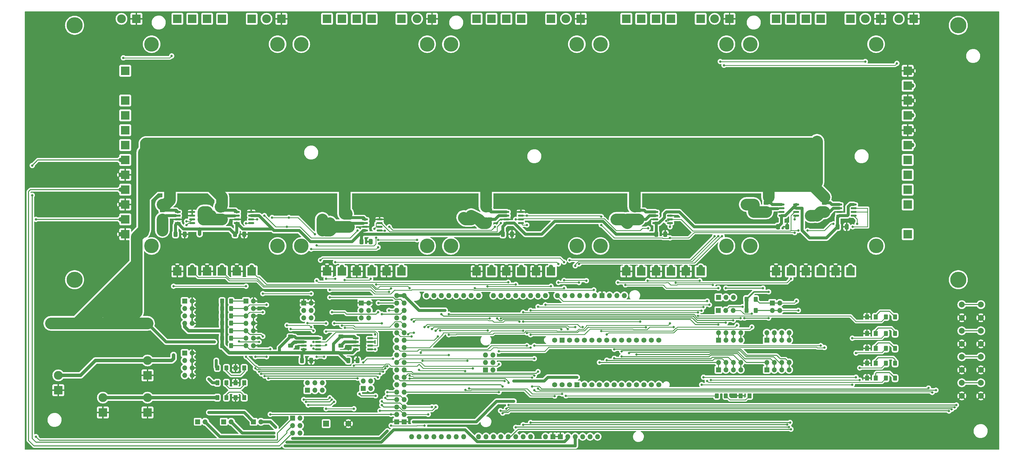
<source format=gtl>
G04 #@! TF.GenerationSoftware,KiCad,Pcbnew,7.0.1*
G04 #@! TF.CreationDate,2023-03-21T23:46:41-06:00*
G04 #@! TF.ProjectId,Arm_PCB,41726d5f-5043-4422-9e6b-696361645f70,rev?*
G04 #@! TF.SameCoordinates,Original*
G04 #@! TF.FileFunction,Copper,L1,Top*
G04 #@! TF.FilePolarity,Positive*
%FSLAX46Y46*%
G04 Gerber Fmt 4.6, Leading zero omitted, Abs format (unit mm)*
G04 Created by KiCad (PCBNEW 7.0.1) date 2023-03-21 23:46:41*
%MOMM*%
%LPD*%
G01*
G04 APERTURE LIST*
G04 Aperture macros list*
%AMRoundRect*
0 Rectangle with rounded corners*
0 $1 Rounding radius*
0 $2 $3 $4 $5 $6 $7 $8 $9 X,Y pos of 4 corners*
0 Add a 4 corners polygon primitive as box body*
4,1,4,$2,$3,$4,$5,$6,$7,$8,$9,$2,$3,0*
0 Add four circle primitives for the rounded corners*
1,1,$1+$1,$2,$3*
1,1,$1+$1,$4,$5*
1,1,$1+$1,$6,$7*
1,1,$1+$1,$8,$9*
0 Add four rect primitives between the rounded corners*
20,1,$1+$1,$2,$3,$4,$5,0*
20,1,$1+$1,$4,$5,$6,$7,0*
20,1,$1+$1,$6,$7,$8,$9,0*
20,1,$1+$1,$8,$9,$2,$3,0*%
G04 Aperture macros list end*
G04 #@! TA.AperFunction,ComponentPad*
%ADD10R,3.000000X3.000000*%
G04 #@! TD*
G04 #@! TA.AperFunction,ComponentPad*
%ADD11C,3.000000*%
G04 #@! TD*
G04 #@! TA.AperFunction,WasherPad*
%ADD12C,5.000000*%
G04 #@! TD*
G04 #@! TA.AperFunction,ComponentPad*
%ADD13C,1.500000*%
G04 #@! TD*
G04 #@! TA.AperFunction,SMDPad,CuDef*
%ADD14RoundRect,0.250000X-0.625000X0.400000X-0.625000X-0.400000X0.625000X-0.400000X0.625000X0.400000X0*%
G04 #@! TD*
G04 #@! TA.AperFunction,SMDPad,CuDef*
%ADD15RoundRect,0.250000X-0.412500X-0.650000X0.412500X-0.650000X0.412500X0.650000X-0.412500X0.650000X0*%
G04 #@! TD*
G04 #@! TA.AperFunction,SMDPad,CuDef*
%ADD16RoundRect,0.150000X-0.825000X-0.150000X0.825000X-0.150000X0.825000X0.150000X-0.825000X0.150000X0*%
G04 #@! TD*
G04 #@! TA.AperFunction,SMDPad,CuDef*
%ADD17RoundRect,0.250001X-0.462499X-0.624999X0.462499X-0.624999X0.462499X0.624999X-0.462499X0.624999X0*%
G04 #@! TD*
G04 #@! TA.AperFunction,SMDPad,CuDef*
%ADD18RoundRect,0.250000X-0.400000X-0.625000X0.400000X-0.625000X0.400000X0.625000X-0.400000X0.625000X0*%
G04 #@! TD*
G04 #@! TA.AperFunction,ComponentPad*
%ADD19R,1.700000X1.700000*%
G04 #@! TD*
G04 #@! TA.AperFunction,ComponentPad*
%ADD20O,1.700000X1.700000*%
G04 #@! TD*
G04 #@! TA.AperFunction,ComponentPad*
%ADD21C,2.000000*%
G04 #@! TD*
G04 #@! TA.AperFunction,WasherPad*
%ADD22C,5.500000*%
G04 #@! TD*
G04 #@! TA.AperFunction,ComponentPad*
%ADD23C,1.727200*%
G04 #@! TD*
G04 #@! TA.AperFunction,ComponentPad*
%ADD24R,1.727200X1.727200*%
G04 #@! TD*
G04 #@! TA.AperFunction,ComponentPad*
%ADD25R,2.000000X2.000000*%
G04 #@! TD*
G04 #@! TA.AperFunction,ComponentPad*
%ADD26O,1.727200X1.727200*%
G04 #@! TD*
G04 #@! TA.AperFunction,ViaPad*
%ADD27C,0.600000*%
G04 #@! TD*
G04 #@! TA.AperFunction,ViaPad*
%ADD28C,0.800000*%
G04 #@! TD*
G04 #@! TA.AperFunction,Conductor*
%ADD29C,0.250000*%
G04 #@! TD*
G04 #@! TA.AperFunction,Conductor*
%ADD30C,1.200000*%
G04 #@! TD*
G04 #@! TA.AperFunction,Conductor*
%ADD31C,1.000000*%
G04 #@! TD*
G04 #@! TA.AperFunction,Conductor*
%ADD32C,0.500000*%
G04 #@! TD*
G04 #@! TA.AperFunction,Conductor*
%ADD33C,0.300000*%
G04 #@! TD*
G04 #@! TA.AperFunction,Conductor*
%ADD34C,0.350000*%
G04 #@! TD*
G04 #@! TA.AperFunction,Conductor*
%ADD35C,4.000000*%
G04 #@! TD*
G04 APERTURE END LIST*
D10*
X183515000Y-45720000D03*
D11*
X178435000Y-45720000D03*
D12*
X241055000Y-54400000D03*
X241055000Y-123400000D03*
X284055000Y-54400000D03*
X284055000Y-123400000D03*
D10*
X275255000Y-45720000D03*
X270175000Y-45720000D03*
D13*
X254935000Y-130580000D03*
D10*
X254935000Y-132080000D03*
D13*
X249855000Y-130580000D03*
D10*
X249855000Y-132080000D03*
D13*
X275255000Y-130580000D03*
D10*
X275255000Y-132080000D03*
D13*
X270175000Y-130580000D03*
D10*
X270175000Y-132080000D03*
D13*
X265095000Y-130580000D03*
D10*
X265095000Y-132080000D03*
D13*
X260015000Y-130580000D03*
D10*
X260015000Y-132080000D03*
X265095000Y-45720000D03*
X260015000Y-45720000D03*
X254935000Y-45720000D03*
X249855000Y-45720000D03*
D14*
X152400000Y-154380000D03*
X152400000Y-157480000D03*
D15*
X301675000Y-116840000D03*
X304800000Y-116840000D03*
D16*
X322580000Y-109220000D03*
X322580000Y-110490000D03*
X322580000Y-111760000D03*
X322580000Y-113030000D03*
X327530000Y-113030000D03*
X327530000Y-111760000D03*
X327530000Y-110490000D03*
X327530000Y-109220000D03*
D17*
X332025000Y-147637500D03*
X335000000Y-147637500D03*
D12*
X292155000Y-54400000D03*
X292155000Y-123400000D03*
X335155000Y-54400000D03*
X335155000Y-123400000D03*
D10*
X326355000Y-45720000D03*
X321275000Y-45720000D03*
D13*
X306035000Y-130580000D03*
D10*
X306035000Y-132080000D03*
D13*
X300955000Y-130580000D03*
D10*
X300955000Y-132080000D03*
D13*
X326355000Y-130580000D03*
D10*
X326355000Y-132080000D03*
D13*
X321275000Y-130580000D03*
D10*
X321275000Y-132080000D03*
D13*
X316195000Y-130580000D03*
D10*
X316195000Y-132080000D03*
D13*
X311115000Y-130580000D03*
D10*
X311115000Y-132080000D03*
X316195000Y-45720000D03*
X311115000Y-45720000D03*
X306035000Y-45720000D03*
X300955000Y-45720000D03*
D16*
X96650000Y-111760000D03*
X96650000Y-113030000D03*
X96650000Y-114300000D03*
X96650000Y-115570000D03*
X101600000Y-115570000D03*
X101600000Y-114300000D03*
X101600000Y-113030000D03*
X101600000Y-111760000D03*
D14*
X111760000Y-111200000D03*
X111760000Y-114300000D03*
D16*
X139700000Y-154940000D03*
X139700000Y-156210000D03*
X139700000Y-157480000D03*
X139700000Y-158750000D03*
X144650000Y-158750000D03*
X144650000Y-157480000D03*
X144650000Y-156210000D03*
X144650000Y-154940000D03*
X208915000Y-111760000D03*
X208915000Y-113030000D03*
X208915000Y-114300000D03*
X208915000Y-115570000D03*
X213865000Y-115570000D03*
X213865000Y-114300000D03*
X213865000Y-113030000D03*
X213865000Y-111760000D03*
D18*
X111835000Y-147320000D03*
X114935000Y-147320000D03*
D19*
X281315000Y-165740000D03*
D20*
X281315000Y-163200000D03*
X283855000Y-165740000D03*
X283855000Y-163200000D03*
X286395000Y-165740000D03*
X286395000Y-163200000D03*
X288935000Y-165740000D03*
X288935000Y-163200000D03*
D19*
X297825000Y-165740000D03*
D20*
X297825000Y-163200000D03*
X300365000Y-165740000D03*
X300365000Y-163200000D03*
X302905000Y-165740000D03*
X302905000Y-163200000D03*
X305445000Y-165740000D03*
X305445000Y-163200000D03*
D19*
X103505000Y-183515000D03*
D20*
X106045000Y-183515000D03*
D10*
X285115000Y-45720000D03*
D11*
X280035000Y-45720000D03*
D21*
X364415000Y-170180000D03*
X370915000Y-170180000D03*
X364415000Y-174680000D03*
X370915000Y-174680000D03*
D19*
X99060000Y-160020000D03*
D20*
X101600000Y-160020000D03*
X99060000Y-162560000D03*
X101600000Y-162560000D03*
X99060000Y-165100000D03*
X101600000Y-165100000D03*
X99060000Y-167640000D03*
X101600000Y-167640000D03*
D12*
X189955000Y-54400000D03*
X189955000Y-123400000D03*
X232955000Y-54400000D03*
X232955000Y-123400000D03*
D10*
X224155000Y-45720000D03*
X219075000Y-45720000D03*
D13*
X203835000Y-130580000D03*
D10*
X203835000Y-132080000D03*
D13*
X198755000Y-130580000D03*
D10*
X198755000Y-132080000D03*
D13*
X224155000Y-130580000D03*
D10*
X224155000Y-132080000D03*
D13*
X219075000Y-130580000D03*
D10*
X219075000Y-132080000D03*
D13*
X213995000Y-130580000D03*
D10*
X213995000Y-132080000D03*
D13*
X208915000Y-130580000D03*
D10*
X208915000Y-132080000D03*
X213995000Y-45720000D03*
X208915000Y-45720000D03*
X203835000Y-45720000D03*
X198755000Y-45720000D03*
D14*
X91440000Y-111200000D03*
X91440000Y-114300000D03*
D18*
X338530000Y-168592500D03*
X341630000Y-168592500D03*
D10*
X86360000Y-167640000D03*
D11*
X86360000Y-162560000D03*
D18*
X338530000Y-158432500D03*
X341630000Y-158432500D03*
D15*
X260057500Y-119380000D03*
X263182500Y-119380000D03*
D14*
X155072500Y-113740000D03*
X155072500Y-116840000D03*
X254000000Y-111200000D03*
X254000000Y-114300000D03*
D19*
X160020000Y-172085000D03*
D20*
X160020000Y-169545000D03*
X162560000Y-172085000D03*
X162560000Y-169545000D03*
D21*
X364415000Y-152400000D03*
X370915000Y-152400000D03*
X364415000Y-156900000D03*
X370915000Y-156900000D03*
X364415000Y-143455000D03*
X370915000Y-143455000D03*
X364415000Y-147955000D03*
X370915000Y-147955000D03*
D14*
X297602500Y-108660000D03*
X297602500Y-111760000D03*
D17*
X332025000Y-168592500D03*
X335000000Y-168592500D03*
D19*
X135890000Y-182245000D03*
D20*
X138430000Y-182245000D03*
X135890000Y-184785000D03*
X138430000Y-184785000D03*
X135890000Y-187325000D03*
X138430000Y-187325000D03*
D17*
X116405000Y-165100000D03*
X119380000Y-165100000D03*
X332025000Y-153352500D03*
X335000000Y-153352500D03*
X332025000Y-158432500D03*
X335000000Y-158432500D03*
D10*
X86360000Y-180340000D03*
D11*
X86360000Y-175260000D03*
D10*
X71120000Y-180340000D03*
D11*
X71120000Y-175260000D03*
D10*
X234315000Y-45720000D03*
D11*
X229235000Y-45720000D03*
D10*
X86360000Y-154940000D03*
D11*
X86360000Y-149860000D03*
D12*
X138855000Y-54400000D03*
X138855000Y-123400000D03*
X181855000Y-54400000D03*
X181855000Y-123400000D03*
D10*
X173055000Y-45720000D03*
X167975000Y-45720000D03*
D13*
X152735000Y-130580000D03*
D10*
X152735000Y-132080000D03*
D13*
X147655000Y-130580000D03*
D10*
X147655000Y-132080000D03*
D13*
X173055000Y-130580000D03*
D10*
X173055000Y-132080000D03*
D13*
X167975000Y-130580000D03*
D10*
X167975000Y-132080000D03*
D13*
X162895000Y-130580000D03*
D10*
X162895000Y-132080000D03*
D13*
X157815000Y-130580000D03*
D10*
X157815000Y-132080000D03*
X162895000Y-45720000D03*
X157815000Y-45720000D03*
X152735000Y-45720000D03*
X147655000Y-45720000D03*
D16*
X302895000Y-109220000D03*
X302895000Y-110490000D03*
X302895000Y-111760000D03*
X302895000Y-113030000D03*
X307845000Y-113030000D03*
X307845000Y-111760000D03*
X307845000Y-110490000D03*
X307845000Y-109220000D03*
D10*
X347980000Y-45720000D03*
D11*
X342900000Y-45720000D03*
D14*
X203200000Y-111200000D03*
X203200000Y-114300000D03*
D18*
X290920000Y-145415000D03*
X294020000Y-145415000D03*
X111835000Y-157480000D03*
X114935000Y-157480000D03*
D22*
X363220000Y-134940000D03*
X363220000Y-47940000D03*
D10*
X345940000Y-119380000D03*
X345940000Y-114300000D03*
D13*
X347440000Y-68580000D03*
D10*
X345940000Y-68580000D03*
D13*
X347440000Y-63500000D03*
D10*
X345940000Y-63500000D03*
D13*
X347440000Y-88900000D03*
D10*
X345940000Y-88900000D03*
D13*
X347440000Y-83820000D03*
D10*
X345940000Y-83820000D03*
D13*
X347440000Y-78740000D03*
D10*
X345940000Y-78740000D03*
D13*
X347440000Y-73660000D03*
D10*
X345940000Y-73660000D03*
X345940000Y-109220000D03*
X345940000Y-104140000D03*
X345940000Y-99060000D03*
X345940000Y-93980000D03*
D19*
X139700000Y-142875000D03*
D20*
X142240000Y-142875000D03*
X139700000Y-145415000D03*
X142240000Y-145415000D03*
X139700000Y-147955000D03*
X142240000Y-147955000D03*
D15*
X207695000Y-119380000D03*
X210820000Y-119380000D03*
D19*
X140985000Y-172725000D03*
D20*
X140985000Y-170185000D03*
X143525000Y-172725000D03*
X143525000Y-170185000D03*
X146065000Y-172725000D03*
X146065000Y-170185000D03*
D19*
X281305000Y-145415000D03*
D20*
X283845000Y-145415000D03*
X286385000Y-145415000D03*
D12*
X87755000Y-54400000D03*
X87755000Y-123400000D03*
X130755000Y-54400000D03*
X130755000Y-123400000D03*
D10*
X121955000Y-45720000D03*
X116875000Y-45720000D03*
D13*
X101635000Y-130580000D03*
D10*
X101635000Y-132080000D03*
D13*
X96555000Y-130580000D03*
D10*
X96555000Y-132080000D03*
D13*
X121955000Y-130580000D03*
D10*
X121955000Y-132080000D03*
D13*
X116875000Y-130580000D03*
D10*
X116875000Y-132080000D03*
D13*
X111795000Y-130580000D03*
D10*
X111795000Y-132080000D03*
D13*
X106715000Y-130580000D03*
D10*
X106715000Y-132080000D03*
X111795000Y-45720000D03*
X106715000Y-45720000D03*
X101635000Y-45720000D03*
X96555000Y-45720000D03*
D18*
X280745000Y-174625000D03*
X283845000Y-174625000D03*
D16*
X259780000Y-111760000D03*
X259780000Y-113030000D03*
X259780000Y-114300000D03*
X259780000Y-115570000D03*
X264730000Y-115570000D03*
X264730000Y-114300000D03*
X264730000Y-113030000D03*
X264730000Y-111760000D03*
D18*
X111835000Y-149740000D03*
X114935000Y-149740000D03*
D14*
X317500000Y-108660000D03*
X317500000Y-111760000D03*
D10*
X55880000Y-172720000D03*
D11*
X55880000Y-167640000D03*
D19*
X299735000Y-142875000D03*
D20*
X302275000Y-142875000D03*
X299735000Y-145415000D03*
X302275000Y-145415000D03*
D18*
X338530000Y-163512500D03*
X341630000Y-163512500D03*
X110210000Y-165100000D03*
X113310000Y-165100000D03*
X110210000Y-175260000D03*
X113310000Y-175260000D03*
D17*
X116405000Y-170180000D03*
X119380000Y-170180000D03*
D16*
X157480000Y-154940000D03*
X157480000Y-156210000D03*
X157480000Y-157480000D03*
X157480000Y-158750000D03*
X162430000Y-158750000D03*
X162430000Y-157480000D03*
X162430000Y-156210000D03*
X162430000Y-154940000D03*
D18*
X338530000Y-153352500D03*
X341630000Y-153352500D03*
D17*
X288925000Y-174625000D03*
X291900000Y-174625000D03*
D18*
X338530000Y-147637500D03*
X341630000Y-147637500D03*
D17*
X332025000Y-163512500D03*
X335000000Y-163512500D03*
D15*
X139115000Y-162560000D03*
X142240000Y-162560000D03*
D18*
X290920000Y-141605000D03*
X294020000Y-141605000D03*
D17*
X116405000Y-175260000D03*
X119380000Y-175260000D03*
D18*
X111835000Y-152400000D03*
X114935000Y-152400000D03*
D15*
X154940000Y-162560000D03*
X158065000Y-162560000D03*
D18*
X110210000Y-170180000D03*
X113310000Y-170180000D03*
D15*
X321995000Y-116840000D03*
X325120000Y-116840000D03*
D19*
X281320000Y-140970000D03*
D20*
X283860000Y-140970000D03*
X286400000Y-140970000D03*
D19*
X112395000Y-183515000D03*
D20*
X114935000Y-183515000D03*
D23*
X258445000Y-155575000D03*
X233045000Y-155575000D03*
X253365000Y-155575000D03*
X250825000Y-155575000D03*
X248285000Y-155575000D03*
X245745000Y-155575000D03*
X243205000Y-155575000D03*
X240665000Y-155575000D03*
X238125000Y-155575000D03*
X235585000Y-155575000D03*
X255905000Y-155575000D03*
X227965000Y-170815000D03*
X225425000Y-170815000D03*
X235585000Y-170815000D03*
X238125000Y-170815000D03*
X240665000Y-170815000D03*
X243205000Y-170815000D03*
X245745000Y-170815000D03*
X248285000Y-170815000D03*
X250825000Y-170815000D03*
X253365000Y-170815000D03*
X255905000Y-170815000D03*
X258445000Y-170815000D03*
X260985000Y-170815000D03*
X260985000Y-155575000D03*
D24*
X233045000Y-170815000D03*
X227965000Y-155575000D03*
D23*
X230505000Y-170815000D03*
X230505000Y-155575000D03*
X225425000Y-155575000D03*
D19*
X281315000Y-155580000D03*
D20*
X281315000Y-153040000D03*
X283855000Y-155580000D03*
X283855000Y-153040000D03*
X286395000Y-155580000D03*
X286395000Y-153040000D03*
X288935000Y-155580000D03*
X288935000Y-153040000D03*
D10*
X336550000Y-45720000D03*
D11*
X331470000Y-45720000D03*
D14*
X135255000Y-154380000D03*
X135255000Y-157480000D03*
D15*
X95935000Y-119380000D03*
X99060000Y-119380000D03*
D18*
X111835000Y-142240000D03*
X114935000Y-142240000D03*
X111835000Y-144780000D03*
X114935000Y-144780000D03*
D10*
X82550000Y-45720000D03*
D11*
X77470000Y-45720000D03*
D10*
X53340000Y-154940000D03*
D11*
X53340000Y-149860000D03*
D25*
X147340000Y-184150000D03*
D21*
X154940000Y-184150000D03*
D10*
X132080000Y-45720000D03*
D11*
X127000000Y-45720000D03*
D19*
X120015000Y-142240000D03*
D20*
X122555000Y-142240000D03*
X120015000Y-144780000D03*
X122555000Y-144780000D03*
X120015000Y-147320000D03*
X122555000Y-147320000D03*
X120015000Y-149860000D03*
X122555000Y-149860000D03*
X120015000Y-152400000D03*
X122555000Y-152400000D03*
X120015000Y-154940000D03*
X122555000Y-154940000D03*
X120015000Y-157480000D03*
X122555000Y-157480000D03*
D19*
X297825000Y-155580000D03*
D20*
X297825000Y-153040000D03*
X300365000Y-155580000D03*
X300365000Y-153040000D03*
X302905000Y-155580000D03*
X302905000Y-153040000D03*
X305445000Y-155580000D03*
X305445000Y-153040000D03*
D18*
X111835000Y-154940000D03*
X114935000Y-154940000D03*
D22*
X61460000Y-47940000D03*
X61460000Y-134940000D03*
D10*
X78740000Y-63500000D03*
X78740000Y-68580000D03*
D13*
X77240000Y-114300000D03*
D10*
X78740000Y-114300000D03*
D13*
X77240000Y-119380000D03*
D10*
X78740000Y-119380000D03*
D13*
X77240000Y-93980000D03*
D10*
X78740000Y-93980000D03*
D13*
X77240000Y-99060000D03*
D10*
X78740000Y-99060000D03*
D13*
X77240000Y-104140000D03*
D10*
X78740000Y-104140000D03*
D13*
X77240000Y-109220000D03*
D10*
X78740000Y-109220000D03*
X78740000Y-73660000D03*
X78740000Y-78740000D03*
X78740000Y-83820000D03*
X78740000Y-88900000D03*
D19*
X159385000Y-142875000D03*
D20*
X161925000Y-142875000D03*
X159385000Y-145415000D03*
X161925000Y-145415000D03*
X159385000Y-147955000D03*
X161925000Y-147955000D03*
D19*
X99060000Y-142240000D03*
D20*
X101600000Y-142240000D03*
X99060000Y-144780000D03*
X101600000Y-144780000D03*
X99060000Y-147320000D03*
X101600000Y-147320000D03*
X99060000Y-149860000D03*
X101600000Y-149860000D03*
D16*
X160655000Y-114300000D03*
X160655000Y-115570000D03*
X160655000Y-116840000D03*
X160655000Y-118110000D03*
X165605000Y-118110000D03*
X165605000Y-116840000D03*
X165605000Y-115570000D03*
X165605000Y-114300000D03*
X116840000Y-111760000D03*
X116840000Y-113030000D03*
X116840000Y-114300000D03*
X116840000Y-115570000D03*
X121790000Y-115570000D03*
X121790000Y-114300000D03*
X121790000Y-113030000D03*
X121790000Y-111760000D03*
D21*
X364415000Y-161290000D03*
X370915000Y-161290000D03*
X364415000Y-165790000D03*
X370915000Y-165790000D03*
D15*
X116255000Y-119380000D03*
X119380000Y-119380000D03*
D19*
X122555000Y-183515000D03*
D20*
X125095000Y-183515000D03*
D15*
X159435000Y-121920000D03*
X162560000Y-121920000D03*
D10*
X71120000Y-154940000D03*
D11*
X71120000Y-149860000D03*
D26*
X240030000Y-188595000D03*
X232410000Y-188595000D03*
X229870000Y-188595000D03*
X201803000Y-160655000D03*
X173990000Y-140335000D03*
X171450000Y-140335000D03*
X217170000Y-188595000D03*
X214630000Y-188595000D03*
X212090000Y-188595000D03*
X209550000Y-188595000D03*
X207010000Y-188595000D03*
X204470000Y-188595000D03*
X201930000Y-188595000D03*
X199390000Y-188595000D03*
X194310000Y-188595000D03*
X191770000Y-188595000D03*
X189230000Y-188595000D03*
X186690000Y-188595000D03*
X184150000Y-188595000D03*
X181610000Y-188595000D03*
X179070000Y-188595000D03*
X176530000Y-188595000D03*
X244094000Y-140335000D03*
X204470000Y-140335000D03*
X207010000Y-140335000D03*
X209550000Y-140335000D03*
X212090000Y-140335000D03*
X214630000Y-140335000D03*
X217170000Y-140335000D03*
X219710000Y-140335000D03*
X222250000Y-140335000D03*
X226314000Y-140335000D03*
X228854000Y-140335000D03*
X231394000Y-140335000D03*
X233934000Y-140335000D03*
X236474000Y-140335000D03*
X239014000Y-140335000D03*
X199390000Y-140335000D03*
X196850000Y-140335000D03*
X194310000Y-140335000D03*
X191770000Y-140335000D03*
X189230000Y-140335000D03*
X186690000Y-140335000D03*
X184150000Y-140335000D03*
X181610000Y-140335000D03*
X173990000Y-142875000D03*
X171450000Y-142875000D03*
X173990000Y-145415000D03*
X171450000Y-145415000D03*
X173990000Y-147955000D03*
X171450000Y-147955000D03*
X173990000Y-150495000D03*
X171450000Y-150495000D03*
X173990000Y-153035000D03*
X171450000Y-153035000D03*
X173990000Y-155575000D03*
X171450000Y-155575000D03*
X173990000Y-158115000D03*
X171450000Y-158115000D03*
X173990000Y-160655000D03*
X171450000Y-160655000D03*
X173990000Y-163195000D03*
X171450000Y-163195000D03*
X173990000Y-165735000D03*
X171450000Y-165735000D03*
X173990000Y-168275000D03*
X171450000Y-168275000D03*
X173990000Y-170815000D03*
X171450000Y-170815000D03*
X173990000Y-173355000D03*
X171450000Y-173355000D03*
X173990000Y-175895000D03*
X171450000Y-175895000D03*
X173990000Y-178435000D03*
X171450000Y-178435000D03*
X173990000Y-180975000D03*
X171450000Y-180975000D03*
D24*
X241554000Y-140335000D03*
X227330000Y-188595000D03*
X224790000Y-188595000D03*
X201803000Y-165735000D03*
X173990000Y-183515000D03*
X171450000Y-183515000D03*
D26*
X237490000Y-188595000D03*
X204343000Y-160655000D03*
X201803000Y-163195000D03*
X234950000Y-188595000D03*
X204343000Y-165735000D03*
X204343000Y-163195000D03*
X249174000Y-140335000D03*
X246634000Y-140335000D03*
X222250000Y-188595000D03*
D27*
X128905000Y-147955000D03*
D28*
X367030000Y-103505000D03*
X365760000Y-102235000D03*
X364490000Y-102235000D03*
X367030000Y-102235000D03*
X370840000Y-104775000D03*
X368300000Y-104775000D03*
X369570000Y-102235000D03*
X361950000Y-103505000D03*
X370840000Y-103505000D03*
X367030000Y-104775000D03*
X368300000Y-102235000D03*
X368300000Y-103505000D03*
X369570000Y-103505000D03*
X372110000Y-104775000D03*
X364490000Y-104775000D03*
X363220000Y-103505000D03*
X365760000Y-104775000D03*
X365760000Y-103505000D03*
X363220000Y-104775000D03*
X372110000Y-102235000D03*
X372110000Y-103505000D03*
X363220000Y-102235000D03*
X361950000Y-102235000D03*
X364490000Y-103505000D03*
X370840000Y-102235000D03*
X361950000Y-104775000D03*
X369570000Y-104775000D03*
X367030000Y-99695000D03*
X365760000Y-98425000D03*
X364490000Y-98425000D03*
X367030000Y-98425000D03*
X370840000Y-100965000D03*
X368300000Y-100965000D03*
X369570000Y-98425000D03*
X361950000Y-99695000D03*
X370840000Y-99695000D03*
X367030000Y-100965000D03*
X368300000Y-98425000D03*
X368300000Y-99695000D03*
X369570000Y-99695000D03*
X372110000Y-100965000D03*
X364490000Y-100965000D03*
X363220000Y-99695000D03*
X365760000Y-100965000D03*
X365760000Y-99695000D03*
X363220000Y-100965000D03*
X372110000Y-98425000D03*
X372110000Y-99695000D03*
X363220000Y-98425000D03*
X361950000Y-98425000D03*
X364490000Y-99695000D03*
X370840000Y-98425000D03*
X361950000Y-100965000D03*
X369570000Y-100965000D03*
X367030000Y-95885000D03*
X365760000Y-94615000D03*
X364490000Y-94615000D03*
X367030000Y-94615000D03*
X370840000Y-97155000D03*
X368300000Y-97155000D03*
X369570000Y-94615000D03*
X361950000Y-95885000D03*
X370840000Y-95885000D03*
X367030000Y-97155000D03*
X368300000Y-94615000D03*
X368300000Y-95885000D03*
X369570000Y-95885000D03*
X372110000Y-97155000D03*
X364490000Y-97155000D03*
X363220000Y-95885000D03*
X365760000Y-97155000D03*
X365760000Y-95885000D03*
X363220000Y-97155000D03*
X372110000Y-94615000D03*
X372110000Y-95885000D03*
X363220000Y-94615000D03*
X361950000Y-94615000D03*
X364490000Y-95885000D03*
X370840000Y-94615000D03*
X361950000Y-97155000D03*
X369570000Y-97155000D03*
X100330000Y-80010000D03*
X99060000Y-81280000D03*
X99060000Y-82550000D03*
X99060000Y-80010000D03*
X101600000Y-76200000D03*
X101600000Y-78740000D03*
X99060000Y-77470000D03*
X100330000Y-85090000D03*
X100330000Y-76200000D03*
X101600000Y-80010000D03*
X99060000Y-78740000D03*
X100330000Y-78740000D03*
X100330000Y-77470000D03*
X101600000Y-74930000D03*
X101600000Y-82550000D03*
X100330000Y-83820000D03*
X101600000Y-81280000D03*
X100330000Y-81280000D03*
X101600000Y-83820000D03*
X99060000Y-74930000D03*
X100330000Y-74930000D03*
X99060000Y-83820000D03*
X99060000Y-85090000D03*
X100330000Y-82550000D03*
X99060000Y-76200000D03*
X101600000Y-85090000D03*
X101600000Y-77470000D03*
X58420000Y-86995000D03*
X57150000Y-85725000D03*
X55880000Y-85725000D03*
X58420000Y-85725000D03*
X62230000Y-88265000D03*
X59690000Y-88265000D03*
X60960000Y-85725000D03*
X53340000Y-86995000D03*
X62230000Y-86995000D03*
X58420000Y-88265000D03*
X59690000Y-85725000D03*
X59690000Y-86995000D03*
X60960000Y-86995000D03*
X63500000Y-88265000D03*
X55880000Y-88265000D03*
X54610000Y-86995000D03*
X57150000Y-88265000D03*
X57150000Y-86995000D03*
X54610000Y-88265000D03*
X63500000Y-85725000D03*
X63500000Y-86995000D03*
X54610000Y-85725000D03*
X53340000Y-85725000D03*
X55880000Y-86995000D03*
X62230000Y-85725000D03*
X53340000Y-88265000D03*
X60960000Y-88265000D03*
X58420000Y-83185000D03*
X57150000Y-81915000D03*
X55880000Y-81915000D03*
X58420000Y-81915000D03*
X62230000Y-84455000D03*
X59690000Y-84455000D03*
X60960000Y-81915000D03*
X53340000Y-83185000D03*
X62230000Y-83185000D03*
X58420000Y-84455000D03*
X59690000Y-81915000D03*
X59690000Y-83185000D03*
X60960000Y-83185000D03*
X63500000Y-84455000D03*
X55880000Y-84455000D03*
X54610000Y-83185000D03*
X57150000Y-84455000D03*
X57150000Y-83185000D03*
X54610000Y-84455000D03*
X63500000Y-81915000D03*
X63500000Y-83185000D03*
X54610000Y-81915000D03*
X53340000Y-81915000D03*
X55880000Y-83185000D03*
X62230000Y-81915000D03*
X53340000Y-84455000D03*
X60960000Y-84455000D03*
X58420000Y-79375000D03*
X57150000Y-78105000D03*
X55880000Y-78105000D03*
X58420000Y-78105000D03*
X62230000Y-80645000D03*
X59690000Y-80645000D03*
X60960000Y-78105000D03*
X53340000Y-79375000D03*
X62230000Y-79375000D03*
X58420000Y-80645000D03*
X59690000Y-78105000D03*
X59690000Y-79375000D03*
X60960000Y-79375000D03*
X63500000Y-80645000D03*
X55880000Y-80645000D03*
X54610000Y-79375000D03*
X57150000Y-80645000D03*
X57150000Y-79375000D03*
X54610000Y-80645000D03*
X63500000Y-78105000D03*
X63500000Y-79375000D03*
X54610000Y-78105000D03*
X53340000Y-78105000D03*
X55880000Y-79375000D03*
X62230000Y-78105000D03*
X53340000Y-80645000D03*
X60960000Y-80645000D03*
X58420000Y-75565000D03*
X57150000Y-74295000D03*
X55880000Y-74295000D03*
X58420000Y-74295000D03*
X62230000Y-76835000D03*
X59690000Y-76835000D03*
X60960000Y-74295000D03*
X53340000Y-75565000D03*
X62230000Y-75565000D03*
X58420000Y-76835000D03*
X59690000Y-74295000D03*
X59690000Y-75565000D03*
X60960000Y-75565000D03*
X63500000Y-76835000D03*
X55880000Y-76835000D03*
X54610000Y-75565000D03*
X57150000Y-76835000D03*
X57150000Y-75565000D03*
X54610000Y-76835000D03*
X63500000Y-74295000D03*
X63500000Y-75565000D03*
X54610000Y-74295000D03*
X53340000Y-74295000D03*
X55880000Y-75565000D03*
X62230000Y-74295000D03*
X53340000Y-76835000D03*
X60960000Y-76835000D03*
X58420000Y-71755000D03*
X57150000Y-70485000D03*
X55880000Y-70485000D03*
X58420000Y-70485000D03*
X62230000Y-73025000D03*
X59690000Y-73025000D03*
X60960000Y-70485000D03*
X53340000Y-71755000D03*
X62230000Y-71755000D03*
X58420000Y-73025000D03*
X59690000Y-70485000D03*
X59690000Y-71755000D03*
X60960000Y-71755000D03*
X63500000Y-73025000D03*
X55880000Y-73025000D03*
X54610000Y-71755000D03*
X57150000Y-73025000D03*
X57150000Y-71755000D03*
X54610000Y-73025000D03*
X63500000Y-70485000D03*
X63500000Y-71755000D03*
X54610000Y-70485000D03*
X53340000Y-70485000D03*
X55880000Y-71755000D03*
X62230000Y-70485000D03*
X53340000Y-73025000D03*
X60960000Y-73025000D03*
X100965000Y-55245000D03*
X99695000Y-53975000D03*
X98425000Y-53975000D03*
X100965000Y-53975000D03*
X104775000Y-56515000D03*
X102235000Y-56515000D03*
X103505000Y-53975000D03*
X95885000Y-55245000D03*
X104775000Y-55245000D03*
X100965000Y-56515000D03*
X102235000Y-53975000D03*
X102235000Y-55245000D03*
X103505000Y-55245000D03*
X106045000Y-56515000D03*
X98425000Y-56515000D03*
X97155000Y-55245000D03*
X99695000Y-56515000D03*
X99695000Y-55245000D03*
X97155000Y-56515000D03*
X106045000Y-53975000D03*
X106045000Y-55245000D03*
X97155000Y-53975000D03*
X95885000Y-53975000D03*
X98425000Y-55245000D03*
X104775000Y-53975000D03*
X95885000Y-56515000D03*
X103505000Y-56515000D03*
X100330000Y-68580000D03*
X99060000Y-69850000D03*
X99060000Y-71120000D03*
X99060000Y-68580000D03*
X101600000Y-64770000D03*
X101600000Y-67310000D03*
X99060000Y-66040000D03*
X100330000Y-73660000D03*
X100330000Y-64770000D03*
X101600000Y-68580000D03*
X99060000Y-67310000D03*
X100330000Y-67310000D03*
X100330000Y-66040000D03*
X101600000Y-63500000D03*
X101600000Y-71120000D03*
X100330000Y-72390000D03*
X101600000Y-69850000D03*
X100330000Y-69850000D03*
X101600000Y-72390000D03*
X99060000Y-63500000D03*
X100330000Y-63500000D03*
X99060000Y-72390000D03*
X99060000Y-73660000D03*
X100330000Y-71120000D03*
X99060000Y-64770000D03*
X101600000Y-73660000D03*
X101600000Y-66040000D03*
X119380000Y-82550000D03*
X118110000Y-81280000D03*
X116840000Y-81280000D03*
X119380000Y-81280000D03*
X123190000Y-83820000D03*
X120650000Y-83820000D03*
X121920000Y-81280000D03*
X114300000Y-82550000D03*
X123190000Y-82550000D03*
X119380000Y-83820000D03*
X120650000Y-81280000D03*
X120650000Y-82550000D03*
X121920000Y-82550000D03*
X124460000Y-83820000D03*
X116840000Y-83820000D03*
X115570000Y-82550000D03*
X118110000Y-83820000D03*
X118110000Y-82550000D03*
X115570000Y-83820000D03*
X124460000Y-81280000D03*
X124460000Y-82550000D03*
X115570000Y-81280000D03*
X114300000Y-81280000D03*
X116840000Y-82550000D03*
X123190000Y-81280000D03*
X114300000Y-83820000D03*
X121920000Y-83820000D03*
X193675000Y-66675000D03*
X192405000Y-65405000D03*
X191135000Y-65405000D03*
X193675000Y-65405000D03*
X197485000Y-67945000D03*
X194945000Y-67945000D03*
X196215000Y-65405000D03*
X188595000Y-66675000D03*
X197485000Y-66675000D03*
X193675000Y-67945000D03*
X194945000Y-65405000D03*
X194945000Y-66675000D03*
X196215000Y-66675000D03*
X198755000Y-67945000D03*
X191135000Y-67945000D03*
X189865000Y-66675000D03*
X192405000Y-67945000D03*
X192405000Y-66675000D03*
X189865000Y-67945000D03*
X198755000Y-65405000D03*
X198755000Y-66675000D03*
X189865000Y-65405000D03*
X188595000Y-65405000D03*
X191135000Y-66675000D03*
X197485000Y-65405000D03*
X188595000Y-67945000D03*
X196215000Y-67945000D03*
X193675000Y-62865000D03*
X192405000Y-61595000D03*
X191135000Y-61595000D03*
X193675000Y-61595000D03*
X197485000Y-64135000D03*
X194945000Y-64135000D03*
X196215000Y-61595000D03*
X188595000Y-62865000D03*
X197485000Y-62865000D03*
X193675000Y-64135000D03*
X194945000Y-61595000D03*
X194945000Y-62865000D03*
X196215000Y-62865000D03*
X198755000Y-64135000D03*
X191135000Y-64135000D03*
X189865000Y-62865000D03*
X192405000Y-64135000D03*
X192405000Y-62865000D03*
X189865000Y-64135000D03*
X198755000Y-61595000D03*
X198755000Y-62865000D03*
X189865000Y-61595000D03*
X188595000Y-61595000D03*
X191135000Y-62865000D03*
X197485000Y-61595000D03*
X188595000Y-64135000D03*
X196215000Y-64135000D03*
X245110000Y-65405000D03*
X243840000Y-64135000D03*
X242570000Y-64135000D03*
X245110000Y-64135000D03*
X248920000Y-66675000D03*
X246380000Y-66675000D03*
X247650000Y-64135000D03*
X240030000Y-65405000D03*
X248920000Y-65405000D03*
X245110000Y-66675000D03*
X246380000Y-64135000D03*
X246380000Y-65405000D03*
X247650000Y-65405000D03*
X250190000Y-66675000D03*
X242570000Y-66675000D03*
X241300000Y-65405000D03*
X243840000Y-66675000D03*
X243840000Y-65405000D03*
X241300000Y-66675000D03*
X250190000Y-64135000D03*
X250190000Y-65405000D03*
X241300000Y-64135000D03*
X240030000Y-64135000D03*
X242570000Y-65405000D03*
X248920000Y-64135000D03*
X240030000Y-66675000D03*
X247650000Y-66675000D03*
X245110000Y-61595000D03*
X243840000Y-60325000D03*
X242570000Y-60325000D03*
X245110000Y-60325000D03*
X248920000Y-62865000D03*
X246380000Y-62865000D03*
X247650000Y-60325000D03*
X240030000Y-61595000D03*
X248920000Y-61595000D03*
X245110000Y-62865000D03*
X246380000Y-60325000D03*
X246380000Y-61595000D03*
X247650000Y-61595000D03*
X250190000Y-62865000D03*
X242570000Y-62865000D03*
X241300000Y-61595000D03*
X243840000Y-62865000D03*
X243840000Y-61595000D03*
X241300000Y-62865000D03*
X250190000Y-60325000D03*
X250190000Y-61595000D03*
X241300000Y-60325000D03*
X240030000Y-60325000D03*
X242570000Y-61595000D03*
X248920000Y-60325000D03*
X240030000Y-62865000D03*
X247650000Y-62865000D03*
X367030000Y-92075000D03*
X365760000Y-90805000D03*
X364490000Y-90805000D03*
X367030000Y-90805000D03*
X370840000Y-93345000D03*
X368300000Y-93345000D03*
X369570000Y-90805000D03*
X361950000Y-92075000D03*
X370840000Y-92075000D03*
X367030000Y-93345000D03*
X368300000Y-90805000D03*
X368300000Y-92075000D03*
X369570000Y-92075000D03*
X372110000Y-93345000D03*
X364490000Y-93345000D03*
X363220000Y-92075000D03*
X365760000Y-93345000D03*
X365760000Y-92075000D03*
X363220000Y-93345000D03*
X372110000Y-90805000D03*
X372110000Y-92075000D03*
X363220000Y-90805000D03*
X361950000Y-90805000D03*
X364490000Y-92075000D03*
X370840000Y-90805000D03*
X361950000Y-93345000D03*
X369570000Y-93345000D03*
X367030000Y-88265000D03*
X365760000Y-86995000D03*
X364490000Y-86995000D03*
X367030000Y-86995000D03*
X370840000Y-89535000D03*
X368300000Y-89535000D03*
X369570000Y-86995000D03*
X361950000Y-88265000D03*
X370840000Y-88265000D03*
X367030000Y-89535000D03*
X368300000Y-86995000D03*
X368300000Y-88265000D03*
X369570000Y-88265000D03*
X372110000Y-89535000D03*
X364490000Y-89535000D03*
X363220000Y-88265000D03*
X365760000Y-89535000D03*
X365760000Y-88265000D03*
X363220000Y-89535000D03*
X372110000Y-86995000D03*
X372110000Y-88265000D03*
X363220000Y-86995000D03*
X361950000Y-86995000D03*
X364490000Y-88265000D03*
X370840000Y-86995000D03*
X361950000Y-89535000D03*
X369570000Y-89535000D03*
X334010000Y-140335000D03*
X332740000Y-139065000D03*
X331470000Y-139065000D03*
X334010000Y-139065000D03*
X337820000Y-141605000D03*
X335280000Y-141605000D03*
X336550000Y-139065000D03*
X328930000Y-140335000D03*
X337820000Y-140335000D03*
X334010000Y-141605000D03*
X335280000Y-139065000D03*
X335280000Y-140335000D03*
X336550000Y-140335000D03*
X339090000Y-141605000D03*
X331470000Y-141605000D03*
X330200000Y-140335000D03*
X332740000Y-141605000D03*
X332740000Y-140335000D03*
X330200000Y-141605000D03*
X339090000Y-139065000D03*
X339090000Y-140335000D03*
X330200000Y-139065000D03*
X328930000Y-139065000D03*
X331470000Y-140335000D03*
X337820000Y-139065000D03*
X328930000Y-141605000D03*
X336550000Y-141605000D03*
X259080000Y-166370000D03*
X257810000Y-165100000D03*
X256540000Y-165100000D03*
X259080000Y-165100000D03*
X262890000Y-167640000D03*
X260350000Y-167640000D03*
X261620000Y-165100000D03*
X254000000Y-166370000D03*
X262890000Y-166370000D03*
X259080000Y-167640000D03*
X260350000Y-165100000D03*
X260350000Y-166370000D03*
X261620000Y-166370000D03*
X264160000Y-167640000D03*
X256540000Y-167640000D03*
X255270000Y-166370000D03*
X257810000Y-167640000D03*
X257810000Y-166370000D03*
X255270000Y-167640000D03*
X264160000Y-165100000D03*
X264160000Y-166370000D03*
X255270000Y-165100000D03*
X254000000Y-165100000D03*
X256540000Y-166370000D03*
X262890000Y-165100000D03*
X254000000Y-167640000D03*
X261620000Y-167640000D03*
X73660000Y-170180000D03*
X72390000Y-168910000D03*
X71120000Y-168910000D03*
X73660000Y-168910000D03*
X77470000Y-171450000D03*
X74930000Y-171450000D03*
X76200000Y-168910000D03*
X68580000Y-170180000D03*
X77470000Y-170180000D03*
X73660000Y-171450000D03*
X74930000Y-168910000D03*
X74930000Y-170180000D03*
X76200000Y-170180000D03*
X78740000Y-171450000D03*
X71120000Y-171450000D03*
X69850000Y-170180000D03*
X72390000Y-171450000D03*
X72390000Y-170180000D03*
X69850000Y-171450000D03*
X78740000Y-168910000D03*
X78740000Y-170180000D03*
X69850000Y-168910000D03*
X68580000Y-168910000D03*
X71120000Y-170180000D03*
X77470000Y-168910000D03*
X68580000Y-171450000D03*
X76200000Y-171450000D03*
X83820000Y-186055000D03*
X82550000Y-184785000D03*
X81280000Y-184785000D03*
X83820000Y-184785000D03*
X87630000Y-187325000D03*
X85090000Y-187325000D03*
X86360000Y-184785000D03*
X78740000Y-186055000D03*
X87630000Y-186055000D03*
X83820000Y-187325000D03*
X85090000Y-184785000D03*
X85090000Y-186055000D03*
X86360000Y-186055000D03*
X88900000Y-187325000D03*
X81280000Y-187325000D03*
X80010000Y-186055000D03*
X82550000Y-187325000D03*
X82550000Y-186055000D03*
X80010000Y-187325000D03*
X88900000Y-184785000D03*
X88900000Y-186055000D03*
X80010000Y-184785000D03*
X78740000Y-184785000D03*
X81280000Y-186055000D03*
X87630000Y-184785000D03*
X78740000Y-187325000D03*
X86360000Y-187325000D03*
X66675000Y-186055000D03*
X65405000Y-184785000D03*
X64135000Y-184785000D03*
X66675000Y-184785000D03*
X70485000Y-187325000D03*
X67945000Y-187325000D03*
X69215000Y-184785000D03*
X61595000Y-186055000D03*
X70485000Y-186055000D03*
X66675000Y-187325000D03*
X67945000Y-184785000D03*
X67945000Y-186055000D03*
X69215000Y-186055000D03*
X71755000Y-187325000D03*
X64135000Y-187325000D03*
X62865000Y-186055000D03*
X65405000Y-187325000D03*
X65405000Y-186055000D03*
X62865000Y-187325000D03*
X71755000Y-184785000D03*
X71755000Y-186055000D03*
X62865000Y-184785000D03*
X61595000Y-184785000D03*
X64135000Y-186055000D03*
X70485000Y-184785000D03*
X61595000Y-187325000D03*
X69215000Y-187325000D03*
X58420000Y-160020000D03*
X57150000Y-158750000D03*
X55880000Y-158750000D03*
X58420000Y-158750000D03*
X62230000Y-161290000D03*
X59690000Y-161290000D03*
X60960000Y-158750000D03*
X53340000Y-160020000D03*
X62230000Y-160020000D03*
X58420000Y-161290000D03*
X59690000Y-158750000D03*
X59690000Y-160020000D03*
X60960000Y-160020000D03*
X63500000Y-161290000D03*
X55880000Y-161290000D03*
X54610000Y-160020000D03*
X57150000Y-161290000D03*
X57150000Y-160020000D03*
X54610000Y-161290000D03*
X63500000Y-158750000D03*
X63500000Y-160020000D03*
X54610000Y-158750000D03*
X53340000Y-158750000D03*
X55880000Y-160020000D03*
X62230000Y-158750000D03*
X53340000Y-161290000D03*
X60960000Y-161290000D03*
X60325000Y-125730000D03*
X56515000Y-124460000D03*
X56515000Y-125730000D03*
X56515000Y-127000000D03*
X53975000Y-127000000D03*
X60325000Y-127000000D03*
X52705000Y-125730000D03*
X55245000Y-127000000D03*
X55245000Y-124460000D03*
X55245000Y-125730000D03*
X57785000Y-127000000D03*
X57785000Y-125730000D03*
X53975000Y-125730000D03*
X57785000Y-124460000D03*
X59055000Y-127000000D03*
X51435000Y-127000000D03*
X61595000Y-124460000D03*
X53975000Y-124460000D03*
X59055000Y-124460000D03*
X61595000Y-127000000D03*
X61595000Y-125730000D03*
X60325000Y-124460000D03*
X52705000Y-127000000D03*
X59055000Y-125730000D03*
X52705000Y-124460000D03*
X51435000Y-124460000D03*
X51435000Y-125730000D03*
X62865000Y-120015000D03*
X64135000Y-121285000D03*
X62865000Y-121285000D03*
X65405000Y-122555000D03*
X62865000Y-122555000D03*
X65405000Y-121285000D03*
X64135000Y-122555000D03*
X65405000Y-120015000D03*
X64135000Y-120015000D03*
X59055000Y-121285000D03*
X67945000Y-122555000D03*
X66675000Y-122555000D03*
X69215000Y-120015000D03*
X67945000Y-121285000D03*
X69215000Y-122555000D03*
X69215000Y-121285000D03*
X59055000Y-122555000D03*
X61595000Y-120015000D03*
X60325000Y-120015000D03*
X67945000Y-120015000D03*
X60325000Y-122555000D03*
X61595000Y-122555000D03*
X66675000Y-121285000D03*
X66675000Y-120015000D03*
X60325000Y-121285000D03*
X59055000Y-120015000D03*
X61595000Y-121285000D03*
X73025000Y-140970000D03*
X75565000Y-139700000D03*
X81915000Y-140970000D03*
X81915000Y-138430000D03*
X83185000Y-139700000D03*
X83185000Y-140970000D03*
X74295000Y-139700000D03*
X75565000Y-140970000D03*
X73025000Y-139700000D03*
X80645000Y-138430000D03*
X81915000Y-139700000D03*
X76835000Y-138430000D03*
X76835000Y-140970000D03*
X83185000Y-138430000D03*
X79375000Y-139700000D03*
X80645000Y-140970000D03*
X76835000Y-139700000D03*
X73025000Y-138430000D03*
X79375000Y-140970000D03*
X80645000Y-139700000D03*
X75565000Y-138430000D03*
X74295000Y-138430000D03*
X78105000Y-140970000D03*
X78105000Y-138430000D03*
X78105000Y-139700000D03*
X74295000Y-140970000D03*
X79375000Y-138430000D03*
X224790000Y-77470000D03*
X218440000Y-80010000D03*
X224790000Y-78740000D03*
X214630000Y-78740000D03*
X217170000Y-78740000D03*
X219710000Y-77470000D03*
X218440000Y-77470000D03*
X219710000Y-80010000D03*
X214630000Y-77470000D03*
X220980000Y-78740000D03*
X223520000Y-77470000D03*
X222250000Y-77470000D03*
X223520000Y-80010000D03*
X222250000Y-78740000D03*
X223520000Y-78740000D03*
X215900000Y-78740000D03*
X220980000Y-80010000D03*
X215900000Y-80010000D03*
X219710000Y-78740000D03*
X218440000Y-78740000D03*
X214630000Y-80010000D03*
X220980000Y-77470000D03*
X217170000Y-80010000D03*
X224790000Y-80010000D03*
X217170000Y-77470000D03*
X215900000Y-77470000D03*
X222250000Y-80010000D03*
X306705000Y-73660000D03*
X300355000Y-74930000D03*
X296545000Y-73660000D03*
X302895000Y-73660000D03*
X301625000Y-72390000D03*
X306705000Y-72390000D03*
X300355000Y-72390000D03*
X301625000Y-74930000D03*
X296545000Y-72390000D03*
X299085000Y-73660000D03*
X300355000Y-73660000D03*
X299085000Y-74930000D03*
X305435000Y-72390000D03*
X304165000Y-72390000D03*
X306705000Y-74930000D03*
X305435000Y-74930000D03*
X304165000Y-73660000D03*
X297815000Y-72390000D03*
X299085000Y-72390000D03*
X305435000Y-73660000D03*
X297815000Y-73660000D03*
X297815000Y-74930000D03*
X296545000Y-74930000D03*
X302895000Y-72390000D03*
X302895000Y-74930000D03*
X301625000Y-73660000D03*
X304165000Y-74930000D03*
X365760000Y-83185000D03*
X367030000Y-85725000D03*
X363220000Y-83185000D03*
X361950000Y-83185000D03*
X372110000Y-83185000D03*
X368300000Y-83185000D03*
X364490000Y-85725000D03*
X368300000Y-85725000D03*
X370840000Y-83185000D03*
X368300000Y-84455000D03*
X369570000Y-83185000D03*
X372110000Y-84455000D03*
X363220000Y-84455000D03*
X363220000Y-85725000D03*
X367030000Y-84455000D03*
X369570000Y-84455000D03*
X370840000Y-85725000D03*
X364490000Y-83185000D03*
X364490000Y-84455000D03*
X369570000Y-85725000D03*
X365760000Y-84455000D03*
X361950000Y-84455000D03*
X367030000Y-83185000D03*
X361950000Y-85725000D03*
X372110000Y-85725000D03*
X370840000Y-84455000D03*
X365760000Y-85725000D03*
X326390000Y-83820000D03*
X322580000Y-83820000D03*
X321310000Y-82550000D03*
X327660000Y-85090000D03*
X330200000Y-83820000D03*
X326390000Y-85090000D03*
X323850000Y-82550000D03*
X322580000Y-85090000D03*
X327660000Y-83820000D03*
X320040000Y-82550000D03*
X328930000Y-85090000D03*
X325120000Y-85090000D03*
X325120000Y-83820000D03*
X321310000Y-85090000D03*
X322580000Y-82550000D03*
X330200000Y-82550000D03*
X326390000Y-82550000D03*
X328930000Y-82550000D03*
X321310000Y-83820000D03*
X327660000Y-82550000D03*
X320040000Y-83820000D03*
X325120000Y-82550000D03*
X320040000Y-85090000D03*
X330200000Y-85090000D03*
X323850000Y-83820000D03*
X328930000Y-83820000D03*
X323850000Y-85090000D03*
X296545000Y-69850000D03*
X300355000Y-69850000D03*
X302895000Y-69850000D03*
X297815000Y-68580000D03*
X299085000Y-68580000D03*
X304165000Y-71120000D03*
X305435000Y-68580000D03*
X306705000Y-69850000D03*
X306705000Y-71120000D03*
X304165000Y-69850000D03*
X306705000Y-68580000D03*
X301625000Y-68580000D03*
X300355000Y-68580000D03*
X305435000Y-71120000D03*
X305435000Y-69850000D03*
X301625000Y-71120000D03*
X300355000Y-71120000D03*
X297815000Y-69850000D03*
X302895000Y-68580000D03*
X304165000Y-68580000D03*
X302895000Y-71120000D03*
X296545000Y-71120000D03*
X299085000Y-69850000D03*
X301625000Y-69850000D03*
X296545000Y-68580000D03*
X299085000Y-71120000D03*
X297815000Y-71120000D03*
X254000000Y-78740000D03*
X257810000Y-78740000D03*
X262890000Y-78740000D03*
X259080000Y-80010000D03*
X254000000Y-77470000D03*
X256540000Y-78740000D03*
X260350000Y-78740000D03*
X259080000Y-78740000D03*
X261620000Y-80010000D03*
X264160000Y-78740000D03*
X264160000Y-80010000D03*
X264160000Y-77470000D03*
X256540000Y-80010000D03*
X255270000Y-77470000D03*
X262890000Y-77470000D03*
X260350000Y-77470000D03*
X261620000Y-77470000D03*
X260350000Y-80010000D03*
X255270000Y-80010000D03*
X256540000Y-77470000D03*
X261620000Y-78740000D03*
X259080000Y-77470000D03*
X257810000Y-80010000D03*
X257810000Y-77470000D03*
X262890000Y-80010000D03*
X255270000Y-78740000D03*
X254000000Y-80010000D03*
X210820000Y-82550000D03*
X214630000Y-82550000D03*
X217170000Y-82550000D03*
X212090000Y-81280000D03*
X213360000Y-81280000D03*
X218440000Y-83820000D03*
X219710000Y-81280000D03*
X220980000Y-82550000D03*
X220980000Y-83820000D03*
X218440000Y-82550000D03*
X220980000Y-81280000D03*
X215900000Y-81280000D03*
X214630000Y-81280000D03*
X219710000Y-83820000D03*
X219710000Y-82550000D03*
X215900000Y-83820000D03*
X214630000Y-83820000D03*
X212090000Y-82550000D03*
X217170000Y-81280000D03*
X218440000Y-81280000D03*
X217170000Y-83820000D03*
X210820000Y-83820000D03*
X213360000Y-82550000D03*
X215900000Y-82550000D03*
X210820000Y-81280000D03*
X213360000Y-83820000D03*
X212090000Y-83820000D03*
X163830000Y-82550000D03*
X170180000Y-83820000D03*
X167640000Y-82550000D03*
X170180000Y-82550000D03*
X167640000Y-81280000D03*
X170180000Y-81280000D03*
X171450000Y-83820000D03*
X167640000Y-83820000D03*
X168910000Y-81280000D03*
X168910000Y-83820000D03*
X168910000Y-82550000D03*
X172720000Y-83820000D03*
X166370000Y-81280000D03*
X165100000Y-81280000D03*
X172720000Y-81280000D03*
X165100000Y-82550000D03*
X163830000Y-81280000D03*
X166370000Y-82550000D03*
X173990000Y-81280000D03*
X172720000Y-82550000D03*
X166370000Y-83820000D03*
X173990000Y-83820000D03*
X173990000Y-82550000D03*
X171450000Y-81280000D03*
X163830000Y-83820000D03*
X165100000Y-83820000D03*
X171450000Y-82550000D03*
X139700000Y-81280000D03*
X140970000Y-82550000D03*
X139700000Y-82550000D03*
X142240000Y-83820000D03*
X139700000Y-83820000D03*
X142240000Y-82550000D03*
X140970000Y-83820000D03*
X142240000Y-81280000D03*
X140970000Y-81280000D03*
X135890000Y-82550000D03*
X144780000Y-83820000D03*
X143510000Y-83820000D03*
X146050000Y-81280000D03*
X144780000Y-82550000D03*
X146050000Y-83820000D03*
X146050000Y-82550000D03*
X135890000Y-83820000D03*
X138430000Y-81280000D03*
X137160000Y-81280000D03*
X144780000Y-81280000D03*
X137160000Y-83820000D03*
X138430000Y-83820000D03*
X143510000Y-82550000D03*
X143510000Y-81280000D03*
X137160000Y-82550000D03*
X135890000Y-81280000D03*
X138430000Y-82550000D03*
X115570000Y-80010000D03*
X114300000Y-80010000D03*
X116840000Y-77470000D03*
X115570000Y-78740000D03*
X116840000Y-80010000D03*
X116840000Y-78740000D03*
X115570000Y-77470000D03*
X114300000Y-78740000D03*
X114300000Y-77470000D03*
X121920000Y-77470000D03*
X123190000Y-78740000D03*
X121920000Y-78740000D03*
X124460000Y-80010000D03*
X121920000Y-80010000D03*
X124460000Y-78740000D03*
X123190000Y-80010000D03*
X124460000Y-77470000D03*
X123190000Y-77470000D03*
X147320000Y-179070000D03*
X197485000Y-165270900D03*
X156845000Y-179070000D03*
X198120000Y-137795000D03*
X156845000Y-164350500D03*
X228600000Y-137795000D03*
X269240000Y-71120000D03*
X198120000Y-176530000D03*
X215900000Y-68580000D03*
X134620000Y-73660000D03*
X62230000Y-156210000D03*
X365760000Y-76200000D03*
X185420000Y-71120000D03*
X116840000Y-71120000D03*
X60960000Y-68580000D03*
X105410000Y-142240000D03*
X68580000Y-127000000D03*
X363220000Y-78740000D03*
X171450000Y-110490000D03*
X252476000Y-165862000D03*
X116840000Y-73660000D03*
X107950000Y-143510000D03*
X181610000Y-116840000D03*
X137160000Y-68580000D03*
X182880000Y-115570000D03*
X231140000Y-71120000D03*
X173990000Y-116840000D03*
X172720000Y-115570000D03*
X124460000Y-109220000D03*
X264160000Y-71120000D03*
X236220000Y-162560000D03*
X138430000Y-77470000D03*
X91440000Y-143510000D03*
X220472000Y-108966000D03*
X363220000Y-81280000D03*
X171450000Y-109220000D03*
X172720000Y-116840000D03*
X237490000Y-162560000D03*
X274320000Y-110490000D03*
X77470000Y-154940000D03*
X163830000Y-78740000D03*
X139700000Y-71120000D03*
X194310000Y-156210000D03*
X106680000Y-142240000D03*
X251206000Y-165862000D03*
X60960000Y-156210000D03*
X63500000Y-127000000D03*
X162560000Y-73660000D03*
X121920000Y-107950000D03*
X330200000Y-76200000D03*
X107950000Y-140970000D03*
X105410000Y-140970000D03*
X237236000Y-108966000D03*
X137160000Y-73660000D03*
X264922000Y-113030000D03*
X139700000Y-73660000D03*
X133350000Y-162560000D03*
X232410000Y-80010000D03*
X58420000Y-66040000D03*
X167640000Y-68580000D03*
X137160000Y-158115000D03*
X67310000Y-128270000D03*
X251206000Y-167132000D03*
X55880000Y-66040000D03*
X233680000Y-71120000D03*
X300482000Y-114554000D03*
X304800000Y-116840000D03*
X135890000Y-107950000D03*
X264160000Y-73660000D03*
X66040000Y-127000000D03*
X165100000Y-77470000D03*
X58420000Y-68580000D03*
X182880000Y-73660000D03*
X325628000Y-105664000D03*
X224790000Y-163830000D03*
X137160000Y-77470000D03*
X275590000Y-107950000D03*
X257556000Y-115570000D03*
X55880000Y-68580000D03*
X134620000Y-71120000D03*
X184150000Y-110490000D03*
X264160000Y-68580000D03*
X185420000Y-77470000D03*
X340360000Y-133350000D03*
X77470000Y-157480000D03*
X213360000Y-68580000D03*
X212090000Y-77470000D03*
X332232000Y-166370000D03*
X267970000Y-77470000D03*
X182880000Y-111760000D03*
X325120000Y-78740000D03*
X268986000Y-118110000D03*
X135890000Y-163830000D03*
X236220000Y-68580000D03*
X171450000Y-124460000D03*
X154940000Y-158750000D03*
X303276000Y-117348000D03*
X342900000Y-134620000D03*
X134620000Y-163830000D03*
X186690000Y-77470000D03*
X368300000Y-78740000D03*
X62230000Y-157480000D03*
X78740000Y-154940000D03*
X119380000Y-68580000D03*
X162560000Y-68580000D03*
X232410000Y-77470000D03*
X62230000Y-154940000D03*
X267462000Y-166878000D03*
X294640000Y-71120000D03*
X195580000Y-176530000D03*
X220472000Y-106426000D03*
X185420000Y-109220000D03*
X292100000Y-68580000D03*
X139700000Y-68580000D03*
X330200000Y-78740000D03*
X252476000Y-167132000D03*
X67310000Y-125730000D03*
X134620000Y-68580000D03*
X64770000Y-128270000D03*
X121920000Y-73660000D03*
X363220000Y-76200000D03*
X90170000Y-143510000D03*
X137160000Y-80010000D03*
X134620000Y-162560000D03*
X119380000Y-77470000D03*
X231140000Y-68580000D03*
X167640000Y-71120000D03*
X341630000Y-133350000D03*
X76200000Y-157480000D03*
X138430000Y-109220000D03*
X182880000Y-142240000D03*
X186690000Y-80010000D03*
X160020000Y-157480000D03*
X231140000Y-73660000D03*
X292100000Y-73660000D03*
X121920000Y-109220000D03*
X185420000Y-110490000D03*
X135890000Y-162560000D03*
X138430000Y-107950000D03*
X223012000Y-108966000D03*
X365760000Y-81280000D03*
X187960000Y-78740000D03*
X138430000Y-80010000D03*
X368300000Y-76200000D03*
X292100000Y-71120000D03*
X163830000Y-80010000D03*
X269240000Y-73660000D03*
X172720000Y-111760000D03*
X219202000Y-116332000D03*
X368300000Y-81280000D03*
X160020000Y-156210000D03*
X63500000Y-156210000D03*
X187960000Y-80010000D03*
X170180000Y-123190000D03*
X182880000Y-143510000D03*
X210820000Y-80010000D03*
X265430000Y-80010000D03*
X76200000Y-154940000D03*
X294640000Y-73660000D03*
X60960000Y-66040000D03*
X234950000Y-78740000D03*
X327660000Y-78740000D03*
X236220000Y-73660000D03*
X91440000Y-140970000D03*
X212090000Y-154940000D03*
X289560000Y-68580000D03*
X171450000Y-111760000D03*
X182880000Y-71120000D03*
X210820000Y-68580000D03*
X267970000Y-80010000D03*
X340360000Y-135890000D03*
X215900000Y-73660000D03*
X137160000Y-107950000D03*
X121920000Y-68580000D03*
X77470000Y-156210000D03*
X55880000Y-63500000D03*
X170180000Y-111760000D03*
X267208000Y-113284000D03*
X285496000Y-109220000D03*
X185420000Y-78740000D03*
X119380000Y-80010000D03*
X217932000Y-108966000D03*
X170180000Y-110490000D03*
X236220000Y-163830000D03*
X76200000Y-156210000D03*
X163830000Y-77470000D03*
X266700000Y-73660000D03*
X120650000Y-77470000D03*
X187960000Y-71120000D03*
X64770000Y-125730000D03*
X289560000Y-73660000D03*
X135890000Y-78740000D03*
X210820000Y-73660000D03*
X182880000Y-68580000D03*
X340360000Y-134620000D03*
X194310000Y-176530000D03*
X106680000Y-140970000D03*
X165100000Y-78740000D03*
X217932000Y-106426000D03*
X237236000Y-111506000D03*
X58420000Y-63500000D03*
X144780000Y-152400000D03*
X185420000Y-80010000D03*
X267462000Y-165608000D03*
X287020000Y-114046000D03*
X294640000Y-68580000D03*
X120650000Y-78740000D03*
X213360000Y-71120000D03*
X266192000Y-166878000D03*
X165100000Y-68580000D03*
X233680000Y-78740000D03*
X135890000Y-80010000D03*
X185420000Y-68580000D03*
X234696000Y-108966000D03*
X60960000Y-154940000D03*
X78740000Y-157480000D03*
X92710000Y-142240000D03*
X137160000Y-71120000D03*
X182880000Y-110490000D03*
X286258000Y-174752000D03*
X165100000Y-71120000D03*
X213360000Y-78740000D03*
X237490000Y-163830000D03*
X116840000Y-68580000D03*
X123190000Y-107950000D03*
X327660000Y-81280000D03*
X170180000Y-125730000D03*
X233680000Y-73660000D03*
X341630000Y-134620000D03*
X330200000Y-81280000D03*
X266954000Y-118364000D03*
X212090000Y-80010000D03*
X63500000Y-154940000D03*
X331216000Y-166370000D03*
X224790000Y-162560000D03*
X210820000Y-78740000D03*
X269240000Y-68580000D03*
X342900000Y-133350000D03*
X234950000Y-80010000D03*
X193040000Y-176530000D03*
X275590000Y-109220000D03*
X223012000Y-106426000D03*
X181610000Y-143510000D03*
X220472000Y-111506000D03*
X266700000Y-68580000D03*
X196850000Y-179070000D03*
X66040000Y-129540000D03*
X332740000Y-161290000D03*
X273050000Y-110490000D03*
X209550000Y-154940000D03*
X187960000Y-77470000D03*
X137160000Y-109220000D03*
X119380000Y-71120000D03*
X161290000Y-121920000D03*
X198120000Y-179070000D03*
X181610000Y-142240000D03*
X213360000Y-73660000D03*
X60960000Y-157480000D03*
X107950000Y-142240000D03*
X195580000Y-156210000D03*
X119380000Y-73660000D03*
X195580000Y-179070000D03*
X266192000Y-165608000D03*
X135890000Y-77470000D03*
X196850000Y-177800000D03*
X63500000Y-124460000D03*
X78740000Y-156210000D03*
X329946000Y-156718000D03*
X171450000Y-125730000D03*
X289560000Y-71120000D03*
X213360000Y-77470000D03*
X185420000Y-73660000D03*
X106680000Y-143510000D03*
X194310000Y-177800000D03*
X211582000Y-112522000D03*
X266700000Y-71120000D03*
X165100000Y-73660000D03*
X234696000Y-106426000D03*
X267970000Y-78740000D03*
X208280000Y-156210000D03*
X118110000Y-80010000D03*
X217932000Y-111506000D03*
X172720000Y-109220000D03*
X213360000Y-80010000D03*
X186690000Y-78740000D03*
X90170000Y-142240000D03*
X341630000Y-135890000D03*
X162560000Y-71120000D03*
X331724000Y-161290000D03*
X223012000Y-111506000D03*
X63500000Y-157480000D03*
X133350000Y-163830000D03*
X168910000Y-125730000D03*
X233680000Y-77470000D03*
X162560000Y-121920000D03*
X275590000Y-110490000D03*
X193040000Y-179070000D03*
X124460000Y-107950000D03*
X137160000Y-78740000D03*
X266700000Y-80010000D03*
X304800000Y-114808000D03*
X123190000Y-109220000D03*
X232156000Y-106426000D03*
X171450000Y-123190000D03*
X60960000Y-63500000D03*
X63500000Y-129540000D03*
X185420000Y-111760000D03*
X226060000Y-163830000D03*
X135890000Y-109220000D03*
X172720000Y-110490000D03*
X68580000Y-124460000D03*
X236220000Y-71120000D03*
X184150000Y-109220000D03*
X265430000Y-78740000D03*
X92710000Y-140970000D03*
X233680000Y-80010000D03*
X233680000Y-68580000D03*
X342900000Y-135890000D03*
X273050000Y-107950000D03*
X90170000Y-140970000D03*
X196850000Y-176530000D03*
X168910000Y-124460000D03*
X92710000Y-143510000D03*
X273050000Y-109220000D03*
X166370000Y-77470000D03*
X331978000Y-150876000D03*
X120650000Y-80010000D03*
X325120000Y-76200000D03*
X166370000Y-80010000D03*
X232410000Y-78740000D03*
X173990000Y-115570000D03*
X182880000Y-109220000D03*
X182880000Y-116840000D03*
X266700000Y-78740000D03*
X91440000Y-142240000D03*
X162560000Y-114300000D03*
X330708000Y-161290000D03*
X118110000Y-77470000D03*
X327660000Y-76200000D03*
X237236000Y-106426000D03*
X68580000Y-129540000D03*
X168910000Y-123190000D03*
X232156000Y-111506000D03*
X212090000Y-78740000D03*
X234696000Y-111506000D03*
X181610000Y-115570000D03*
X274320000Y-109220000D03*
X193040000Y-156210000D03*
X166370000Y-78740000D03*
X210820000Y-71120000D03*
X232156000Y-108966000D03*
X138430000Y-78740000D03*
X170180000Y-124460000D03*
X274320000Y-107950000D03*
X226060000Y-162560000D03*
X210820000Y-77470000D03*
X194310000Y-179070000D03*
X266700000Y-77470000D03*
X333248000Y-166370000D03*
X165100000Y-80010000D03*
X121920000Y-71120000D03*
X265430000Y-77470000D03*
X105410000Y-143510000D03*
X234950000Y-77470000D03*
X66040000Y-124460000D03*
X325120000Y-81280000D03*
X187960000Y-73660000D03*
X118110000Y-78740000D03*
X119380000Y-78740000D03*
X215900000Y-71120000D03*
X170180000Y-109220000D03*
X365760000Y-78740000D03*
X167640000Y-73660000D03*
X184150000Y-111760000D03*
X112395000Y-180340000D03*
X107315000Y-180340000D03*
X95250000Y-160655000D03*
X104140000Y-119380000D03*
X298450000Y-139065000D03*
X107315000Y-152400000D03*
X107315000Y-168910000D03*
X298450000Y-116840000D03*
X139700000Y-175895000D03*
X148590000Y-175260000D03*
X48260000Y-188595000D03*
X48260000Y-114300000D03*
X148590000Y-140970000D03*
X168820500Y-145415000D03*
X168820500Y-139065000D03*
X152735000Y-150609500D03*
X203200000Y-148184500D03*
X176530000Y-154305000D03*
X176530000Y-148590000D03*
X254635000Y-149225000D03*
X214630000Y-152400000D03*
X214630000Y-149225000D03*
X266065000Y-151130000D03*
X217170000Y-158115000D03*
X266700000Y-135979500D03*
X217170000Y-153754000D03*
X179705000Y-159930500D03*
X306070000Y-134620000D03*
X219710000Y-172085000D03*
X355600000Y-172720000D03*
X219710000Y-166370000D03*
X205740000Y-148184500D03*
X281305000Y-150318500D03*
X283845000Y-149569000D03*
X207010000Y-148184500D03*
X305785417Y-183774716D03*
X217170000Y-183774716D03*
X304784448Y-184524216D03*
X214630000Y-184542899D03*
X98425000Y-175260000D03*
X103505000Y-175260000D03*
X150495000Y-128905000D03*
X150495000Y-134620000D03*
X140970000Y-149770500D03*
X226695000Y-135890000D03*
X147320000Y-134620000D03*
X226695000Y-129540000D03*
X147320000Y-149860000D03*
X233680000Y-135890000D03*
X146685000Y-161290000D03*
X144145000Y-161290000D03*
X236220000Y-135255000D03*
X228600000Y-135165500D03*
X228600000Y-128905000D03*
X145415000Y-128270000D03*
X120015000Y-137160000D03*
X168275000Y-164465000D03*
X95250000Y-137160000D03*
X78105000Y-59055000D03*
X168275000Y-173355000D03*
X120015000Y-161290000D03*
X94615000Y-58420000D03*
X167525500Y-165214500D03*
X127000000Y-143510000D03*
X123190000Y-165214500D03*
X168275000Y-174625000D03*
X142240000Y-124460000D03*
X125730000Y-139700000D03*
X142240000Y-139700000D03*
X166776000Y-166370000D03*
X178435000Y-121285000D03*
X124460000Y-166370000D03*
X165100000Y-121285000D03*
X167568245Y-175331755D03*
X125730000Y-146050000D03*
X165100000Y-123825000D03*
X125166755Y-167119500D03*
X183515000Y-151765000D03*
X124460000Y-156210000D03*
X166370000Y-176530000D03*
X229870000Y-151765000D03*
X165735000Y-167119500D03*
X280035000Y-120015000D03*
X230505000Y-128270000D03*
X117618861Y-156066139D03*
X183515000Y-178435000D03*
X227665400Y-151854500D03*
X164985500Y-168275000D03*
X166370000Y-177800000D03*
X184785000Y-152400000D03*
X126365000Y-167869000D03*
X184785000Y-178435000D03*
X125730000Y-154305000D03*
X127635000Y-168618500D03*
X281305000Y-120015000D03*
X164236000Y-174625000D03*
X281940000Y-60325000D03*
X232410000Y-151130000D03*
X158115000Y-168618500D03*
X127000000Y-161290000D03*
X182245000Y-151130000D03*
X182245000Y-180975000D03*
X123190000Y-161290000D03*
X165735000Y-179705000D03*
X331470000Y-60325000D03*
X158750000Y-173990000D03*
X232410000Y-130175000D03*
X169545000Y-184785000D03*
X234950000Y-151130000D03*
X169545000Y-180975000D03*
X233680000Y-129540000D03*
X128270000Y-158650500D03*
X180975000Y-151130000D03*
X282575000Y-120015000D03*
X283210000Y-61595000D03*
X342265000Y-60960000D03*
X180975000Y-184785000D03*
X128270000Y-180975000D03*
X165189500Y-142875000D03*
X140449500Y-176657601D03*
X149365000Y-146050000D03*
X149296755Y-175966755D03*
X46990000Y-95885000D03*
X165100000Y-146050000D03*
X46990000Y-106045000D03*
X150003510Y-176673510D03*
X166370000Y-146685000D03*
X141224000Y-177800000D03*
X166370000Y-149860000D03*
X150139500Y-149860000D03*
X170180000Y-161925000D03*
X227965000Y-173990000D03*
X160020000Y-163195000D03*
X196215000Y-172085000D03*
X195580000Y-162649500D03*
X180250500Y-162649500D03*
X253365000Y-160540500D03*
X250825000Y-160020000D03*
X307975000Y-142240000D03*
X296545000Y-137795000D03*
X328676000Y-115824000D03*
X120015000Y-115659500D03*
X135255000Y-151765000D03*
X264795000Y-116840000D03*
X99695000Y-116205000D03*
X307340000Y-114300000D03*
X142964500Y-156210000D03*
X264795000Y-120650000D03*
X168910000Y-116840000D03*
X134620000Y-113665000D03*
X307340000Y-118834500D03*
X164393245Y-120578245D03*
X241300000Y-113335500D03*
X205015500Y-116840000D03*
X143510000Y-119380000D03*
X241300000Y-116205000D03*
X215900000Y-116205000D03*
X164084000Y-153670000D03*
X128905000Y-113665000D03*
X215900000Y-113030000D03*
X143002000Y-158496000D03*
X167370902Y-118230500D03*
X164084000Y-158750000D03*
X144145000Y-123190000D03*
X142964500Y-152400000D03*
X283845000Y-137795000D03*
X123825000Y-114300000D03*
X126275500Y-113030000D03*
X311785000Y-118110000D03*
X142240000Y-157480000D03*
X263442748Y-114830021D03*
X133985000Y-150495000D03*
X99695000Y-114935000D03*
X308610000Y-145415000D03*
X147320000Y-157226000D03*
X320548000Y-115824000D03*
X290195000Y-148044500D03*
X298450000Y-148044500D03*
X308610000Y-118110000D03*
X163830000Y-117475000D03*
X212090000Y-114300000D03*
X257302000Y-117348000D03*
X158115000Y-118110000D03*
X289560000Y-144145000D03*
X133985000Y-116840000D03*
X207010000Y-115570000D03*
X142240000Y-151130000D03*
X147320500Y-152654000D03*
X327152000Y-116840000D03*
X240670000Y-163200000D03*
X243205000Y-162450500D03*
X85090000Y-109220000D03*
X86360000Y-91440000D03*
X85090000Y-116840000D03*
X85090000Y-107950000D03*
X81280000Y-129540000D03*
X83820000Y-116840000D03*
X81280000Y-127000000D03*
X83820000Y-104140000D03*
X86360000Y-107950000D03*
X76200000Y-143510000D03*
X83820000Y-105410000D03*
X83820000Y-96520000D03*
X73660000Y-144780000D03*
X83820000Y-109220000D03*
X86360000Y-97790000D03*
X72390000Y-143510000D03*
X86360000Y-115570000D03*
X83820000Y-101600000D03*
X83820000Y-93980000D03*
X85090000Y-115570000D03*
X85090000Y-100330000D03*
X84836000Y-118618000D03*
X78740000Y-144780000D03*
X85090000Y-114300000D03*
X86360000Y-95250000D03*
X86360000Y-106680000D03*
X83820000Y-114300000D03*
X83820000Y-110490000D03*
X76200000Y-142240000D03*
X73660000Y-142240000D03*
X85090000Y-101600000D03*
X83566000Y-118618000D03*
X83820000Y-128270000D03*
X82550000Y-124460000D03*
X83058000Y-121666000D03*
X82804000Y-120142000D03*
X81280000Y-123190000D03*
X85090000Y-97790000D03*
X74930000Y-143510000D03*
X76200000Y-144780000D03*
X85090000Y-95250000D03*
X86360000Y-96520000D03*
X86360000Y-92710000D03*
X77470000Y-143510000D03*
X72390000Y-142240000D03*
X72390000Y-144780000D03*
X86360000Y-110490000D03*
X85090000Y-91440000D03*
X109220000Y-156210000D03*
X86360000Y-111760000D03*
X86360000Y-105410000D03*
X86360000Y-100330000D03*
X77470000Y-142240000D03*
X83820000Y-97790000D03*
X85090000Y-104140000D03*
X86360000Y-93980000D03*
X83820000Y-92710000D03*
X85090000Y-99060000D03*
X78740000Y-142240000D03*
X85090000Y-93980000D03*
X74930000Y-144780000D03*
X78740000Y-143510000D03*
X83820000Y-111760000D03*
X85090000Y-113030000D03*
X83820000Y-115570000D03*
X83820000Y-129540000D03*
X82550000Y-123190000D03*
X82550000Y-127000000D03*
X85090000Y-105410000D03*
X83820000Y-95250000D03*
X85090000Y-102870000D03*
X82550000Y-125730000D03*
X82550000Y-128270000D03*
X81280000Y-128270000D03*
X85090000Y-110490000D03*
X83820000Y-124460000D03*
X83820000Y-100330000D03*
X83820000Y-113030000D03*
X85090000Y-111760000D03*
X83820000Y-125730000D03*
X85090000Y-96520000D03*
X86360000Y-116840000D03*
X83820000Y-123190000D03*
X86360000Y-114300000D03*
X86360000Y-102870000D03*
X81280000Y-125730000D03*
X83820000Y-107950000D03*
X83820000Y-99060000D03*
X85090000Y-92710000D03*
X109855000Y-162560000D03*
X77470000Y-144780000D03*
X74930000Y-142240000D03*
X85090000Y-106680000D03*
X86360000Y-109220000D03*
X73660000Y-143510000D03*
X83820000Y-91440000D03*
X83820000Y-106680000D03*
X83820000Y-127000000D03*
X86360000Y-101600000D03*
X82550000Y-129540000D03*
X86360000Y-104140000D03*
X86360000Y-99060000D03*
X86360000Y-113030000D03*
X83820000Y-102870000D03*
X81280000Y-124460000D03*
X144145000Y-135255000D03*
X209550000Y-135800500D03*
X212090000Y-136525000D03*
X164465000Y-136525000D03*
X129540000Y-188595000D03*
X133350000Y-191770000D03*
X129540000Y-187325000D03*
X186055000Y-186245000D03*
X133985000Y-190500000D03*
X187960000Y-145415000D03*
X249555000Y-136704500D03*
X281305000Y-137795000D03*
X241300000Y-152489500D03*
X287655000Y-150495000D03*
X247015000Y-135890000D03*
X279400000Y-136704000D03*
X292735000Y-151130000D03*
X292735000Y-146595500D03*
X243205000Y-153670000D03*
X211455000Y-176530000D03*
X168275000Y-186690000D03*
X135890000Y-189230000D03*
X211455000Y-169545000D03*
X177165000Y-183515000D03*
X233045000Y-168275000D03*
X130175000Y-185420000D03*
X250190000Y-115570000D03*
X250190000Y-114300000D03*
X247650000Y-113030000D03*
X248920000Y-113030000D03*
X247650000Y-115570000D03*
X248920000Y-114300000D03*
X247650000Y-114300000D03*
X250190000Y-113030000D03*
X248920000Y-115570000D03*
X91440000Y-116840000D03*
X92710000Y-115570000D03*
X90170000Y-115570000D03*
X91440000Y-118110000D03*
X90170000Y-116840000D03*
X90170000Y-118110000D03*
X91440000Y-115570000D03*
X92710000Y-116840000D03*
X92710000Y-118110000D03*
X137160000Y-156290000D03*
X154940000Y-156210000D03*
X107950000Y-113030000D03*
X105410000Y-111760000D03*
X106680000Y-111760000D03*
X106680000Y-113030000D03*
X105410000Y-113030000D03*
X293370000Y-110490000D03*
X293370000Y-111760000D03*
X292100000Y-110490000D03*
X292100000Y-111760000D03*
X290830000Y-110490000D03*
X290830000Y-109220000D03*
X292100000Y-109220000D03*
X293370000Y-109220000D03*
X148590000Y-114300000D03*
X148590000Y-118110000D03*
X148590000Y-115570000D03*
X146050000Y-115570000D03*
X146050000Y-114300000D03*
X147320000Y-118110000D03*
X147320000Y-116840000D03*
X146050000Y-116840000D03*
X148590000Y-116840000D03*
X147320000Y-114300000D03*
X147320000Y-115570000D03*
X314960000Y-111760000D03*
X312420000Y-113030000D03*
X312420000Y-114300000D03*
X313690000Y-113030000D03*
X313690000Y-111760000D03*
X314960000Y-114300000D03*
X312420000Y-111760000D03*
X313690000Y-114300000D03*
X314960000Y-113030000D03*
X194310000Y-115570000D03*
X194310000Y-113030000D03*
X195580000Y-113030000D03*
X196850000Y-113030000D03*
X195580000Y-115570000D03*
X195580000Y-114300000D03*
X196850000Y-115570000D03*
X196850000Y-114300000D03*
X194310000Y-114300000D03*
X214630000Y-146050000D03*
X274320000Y-147320000D03*
X274320000Y-146139500D03*
X327025000Y-154940000D03*
X275590000Y-170815000D03*
X217170000Y-145415000D03*
X327025000Y-170815000D03*
X275500500Y-145504500D03*
X219710000Y-144145000D03*
X328295000Y-160020000D03*
X328295000Y-168275000D03*
X276225000Y-144234500D03*
X276225000Y-168275000D03*
X329565000Y-169268000D03*
X278219500Y-143510000D03*
X329565000Y-165100000D03*
X278765000Y-169268000D03*
X222250000Y-143510000D03*
X277495000Y-142240000D03*
X277495000Y-169545000D03*
X229235000Y-174625000D03*
X207645000Y-180569500D03*
X207645000Y-171450000D03*
X360045000Y-179819500D03*
X206895500Y-179705000D03*
X206375000Y-173355000D03*
X360964838Y-179238709D03*
X361949500Y-178571454D03*
X208915000Y-179070000D03*
X208280000Y-169545000D03*
X209664500Y-177800000D03*
X175895000Y-168739100D03*
X362585000Y-177800000D03*
X209664500Y-170180000D03*
X175895000Y-137795000D03*
X169545000Y-137884500D03*
X162560000Y-134620000D03*
X153670000Y-135075500D03*
X153760000Y-151384000D03*
X186275084Y-152304500D03*
X224155000Y-137160000D03*
X202475500Y-137249500D03*
X202565000Y-152304500D03*
X185509500Y-154305000D03*
X213360000Y-149225000D03*
X175347608Y-153580500D03*
X177254500Y-149296755D03*
X177254500Y-153035000D03*
X215926731Y-153145306D03*
X257175000Y-135255000D03*
X274955000Y-135255000D03*
X256540000Y-151219500D03*
X215900000Y-157480000D03*
X189230000Y-160655000D03*
X264795000Y-149860000D03*
X189230000Y-153759500D03*
X206375000Y-159385000D03*
X317500000Y-158115000D03*
X206375000Y-163830000D03*
X316230000Y-157480000D03*
X218440000Y-157480000D03*
X218440000Y-161925000D03*
X217700212Y-168422600D03*
X353060000Y-171970500D03*
X217715500Y-171450000D03*
X175895000Y-167729500D03*
X218440000Y-167698100D03*
X354330000Y-173469500D03*
X218440000Y-172720000D03*
X286385000Y-148819500D03*
X186690000Y-146685000D03*
X288925000Y-148044500D03*
X189230000Y-146685000D03*
X305423900Y-185292399D03*
X212090000Y-185420000D03*
X306070000Y-186055000D03*
X148590000Y-138430000D03*
X238760000Y-138430000D03*
X179070000Y-165735000D03*
X194945000Y-172605500D03*
X225425000Y-174714500D03*
X194855500Y-166199100D03*
X248285000Y-159385000D03*
X245745000Y-158750000D03*
X245745000Y-161810500D03*
X248285000Y-161175500D03*
D29*
X157205500Y-163990000D02*
X167480000Y-163990000D01*
X228420500Y-137974500D02*
X228600000Y-137795000D01*
X167480000Y-163990000D02*
X167730000Y-163740000D01*
X179070000Y-163830000D02*
X180510900Y-165270900D01*
X156845000Y-164350500D02*
X157205500Y-163990000D01*
X178435000Y-164465000D02*
X179070000Y-163830000D01*
X167730000Y-163740000D02*
X168820000Y-163740000D01*
X180510900Y-165270900D02*
X197485000Y-165270900D01*
X168820000Y-163740000D02*
X169545000Y-164465000D01*
X147320000Y-179070000D02*
X156845000Y-179070000D01*
X198299500Y-137974500D02*
X228420500Y-137974500D01*
X198120000Y-137795000D02*
X198299500Y-137974500D01*
X169545000Y-164465000D02*
X178435000Y-164465000D01*
D30*
X94615000Y-162560000D02*
X95250000Y-161925000D01*
D31*
X138161195Y-118110000D02*
X129540000Y-118110000D01*
D30*
X290920000Y-145415000D02*
X290920000Y-141605000D01*
D31*
X262855000Y-113684924D02*
X262855000Y-112445076D01*
D30*
X149860000Y-159900000D02*
X151765000Y-159900000D01*
X100397919Y-152400000D02*
X111835000Y-152400000D01*
D31*
X129540000Y-118110000D02*
X129010000Y-117580000D01*
X263540076Y-111760000D02*
X264730000Y-111760000D01*
D30*
X111835000Y-157480000D02*
X114255000Y-159900000D01*
D31*
X273050000Y-116840000D02*
X267970000Y-111760000D01*
X267970000Y-111760000D02*
X264730000Y-111760000D01*
D30*
X139065000Y-159900000D02*
X139700000Y-159900000D01*
D31*
X136600000Y-154380000D02*
X135255000Y-154380000D01*
X139700000Y-158750000D02*
X139700000Y-159900000D01*
X104140000Y-117580000D02*
X98660000Y-117580000D01*
X302895000Y-115620000D02*
X301675000Y-116840000D01*
X160020000Y-119380000D02*
X158750000Y-119380000D01*
X159435000Y-121920000D02*
X159435000Y-119965000D01*
X139700000Y-154940000D02*
X144650000Y-154940000D01*
X309880000Y-110490000D02*
X307845000Y-110490000D01*
X325374000Y-113030000D02*
X325628000Y-112776000D01*
X157480000Y-158750000D02*
X156330000Y-159900000D01*
X156330000Y-159900000D02*
X151765000Y-159900000D01*
X225425000Y-114935000D02*
X220980000Y-119380000D01*
X141971195Y-121920000D02*
X138161195Y-118110000D01*
D30*
X104140000Y-119380000D02*
X104140000Y-117580000D01*
X139700000Y-159900000D02*
X149860000Y-159900000D01*
D31*
X207695000Y-119380000D02*
X207695000Y-118110000D01*
X139115000Y-162560000D02*
X139115000Y-159950000D01*
X215427208Y-119380000D02*
X211617208Y-115570000D01*
X95935000Y-119380000D02*
X95935000Y-116285000D01*
X260057500Y-119380000D02*
X260057500Y-115847500D01*
X260969924Y-115570000D02*
X262855000Y-113684924D01*
X107315000Y-168910000D02*
X108585000Y-170180000D01*
X307845000Y-109269924D02*
X304084924Y-113030000D01*
D32*
X293460000Y-139065000D02*
X290920000Y-141605000D01*
D30*
X114255000Y-159900000D02*
X131445000Y-159900000D01*
X99060000Y-149860000D02*
X99060000Y-151062081D01*
D31*
X321995000Y-113615000D02*
X322580000Y-113030000D01*
X309880000Y-118110000D02*
X309880000Y-110490000D01*
X301675000Y-116840000D02*
X273050000Y-116840000D01*
X124460000Y-113030000D02*
X121790000Y-113030000D01*
X158750000Y-119380000D02*
X160020000Y-118110000D01*
X156920000Y-154380000D02*
X157480000Y-154940000D01*
X326390000Y-109220000D02*
X327530000Y-109220000D01*
X207695000Y-118110000D02*
X206425000Y-119380000D01*
X136600000Y-154380000D02*
X137160000Y-154940000D01*
X206425000Y-119380000D02*
X160020000Y-119380000D01*
X129010000Y-117580000D02*
X118850000Y-117580000D01*
X158750000Y-119380000D02*
X156210000Y-121920000D01*
X116255000Y-119380000D02*
X114455000Y-117580000D01*
X139115000Y-159950000D02*
X139065000Y-159900000D01*
X220980000Y-119380000D02*
X215427208Y-119380000D01*
X318185000Y-120650000D02*
X321995000Y-116840000D01*
D30*
X86360000Y-162560000D02*
X94615000Y-162560000D01*
D31*
X152400000Y-154380000D02*
X156920000Y-154380000D01*
X116840000Y-115570000D02*
X116840000Y-118795000D01*
X262855000Y-112445076D02*
X263540076Y-111760000D01*
D30*
X86360000Y-162560000D02*
X68580000Y-162560000D01*
D31*
X159435000Y-119965000D02*
X160020000Y-119380000D01*
D30*
X63500000Y-167640000D02*
X55880000Y-167640000D01*
D31*
X207695000Y-116790000D02*
X208915000Y-115570000D01*
X259780000Y-115570000D02*
X260969924Y-115570000D01*
X114455000Y-117580000D02*
X104140000Y-117580000D01*
X98660000Y-117580000D02*
X96650000Y-115570000D01*
X302895000Y-113030000D02*
X302895000Y-115620000D01*
X325628000Y-112776000D02*
X325628000Y-109982000D01*
X312420000Y-120650000D02*
X309880000Y-118110000D01*
D30*
X68580000Y-162560000D02*
X63500000Y-167640000D01*
D31*
X116840000Y-118795000D02*
X116255000Y-119380000D01*
X131445000Y-158190000D02*
X131445000Y-159900000D01*
D30*
X131445000Y-159900000D02*
X139065000Y-159900000D01*
D32*
X298450000Y-139065000D02*
X293460000Y-139065000D01*
D31*
X322580000Y-113030000D02*
X325374000Y-113030000D01*
X156210000Y-121920000D02*
X141971195Y-121920000D01*
D30*
X99060000Y-151062081D02*
X100397919Y-152400000D01*
D31*
X241935000Y-114935000D02*
X225425000Y-114935000D01*
X137160000Y-154940000D02*
X139700000Y-154940000D01*
X152400000Y-154380000D02*
X149860000Y-156920000D01*
X154940000Y-162560000D02*
X154425000Y-162560000D01*
X119380000Y-180340000D02*
X122555000Y-183515000D01*
D30*
X95250000Y-161925000D02*
X95250000Y-160655000D01*
D31*
X135255000Y-154380000D02*
X131445000Y-158190000D01*
D30*
X111835000Y-142240000D02*
X111835000Y-157480000D01*
D31*
X304084924Y-113030000D02*
X302895000Y-113030000D01*
X207695000Y-118110000D02*
X207695000Y-116790000D01*
X108585000Y-170180000D02*
X110210000Y-170180000D01*
X160020000Y-118110000D02*
X160655000Y-118110000D01*
X95935000Y-116285000D02*
X96650000Y-115570000D01*
X154425000Y-162560000D02*
X151765000Y-159900000D01*
X321995000Y-116840000D02*
X321995000Y-113615000D01*
X312420000Y-120650000D02*
X318185000Y-120650000D01*
X112395000Y-180340000D02*
X119380000Y-180340000D01*
X118850000Y-117580000D02*
X116840000Y-115570000D01*
X107315000Y-180340000D02*
X112395000Y-180340000D01*
X260057500Y-115847500D02*
X259780000Y-115570000D01*
X246380000Y-119380000D02*
X241935000Y-114935000D01*
X260057500Y-119380000D02*
X246380000Y-119380000D01*
X129540000Y-118110000D02*
X124460000Y-113030000D01*
X149860000Y-156920000D02*
X149860000Y-159900000D01*
X211617208Y-115570000D02*
X208915000Y-115570000D01*
X307845000Y-109220000D02*
X307845000Y-109269924D01*
X325628000Y-109982000D02*
X326390000Y-109220000D01*
D33*
X135890000Y-182245000D02*
X130756269Y-187378731D01*
X147955000Y-175895000D02*
X148590000Y-175260000D01*
X48260000Y-114300000D02*
X78740000Y-114300000D01*
X170255910Y-140970000D02*
X170947310Y-141661400D01*
X148590000Y-140970000D02*
X170255910Y-140970000D01*
X139700000Y-175895000D02*
X147955000Y-175895000D01*
X170947310Y-141661400D02*
X172776400Y-141661400D01*
X130756269Y-187378731D02*
X130756269Y-189811269D01*
X49476269Y-189811269D02*
X48260000Y-188595000D01*
X130756269Y-189811269D02*
X49476269Y-189811269D01*
X172776400Y-141661400D02*
X173990000Y-142875000D01*
D29*
X162560000Y-137425000D02*
X164200000Y-139065000D01*
X103660000Y-134105000D02*
X112910000Y-134105000D01*
X113030000Y-133985000D02*
X114300698Y-135255698D01*
X101635000Y-132080000D02*
X103660000Y-134105000D01*
X168820500Y-145415000D02*
X171450000Y-145415000D01*
X123824302Y-135255698D02*
X125993604Y-137425000D01*
X114300698Y-135255698D02*
X123824302Y-135255698D01*
X164200000Y-139065000D02*
X168820500Y-139065000D01*
X125993604Y-137425000D02*
X162560000Y-137425000D01*
X112910000Y-134105000D02*
X113030000Y-133985000D01*
X157226000Y-151130000D02*
X169052665Y-151130000D01*
X169052665Y-151130000D02*
X170876265Y-149306400D01*
X170876265Y-149306400D02*
X172801400Y-149306400D01*
X172801400Y-149306400D02*
X173990000Y-150495000D01*
X156718000Y-150622000D02*
X157226000Y-151130000D01*
X152735000Y-150609500D02*
X152747500Y-150622000D01*
X152747500Y-150622000D02*
X156718000Y-150622000D01*
X172720000Y-154305000D02*
X171450000Y-153035000D01*
X176530000Y-154305000D02*
X172720000Y-154305000D01*
X203200000Y-148184500D02*
X176935500Y-148184500D01*
X176935500Y-148184500D02*
X176530000Y-148590000D01*
X254635000Y-149225000D02*
X214630000Y-149225000D01*
X187325000Y-153035000D02*
X187325000Y-153514805D01*
X203200000Y-153035000D02*
X187325000Y-153035000D01*
X187325000Y-153514805D02*
X182724805Y-158115000D01*
X203835000Y-152400000D02*
X203200000Y-153035000D01*
X182724805Y-158115000D02*
X173990000Y-158115000D01*
X214630000Y-152400000D02*
X203835000Y-152400000D01*
X252095000Y-151765000D02*
X237490000Y-151765000D01*
X217080000Y-158205000D02*
X205830000Y-158205000D01*
X304710500Y-135979500D02*
X266700000Y-135979500D01*
X266065000Y-151130000D02*
X257810000Y-151130000D01*
X237490000Y-151765000D02*
X236855000Y-152400000D01*
X203385000Y-159200000D02*
X199390000Y-159200000D01*
X179890000Y-159200000D02*
X179705000Y-159385000D01*
X235585000Y-153670000D02*
X217805000Y-153670000D01*
X217254000Y-153670000D02*
X217170000Y-153754000D01*
X204470000Y-158115000D02*
X203385000Y-159200000D01*
X257810000Y-151130000D02*
X256995500Y-151944500D01*
X217170000Y-158115000D02*
X217080000Y-158205000D01*
X217805000Y-153670000D02*
X217254000Y-153670000D01*
X199390000Y-159200000D02*
X179890000Y-159200000D01*
X306070000Y-134620000D02*
X304710500Y-135979500D01*
X205740000Y-158115000D02*
X204470000Y-158115000D01*
X236855000Y-152400000D02*
X235585000Y-153670000D01*
X205830000Y-158205000D02*
X205740000Y-158115000D01*
X252274500Y-151944500D02*
X252095000Y-151765000D01*
X256995500Y-151944500D02*
X252274500Y-151944500D01*
X179705000Y-159385000D02*
X179705000Y-159930500D01*
D33*
X177108600Y-166948600D02*
X176530000Y-166370000D01*
X174625000Y-166370000D02*
X173990000Y-165735000D01*
X176530000Y-166370000D02*
X174625000Y-166370000D01*
X220345000Y-172720000D02*
X219710000Y-172085000D01*
X345940000Y-68580000D02*
X347345000Y-68580000D01*
X219131400Y-166948600D02*
X177108600Y-166948600D01*
X219710000Y-166370000D02*
X219131400Y-166948600D01*
X355600000Y-172720000D02*
X220345000Y-172720000D01*
X339725000Y-145732500D02*
X341630000Y-147637500D01*
X335000000Y-147282500D02*
X336550000Y-145732500D01*
X336550000Y-145732500D02*
X339725000Y-145732500D01*
X335000000Y-147637500D02*
X335000000Y-147282500D01*
X340360000Y-151447500D02*
X341630000Y-152717500D01*
X335000000Y-153352500D02*
X335000000Y-152362500D01*
X335000000Y-152362500D02*
X335915000Y-151447500D01*
X335915000Y-151447500D02*
X340360000Y-151447500D01*
X341630000Y-152717500D02*
X341630000Y-153352500D01*
X335000000Y-157442500D02*
X335915000Y-156527500D01*
X335000000Y-158432500D02*
X335000000Y-157442500D01*
X339725000Y-156527500D02*
X341630000Y-158432500D01*
X335915000Y-156527500D02*
X339725000Y-156527500D01*
X335000000Y-163512500D02*
X335000000Y-162522500D01*
X340995000Y-161607500D02*
X341630000Y-162242500D01*
X335000000Y-162522500D02*
X335915000Y-161607500D01*
X341630000Y-162242500D02*
X341630000Y-163512500D01*
X335915000Y-161607500D02*
X340995000Y-161607500D01*
X335000000Y-168592500D02*
X335000000Y-166967500D01*
X335280000Y-166687500D02*
X339725000Y-166687500D01*
X335000000Y-166967500D02*
X335280000Y-166687500D01*
X339725000Y-166687500D02*
X341630000Y-168592500D01*
D29*
X283845000Y-174625000D02*
X285245000Y-176025000D01*
X290500000Y-176025000D02*
X291900000Y-174625000D01*
X285245000Y-176025000D02*
X290500000Y-176025000D01*
D33*
X119380000Y-174625000D02*
X119380000Y-175260000D01*
X114300000Y-173355000D02*
X118110000Y-173355000D01*
X113310000Y-175260000D02*
X113310000Y-174345000D01*
X113310000Y-174345000D02*
X114300000Y-173355000D01*
X118110000Y-173355000D02*
X119380000Y-174625000D01*
X113310000Y-171095000D02*
X114300000Y-172085000D01*
X118110000Y-172085000D02*
X119380000Y-170815000D01*
X113310000Y-170180000D02*
X113310000Y-171095000D01*
X119380000Y-170815000D02*
X119380000Y-170180000D01*
X114300000Y-172085000D02*
X118110000Y-172085000D01*
X114935000Y-167640000D02*
X118110000Y-167640000D01*
X118110000Y-167640000D02*
X119380000Y-166370000D01*
X119380000Y-166370000D02*
X119380000Y-165100000D01*
X113310000Y-165100000D02*
X113310000Y-166015000D01*
X113310000Y-166015000D02*
X114935000Y-167640000D01*
X207760000Y-148475000D02*
X207760000Y-148495161D01*
X271780000Y-148590000D02*
X271665000Y-148475000D01*
X281305000Y-150318500D02*
X273508500Y-150318500D01*
X207760000Y-148495161D02*
X207320661Y-148934500D01*
X206490000Y-148934500D02*
X205740000Y-148184500D01*
X281315000Y-153040000D02*
X281315000Y-155580000D01*
X271665000Y-148475000D02*
X207760000Y-148475000D01*
X207320661Y-148934500D02*
X206490000Y-148934500D01*
X273508500Y-150318500D02*
X271780000Y-148590000D01*
X283855000Y-153040000D02*
X283855000Y-155580000D01*
X207239500Y-147955000D02*
X207010000Y-148184500D01*
X272415000Y-147955000D02*
X207239500Y-147955000D01*
X274029000Y-149569000D02*
X272415000Y-147955000D01*
X283845000Y-149569000D02*
X274029000Y-149569000D01*
X297825000Y-153040000D02*
X297825000Y-155580000D01*
X305785417Y-183774716D02*
X217170000Y-183774716D01*
X304784448Y-184524216D02*
X214648683Y-184524216D01*
X300365000Y-153040000D02*
X300365000Y-155580000D01*
X214648683Y-184524216D02*
X214630000Y-184542899D01*
D30*
X86360000Y-175260000D02*
X103505000Y-175260000D01*
X103505000Y-175260000D02*
X110210000Y-175260000D01*
X71120000Y-175260000D02*
X86360000Y-175260000D01*
D29*
X147320000Y-134620000D02*
X150495000Y-134620000D01*
X147230500Y-149770500D02*
X147320000Y-149860000D01*
X226060000Y-128905000D02*
X226695000Y-129540000D01*
X150495000Y-128905000D02*
X226060000Y-128905000D01*
X140970000Y-149770500D02*
X147230500Y-149770500D01*
X226695000Y-135890000D02*
X233680000Y-135890000D01*
X146140000Y-127545000D02*
X227240000Y-127545000D01*
X227240000Y-127545000D02*
X228600000Y-128905000D01*
X228600000Y-135165500D02*
X236130500Y-135165500D01*
X236130500Y-135165500D02*
X236220000Y-135255000D01*
X144145000Y-161290000D02*
X146685000Y-161290000D01*
X145415000Y-128270000D02*
X146140000Y-127545000D01*
X95250000Y-137160000D02*
X120015000Y-137160000D01*
D33*
X123189500Y-164464500D02*
X123500661Y-164464500D01*
X120015000Y-161290000D02*
X123189500Y-164464500D01*
D29*
X93980000Y-59055000D02*
X94615000Y-58420000D01*
D33*
X114935000Y-142240000D02*
X120015000Y-142240000D01*
X123500661Y-164464500D02*
X124136161Y-165100000D01*
D29*
X78105000Y-59055000D02*
X93980000Y-59055000D01*
D33*
X168275000Y-173355000D02*
X171450000Y-173355000D01*
X166579339Y-165100000D02*
X167214339Y-164465000D01*
X124136161Y-165100000D02*
X166579339Y-165100000D01*
X167214339Y-164465000D02*
X168275000Y-164465000D01*
X167086661Y-165620000D02*
X167103331Y-165636669D01*
X124034339Y-165735000D02*
X124149339Y-165620000D01*
X167103331Y-165636669D02*
X167525500Y-165214500D01*
X124885661Y-165735000D02*
X166350339Y-165735000D01*
D29*
X121285000Y-143510000D02*
X120015000Y-144780000D01*
D33*
X114935000Y-144780000D02*
X120015000Y-144780000D01*
D29*
X127000000Y-143510000D02*
X121285000Y-143510000D01*
D33*
X124770661Y-165620000D02*
X124885661Y-165735000D01*
X166350339Y-165735000D02*
X166465339Y-165620000D01*
X166465339Y-165620000D02*
X167086661Y-165620000D01*
X123710500Y-165735000D02*
X124034339Y-165735000D01*
X172720000Y-174625000D02*
X173990000Y-175895000D01*
X124149339Y-165620000D02*
X124770661Y-165620000D01*
X168275000Y-174625000D02*
X172720000Y-174625000D01*
X123190000Y-165214500D02*
X123710500Y-165735000D01*
D29*
X165100000Y-123825000D02*
X164465000Y-124460000D01*
X178435000Y-121285000D02*
X165100000Y-121285000D01*
X164465000Y-124460000D02*
X142240000Y-124460000D01*
D33*
X114935000Y-147320000D02*
X120015000Y-147320000D01*
X168131490Y-175895000D02*
X171450000Y-175895000D01*
D29*
X121285000Y-146050000D02*
X120015000Y-147320000D01*
X125730000Y-146050000D02*
X121285000Y-146050000D01*
D33*
X167568245Y-175331755D02*
X168131490Y-175895000D01*
D29*
X142240000Y-139700000D02*
X125730000Y-139700000D01*
D33*
X124460000Y-166370000D02*
X166776000Y-166370000D01*
X166948600Y-177108600D02*
X172663600Y-177108600D01*
X124420000Y-156170000D02*
X124460000Y-156210000D01*
D29*
X230505000Y-128270000D02*
X271780000Y-128270000D01*
D33*
X117722722Y-156170000D02*
X124420000Y-156170000D01*
X115055000Y-149860000D02*
X120015000Y-149860000D01*
D29*
X183515000Y-178435000D02*
X173990000Y-178435000D01*
X184150000Y-151130000D02*
X183515000Y-151765000D01*
D33*
X114935000Y-149740000D02*
X115055000Y-149860000D01*
D29*
X229870000Y-151765000D02*
X229235000Y-151130000D01*
X271780000Y-128270000D02*
X280035000Y-120015000D01*
D33*
X172663600Y-177108600D02*
X173990000Y-178435000D01*
X125166755Y-167119500D02*
X165735000Y-167119500D01*
D29*
X229235000Y-151130000D02*
X184150000Y-151130000D01*
D33*
X117618861Y-156066139D02*
X117722722Y-156170000D01*
X166370000Y-176530000D02*
X166948600Y-177108600D01*
D29*
X173497665Y-179623600D02*
X172309065Y-178435000D01*
X227665400Y-151854500D02*
X227390900Y-151580000D01*
X183596400Y-179623600D02*
X173497665Y-179623600D01*
D33*
X166370000Y-177800000D02*
X167005000Y-178435000D01*
D29*
X227390900Y-151580000D02*
X185605000Y-151580000D01*
X172309065Y-178435000D02*
X171450000Y-178435000D01*
D33*
X126365000Y-167869000D02*
X164579500Y-167869000D01*
X121325000Y-153710000D02*
X125135000Y-153710000D01*
X114935000Y-152400000D02*
X120015000Y-152400000D01*
X125135000Y-153710000D02*
X125730000Y-154305000D01*
X120015000Y-152400000D02*
X121325000Y-153710000D01*
D29*
X184785000Y-178435000D02*
X183596400Y-179623600D01*
X185605000Y-151580000D02*
X184785000Y-152400000D01*
D33*
X167005000Y-178435000D02*
X171450000Y-178435000D01*
X164579500Y-167869000D02*
X164985500Y-168275000D01*
X114935000Y-154940000D02*
X120015000Y-154940000D01*
D29*
X182695000Y-150680000D02*
X182245000Y-151130000D01*
D33*
X158750000Y-173990000D02*
X159385000Y-174625000D01*
D29*
X232410000Y-130175000D02*
X232410000Y-129784695D01*
D33*
X159385000Y-174625000D02*
X164236000Y-174625000D01*
X123190000Y-161290000D02*
X127000000Y-161290000D01*
D29*
X272355305Y-128720000D02*
X281060305Y-120015000D01*
X281060305Y-120015000D02*
X281305000Y-120015000D01*
X230260305Y-151130000D02*
X229810305Y-150680000D01*
X182245000Y-180975000D02*
X173990000Y-180975000D01*
X331470000Y-60325000D02*
X281940000Y-60325000D01*
X232410000Y-129784695D02*
X233474695Y-128720000D01*
D33*
X165735000Y-179705000D02*
X172720000Y-179705000D01*
D29*
X232410000Y-151130000D02*
X230260305Y-151130000D01*
D33*
X172720000Y-179705000D02*
X173990000Y-180975000D01*
D29*
X229810305Y-150680000D02*
X182695000Y-150680000D01*
D33*
X127635000Y-168618500D02*
X158115000Y-168618500D01*
D29*
X233474695Y-128720000D02*
X272355305Y-128720000D01*
D33*
X128210500Y-158710000D02*
X128270000Y-158650500D01*
X114935000Y-157480000D02*
X120015000Y-157480000D01*
D29*
X180975000Y-184785000D02*
X178435000Y-184785000D01*
X273175305Y-129170000D02*
X234050000Y-129170000D01*
X282030000Y-120315305D02*
X273175305Y-129170000D01*
X234050000Y-129170000D02*
X233680000Y-129540000D01*
X169663600Y-184903600D02*
X169545000Y-184785000D01*
D33*
X128270000Y-180975000D02*
X169545000Y-180975000D01*
D29*
X341630000Y-61595000D02*
X283210000Y-61595000D01*
X282575000Y-120015000D02*
X282274695Y-120315305D01*
X282274695Y-120315305D02*
X282030000Y-120315305D01*
X233170305Y-150230000D02*
X234070305Y-151130000D01*
X178316400Y-184903600D02*
X169663600Y-184903600D01*
X181875000Y-150230000D02*
X233170305Y-150230000D01*
D33*
X121245000Y-158710000D02*
X128210500Y-158710000D01*
X120015000Y-157480000D02*
X121245000Y-158710000D01*
D29*
X234070305Y-151130000D02*
X234950000Y-151130000D01*
X180975000Y-151130000D02*
X181875000Y-150230000D01*
X342265000Y-60960000D02*
X341630000Y-61595000D01*
D33*
X169545000Y-180975000D02*
X171450000Y-180975000D01*
D29*
X178435000Y-184785000D02*
X178316400Y-184903600D01*
D34*
X135890000Y-184785000D02*
X133985000Y-186690000D01*
X133985000Y-186690000D02*
X133985000Y-187325000D01*
X46990000Y-188595000D02*
X46990000Y-106045000D01*
X46990000Y-95885000D02*
X48895000Y-93980000D01*
X165189500Y-142875000D02*
X171450000Y-142875000D01*
X154310000Y-146690000D02*
X164460000Y-146690000D01*
X164460000Y-146690000D02*
X165100000Y-146050000D01*
X153670000Y-146050000D02*
X154310000Y-146690000D01*
X148605909Y-176657601D02*
X149296755Y-175966755D01*
X48895000Y-93980000D02*
X78740000Y-93980000D01*
X48260000Y-190500000D02*
X46990000Y-189230000D01*
X140449500Y-176657601D02*
X148605909Y-176657601D01*
X149365000Y-146050000D02*
X153670000Y-146050000D01*
X130810000Y-190500000D02*
X48260000Y-190500000D01*
X133985000Y-187325000D02*
X130810000Y-190500000D01*
X46990000Y-189230000D02*
X46990000Y-188595000D01*
D33*
X45720000Y-104775000D02*
X46355000Y-104140000D01*
X46355000Y-104140000D02*
X78740000Y-104140000D01*
X47625000Y-191770000D02*
X45720000Y-189865000D01*
X166370000Y-146685000D02*
X172720000Y-146685000D01*
X148877020Y-177800000D02*
X150003510Y-176673510D01*
X135890000Y-187325000D02*
X131445000Y-191770000D01*
X45720000Y-189865000D02*
X45720000Y-104775000D01*
X172720000Y-146685000D02*
X173990000Y-145415000D01*
X150139500Y-149860000D02*
X166370000Y-149860000D01*
X131445000Y-191770000D02*
X47625000Y-191770000D01*
X141224000Y-177800000D02*
X148877020Y-177800000D01*
D29*
X196215000Y-172085000D02*
X196305000Y-172175000D01*
X160020000Y-163195000D02*
X161290000Y-161925000D01*
X217170000Y-173355000D02*
X217805000Y-173990000D01*
X180250500Y-162649500D02*
X195580000Y-162649500D01*
X161290000Y-161925000D02*
X170180000Y-161925000D01*
X215990000Y-172175000D02*
X217170000Y-173355000D01*
X217805000Y-173990000D02*
X227965000Y-173990000D01*
X196305000Y-172175000D02*
X215990000Y-172175000D01*
D33*
X278087607Y-160540500D02*
X253365000Y-160540500D01*
X278557893Y-160155000D02*
X278130000Y-160582893D01*
X297825000Y-163200000D02*
X290835000Y-163200000D01*
X290830000Y-163195000D02*
X287790000Y-160155000D01*
X287790000Y-160155000D02*
X278557893Y-160155000D01*
X297825000Y-163200000D02*
X297825000Y-165740000D01*
X290835000Y-163200000D02*
X290830000Y-163195000D01*
X278130000Y-160582893D02*
X278087607Y-160540500D01*
X300365000Y-163200000D02*
X300365000Y-165740000D01*
X251054500Y-159790500D02*
X278215287Y-159790500D01*
X250825000Y-160020000D02*
X251054500Y-159790500D01*
X287997106Y-159655000D02*
X290342106Y-162000000D01*
X278215287Y-159790500D02*
X278350787Y-159655000D01*
X290342106Y-162000000D02*
X299165000Y-162000000D01*
X299165000Y-162000000D02*
X300365000Y-163200000D01*
X278350787Y-159655000D02*
X287997106Y-159655000D01*
D29*
X328676000Y-115824000D02*
X328676000Y-114176000D01*
X163675000Y-123345000D02*
X164375000Y-122645000D01*
D33*
X296545000Y-137795000D02*
X283845000Y-137795000D01*
D29*
X144650000Y-156210000D02*
X147320000Y-156210000D01*
D33*
X295290000Y-142875000D02*
X299735000Y-142875000D01*
D29*
X101600000Y-115570000D02*
X100330000Y-115570000D01*
X128905000Y-113665000D02*
X137795000Y-113665000D01*
X164375000Y-122645000D02*
X164375000Y-120596490D01*
X168910000Y-116840000D02*
X170125000Y-118055000D01*
X264795000Y-120650000D02*
X271145000Y-120650000D01*
X214500000Y-116205000D02*
X213865000Y-115570000D01*
X150622000Y-152908000D02*
X163830000Y-152908000D01*
X165725500Y-118230500D02*
X165605000Y-118110000D01*
X147320000Y-156210000D02*
X150622000Y-152908000D01*
X241300000Y-116205000D02*
X245750000Y-120655000D01*
X164375000Y-120596490D02*
X164393245Y-120578245D01*
X307340000Y-113535000D02*
X307845000Y-113030000D01*
X328676000Y-114176000D02*
X327530000Y-113030000D01*
X264795000Y-116840000D02*
X264795000Y-115635000D01*
X121700500Y-115659500D02*
X121790000Y-115570000D01*
X143002000Y-158496000D02*
X143256000Y-158496000D01*
X215900000Y-116205000D02*
X214500000Y-116205000D01*
X273050000Y-118745000D02*
X307250500Y-118745000D01*
X120015000Y-115659500D02*
X121700500Y-115659500D01*
X240994500Y-113030000D02*
X241300000Y-113335500D01*
X264640000Y-120805000D02*
X264795000Y-120650000D01*
X135345000Y-151855000D02*
X142419500Y-151855000D01*
X307250500Y-118745000D02*
X307340000Y-118834500D01*
X164084000Y-153162000D02*
X164084000Y-153670000D01*
X142964500Y-156210000D02*
X144650000Y-156210000D01*
X203800500Y-118055000D02*
X205015500Y-116840000D01*
X192405000Y-118055000D02*
X203800500Y-118055000D01*
X144145000Y-123190000D02*
X144300000Y-123345000D01*
X262250000Y-120655000D02*
X262400000Y-120805000D01*
D33*
X299735000Y-142875000D02*
X302275000Y-142875000D01*
D29*
X137795000Y-113665000D02*
X143510000Y-119380000D01*
X100330000Y-115570000D02*
X99695000Y-116205000D01*
X144300000Y-123345000D02*
X163675000Y-123345000D01*
X215900000Y-113030000D02*
X240994500Y-113030000D01*
X245750000Y-120655000D02*
X262250000Y-120655000D01*
X307975000Y-142240000D02*
X307340000Y-142875000D01*
X164084000Y-158750000D02*
X162430000Y-158750000D01*
X135255000Y-151765000D02*
X135345000Y-151855000D01*
X143256000Y-158496000D02*
X143510000Y-158750000D01*
X142419500Y-151855000D02*
X142964500Y-152400000D01*
X170125000Y-118055000D02*
X192405000Y-118055000D01*
X163830000Y-152908000D02*
X164084000Y-153162000D01*
X307340000Y-114300000D02*
X307340000Y-113535000D01*
X262400000Y-120805000D02*
X264640000Y-120805000D01*
X143510000Y-158750000D02*
X144650000Y-158750000D01*
X167370902Y-118230500D02*
X165725500Y-118230500D01*
X271145000Y-120650000D02*
X273050000Y-118745000D01*
X215900000Y-113030000D02*
X213865000Y-113030000D01*
X264795000Y-115635000D02*
X264730000Y-115570000D01*
D33*
X294020000Y-141605000D02*
X295290000Y-142875000D01*
D29*
X307340000Y-142875000D02*
X302275000Y-142875000D01*
D33*
X294020000Y-145415000D02*
X299735000Y-145415000D01*
D29*
X142240000Y-120650000D02*
X155575000Y-120650000D01*
X327530000Y-111760000D02*
X332232000Y-111760000D01*
X163830000Y-117475000D02*
X164465000Y-116840000D01*
X255397000Y-117348000D02*
X254635000Y-118110000D01*
X126275500Y-113030000D02*
X126365000Y-113030000D01*
X320548000Y-115824000D02*
X319795360Y-115824000D01*
X142240000Y-157480000D02*
X144650000Y-157480000D01*
X147066000Y-157480000D02*
X147320000Y-157226000D01*
X205740000Y-116840000D02*
X207010000Y-115570000D01*
X126365000Y-113030000D02*
X130175000Y-116840000D01*
X327152000Y-116840000D02*
X332232000Y-116840000D01*
X306070000Y-113030000D02*
X307340000Y-111760000D01*
X205740000Y-118505000D02*
X205740000Y-116840000D01*
X164846000Y-153287604D02*
X164846000Y-154940000D01*
X263442748Y-114830021D02*
X264199979Y-114830021D01*
X133985000Y-150495000D02*
X141605000Y-150495000D01*
X155575000Y-120650000D02*
X158115000Y-118110000D01*
X332232000Y-110490000D02*
X332232000Y-111760000D01*
X147516500Y-152458000D02*
X164016396Y-152458000D01*
X212090000Y-114300000D02*
X213865000Y-114300000D01*
X254635000Y-118110000D02*
X246347436Y-118110000D01*
X165605000Y-115570000D02*
X166116000Y-115570000D01*
X147320500Y-152654000D02*
X147516500Y-152458000D01*
X307340000Y-111760000D02*
X307845000Y-111760000D01*
X138430000Y-116840000D02*
X142240000Y-120650000D01*
X242297436Y-114060000D02*
X214105000Y-114060000D01*
X164016396Y-152458000D02*
X164846000Y-153287604D01*
X100965000Y-114935000D02*
X101600000Y-114300000D01*
D33*
X299735000Y-145415000D02*
X302275000Y-145415000D01*
D29*
X164465000Y-116840000D02*
X165605000Y-116840000D01*
X264199979Y-114830021D02*
X264730000Y-114300000D01*
X162430000Y-154940000D02*
X164846000Y-154940000D01*
X214105000Y-114060000D02*
X213865000Y-114300000D01*
X144650000Y-157480000D02*
X147066000Y-157480000D01*
X319795360Y-115824000D02*
X317509360Y-118110000D01*
X257302000Y-117348000D02*
X255397000Y-117348000D01*
X164465000Y-115570000D02*
X165605000Y-115570000D01*
X164465000Y-116840000D02*
X164465000Y-115570000D01*
X164846000Y-157480000D02*
X162430000Y-157480000D01*
X264730000Y-114300000D02*
X268605000Y-114300000D01*
X169051000Y-118505000D02*
X205740000Y-118505000D01*
X268605000Y-114300000D02*
X272570000Y-118265000D01*
X164846000Y-154940000D02*
X164846000Y-157480000D01*
X306070000Y-118110000D02*
X306070000Y-113030000D01*
X166116000Y-115570000D02*
X169051000Y-118505000D01*
X130175000Y-116840000D02*
X138430000Y-116840000D01*
X327530000Y-110490000D02*
X332232000Y-110490000D01*
X317509360Y-118110000D02*
X311785000Y-118110000D01*
D33*
X289560000Y-144145000D02*
X285115000Y-144145000D01*
D29*
X308610000Y-145415000D02*
X302275000Y-145415000D01*
X99695000Y-114935000D02*
X100965000Y-114935000D01*
X141605000Y-150495000D02*
X142240000Y-151130000D01*
X332232000Y-116840000D02*
X332232000Y-111760000D01*
X305915000Y-118265000D02*
X306070000Y-118110000D01*
D33*
X298450000Y-148044500D02*
X290195000Y-148044500D01*
D29*
X306070000Y-118110000D02*
X308610000Y-118110000D01*
D33*
X285115000Y-144145000D02*
X283845000Y-145415000D01*
D29*
X246347436Y-118110000D02*
X242297436Y-114060000D01*
X121790000Y-114300000D02*
X123825000Y-114300000D01*
X272570000Y-118265000D02*
X305915000Y-118265000D01*
D33*
X281315000Y-163200000D02*
X281315000Y-165740000D01*
X240670000Y-163200000D02*
X281315000Y-163200000D01*
X280035000Y-161925000D02*
X279400000Y-162560000D01*
X282580000Y-161925000D02*
X282575000Y-161925000D01*
X283855000Y-163200000D02*
X283855000Y-165740000D01*
X282575000Y-161925000D02*
X280035000Y-161925000D01*
X243314500Y-162560000D02*
X243205000Y-162450500D01*
X279400000Y-162560000D02*
X243314500Y-162560000D01*
X283855000Y-163200000D02*
X282580000Y-161925000D01*
D31*
X155072500Y-113740000D02*
X160095000Y-113740000D01*
D35*
X93980000Y-107658781D02*
X92418781Y-109220000D01*
X111760000Y-106680000D02*
X111760000Y-109488780D01*
X82640000Y-120314647D02*
X84336647Y-118618000D01*
X82640000Y-121585353D02*
X82640000Y-120314647D01*
X82640000Y-145960000D02*
X82640000Y-121585353D01*
D31*
X109855000Y-162560000D02*
X109855000Y-164745000D01*
X299160000Y-108660000D02*
X299720000Y-109220000D01*
D35*
X298450000Y-102870000D02*
X311710000Y-102870000D01*
X153670000Y-102870000D02*
X201930000Y-102870000D01*
D31*
X203200000Y-111200000D02*
X203730000Y-111730000D01*
D35*
X85090000Y-106680000D02*
X85090000Y-91440000D01*
X71120000Y-149860000D02*
X78740000Y-149860000D01*
D31*
X92710000Y-156210000D02*
X109220000Y-156210000D01*
D35*
X78740000Y-149860000D02*
X82640000Y-145960000D01*
D31*
X299720000Y-109220000D02*
X302895000Y-109220000D01*
D35*
X85090000Y-117864647D02*
X85090000Y-106680000D01*
D31*
X86360000Y-149860000D02*
X92710000Y-156210000D01*
X96090000Y-111200000D02*
X96650000Y-111760000D01*
D35*
X314960000Y-101600000D02*
X313690000Y-102870000D01*
X153670000Y-102870000D02*
X153670000Y-112337500D01*
X84836000Y-118618000D02*
X84836000Y-118118647D01*
D31*
X319480000Y-108660000D02*
X320040000Y-109220000D01*
D35*
X85090000Y-106680000D02*
X88900000Y-102870000D01*
D31*
X160095000Y-113740000D02*
X160655000Y-114300000D01*
D35*
X93980000Y-102870000D02*
X93980000Y-107658781D01*
X107950000Y-102870000D02*
X111760000Y-106680000D01*
X82640000Y-129450000D02*
X82640000Y-121585353D01*
X311710000Y-102870000D02*
X313690000Y-102870000D01*
D31*
X299160000Y-108660000D02*
X297602500Y-108660000D01*
D35*
X78740000Y-149860000D02*
X86360000Y-149860000D01*
D31*
X256540000Y-111760000D02*
X259780000Y-111760000D01*
D35*
X314960000Y-87630000D02*
X314960000Y-101600000D01*
D31*
X203730000Y-111730000D02*
X208915000Y-111730000D01*
X109855000Y-164745000D02*
X110210000Y-165100000D01*
D35*
X313690000Y-102870000D02*
X317500000Y-106680000D01*
D31*
X91440000Y-111200000D02*
X96090000Y-111200000D01*
X255980000Y-111200000D02*
X256540000Y-111760000D01*
D35*
X84336647Y-118618000D02*
X84836000Y-118618000D01*
D31*
X254000000Y-111200000D02*
X255980000Y-111200000D01*
D35*
X252730000Y-102870000D02*
X252730000Y-109930000D01*
X111760000Y-109488780D02*
X111259390Y-109989390D01*
X62230000Y-149860000D02*
X82640000Y-129450000D01*
X107950000Y-102870000D02*
X153670000Y-102870000D01*
D31*
X116280000Y-111200000D02*
X116840000Y-111760000D01*
D35*
X92418781Y-109220000D02*
X91440000Y-109220000D01*
X252730000Y-102870000D02*
X298450000Y-102870000D01*
D31*
X320040000Y-109220000D02*
X322580000Y-109220000D01*
D35*
X153670000Y-112337500D02*
X154362500Y-112337500D01*
X201930000Y-102870000D02*
X201930000Y-109930000D01*
X298450000Y-102870000D02*
X298450000Y-106680000D01*
X62230000Y-149860000D02*
X71120000Y-149860000D01*
X84836000Y-118118647D02*
X85090000Y-117864647D01*
D31*
X111760000Y-111200000D02*
X116280000Y-111200000D01*
D35*
X88900000Y-102870000D02*
X93980000Y-102870000D01*
X201930000Y-102870000D02*
X252730000Y-102870000D01*
X93980000Y-102870000D02*
X107950000Y-102870000D01*
X53340000Y-149860000D02*
X62230000Y-149860000D01*
D31*
X317500000Y-108660000D02*
X319480000Y-108660000D01*
D29*
X144145000Y-135255000D02*
X144690000Y-135800000D01*
X144690000Y-135800000D02*
X209549500Y-135800000D01*
X209549500Y-135800000D02*
X209550000Y-135800500D01*
X164465000Y-136525000D02*
X212090000Y-136525000D01*
D31*
X106045000Y-183515000D02*
X111125000Y-188595000D01*
X232410000Y-191770000D02*
X232410000Y-188595000D01*
X111125000Y-188595000D02*
X129540000Y-188595000D01*
X133350000Y-191770000D02*
X232410000Y-191770000D01*
X166221598Y-190500000D02*
X170476598Y-186245000D01*
X173990000Y-140335000D02*
X171450000Y-140335000D01*
X198942335Y-190358600D02*
X228741400Y-190358600D01*
X228741400Y-190358600D02*
X229870000Y-189230000D01*
X187960000Y-145415000D02*
X179070000Y-145415000D01*
X194828735Y-186245000D02*
X198942335Y-190358600D01*
X170476598Y-186245000D02*
X186055000Y-186245000D01*
X179070000Y-145415000D02*
X173990000Y-140335000D01*
X114935000Y-183515000D02*
X118745000Y-187325000D01*
X186055000Y-186245000D02*
X194828735Y-186245000D01*
X133985000Y-190500000D02*
X166221598Y-190500000D01*
X229870000Y-189230000D02*
X229870000Y-188595000D01*
X118745000Y-187325000D02*
X129540000Y-187325000D01*
D29*
X249555000Y-136704500D02*
X262434500Y-136704500D01*
X262890000Y-137160000D02*
X263525000Y-137795000D01*
X262434500Y-136704500D02*
X262890000Y-137160000D01*
X263525000Y-137795000D02*
X281305000Y-137795000D01*
X266790000Y-151430305D02*
X265730805Y-152489500D01*
X267034695Y-151430305D02*
X267335000Y-151130000D01*
X287020000Y-151130000D02*
X267335000Y-151130000D01*
X266790000Y-151430305D02*
X267034695Y-151430305D01*
X265730805Y-152489500D02*
X241300000Y-152489500D01*
X287655000Y-150495000D02*
X287020000Y-151130000D01*
X279221000Y-136525000D02*
X279400000Y-136704000D01*
X264974500Y-136704500D02*
X267155500Y-136704500D01*
X267155500Y-136704500D02*
X267335000Y-136525000D01*
X267335000Y-136525000D02*
X279221000Y-136525000D01*
X247105000Y-135980000D02*
X263435000Y-135980000D01*
X247015000Y-135890000D02*
X247105000Y-135980000D01*
X263525000Y-135890000D02*
X264160000Y-135890000D01*
X264160000Y-135890000D02*
X264974500Y-136704500D01*
X263435000Y-135980000D02*
X263525000Y-135890000D01*
X292735000Y-151130000D02*
X292000000Y-151865000D01*
X267235000Y-151865000D02*
X266065000Y-153035000D01*
X289445500Y-146050000D02*
X290060500Y-146665000D01*
X292665500Y-146665000D02*
X292735000Y-146595500D01*
X286385000Y-145415000D02*
X288810500Y-145415000D01*
X288810500Y-145415000D02*
X289445500Y-146050000D01*
X290060500Y-146665000D02*
X292665500Y-146665000D01*
X243840000Y-153035000D02*
X243205000Y-153670000D01*
X266065000Y-153035000D02*
X243840000Y-153035000D01*
X292000000Y-151865000D02*
X267235000Y-151865000D01*
D31*
X177165000Y-183515000D02*
X198606598Y-183515000D01*
X211455000Y-169545000D02*
X221821548Y-169545000D01*
X198606598Y-183515000D02*
X205591598Y-176530000D01*
X165735000Y-189230000D02*
X168275000Y-186690000D01*
X221821548Y-169545000D02*
X223091548Y-168275000D01*
X128270000Y-183515000D02*
X130175000Y-185420000D01*
X223091548Y-168275000D02*
X233045000Y-168275000D01*
X135890000Y-189230000D02*
X165735000Y-189230000D01*
X125095000Y-183515000D02*
X128270000Y-183515000D01*
X205591598Y-176530000D02*
X211455000Y-176530000D01*
D35*
X248920000Y-114300000D02*
X246380000Y-114300000D01*
D31*
X256540000Y-114300000D02*
X257780000Y-113060000D01*
X257780000Y-113060000D02*
X259780000Y-113060000D01*
D35*
X250190000Y-115570000D02*
X248920000Y-114300000D01*
X250190000Y-114300000D02*
X250190000Y-115570000D01*
D31*
X254000000Y-114300000D02*
X256540000Y-114300000D01*
D35*
X254000000Y-114300000D02*
X250190000Y-114300000D01*
X91440000Y-114300000D02*
X91440000Y-118110000D01*
D31*
X92710000Y-113030000D02*
X95940102Y-113030000D01*
X91440000Y-114300000D02*
X92710000Y-113030000D01*
D30*
X135255000Y-157480000D02*
X136445000Y-156290000D01*
X136445000Y-156290000D02*
X137160000Y-156290000D01*
D31*
X137240000Y-156210000D02*
X139700000Y-156210000D01*
X137160000Y-156290000D02*
X137240000Y-156210000D01*
X153670000Y-156210000D02*
X157480000Y-156210000D01*
X152400000Y-157480000D02*
X153670000Y-156210000D01*
D35*
X106680000Y-113030000D02*
X105410000Y-113030000D01*
X107950000Y-113030000D02*
X106680000Y-113030000D01*
X105410000Y-111760000D02*
X106680000Y-111760000D01*
X105410000Y-114300000D02*
X107950000Y-114300000D01*
D31*
X112960000Y-113100000D02*
X116200102Y-113100000D01*
D35*
X105410000Y-113030000D02*
X105410000Y-111760000D01*
X107950000Y-114300000D02*
X107950000Y-113030000D01*
X111760000Y-114300000D02*
X106680000Y-114300000D01*
D31*
X111760000Y-114300000D02*
X112960000Y-113100000D01*
D35*
X293370000Y-109220000D02*
X290830000Y-109220000D01*
D31*
X297602500Y-111760000D02*
X298742500Y-110620000D01*
D35*
X293370000Y-110490000D02*
X293370000Y-109220000D01*
X293370000Y-111760000D02*
X293370000Y-110490000D01*
X297602500Y-111760000D02*
X293370000Y-111760000D01*
D31*
X298742500Y-110620000D02*
X301575076Y-110620000D01*
D35*
X146050000Y-115570000D02*
X146050000Y-114300000D01*
D31*
X156272500Y-115640000D02*
X160015102Y-115640000D01*
D35*
X149860000Y-116840000D02*
X148590000Y-118110000D01*
X146050000Y-116840000D02*
X146050000Y-115570000D01*
X146050000Y-114300000D02*
X146050000Y-118110000D01*
X147320000Y-118110000D02*
X146050000Y-116840000D01*
D31*
X155072500Y-116840000D02*
X156272500Y-115640000D01*
D35*
X155072500Y-116840000D02*
X149860000Y-116840000D01*
X148590000Y-118110000D02*
X147320000Y-118110000D01*
X148590000Y-116840000D02*
X148590000Y-115570000D01*
D31*
X319278000Y-111760000D02*
X320548000Y-110490000D01*
D35*
X317500000Y-111760000D02*
X316230000Y-111760000D01*
D31*
X320548000Y-110490000D02*
X322580000Y-110490000D01*
D35*
X316230000Y-111760000D02*
X314960000Y-113030000D01*
D31*
X317500000Y-111760000D02*
X319278000Y-111760000D01*
D35*
X313690000Y-113030000D02*
X312780000Y-113030000D01*
D31*
X208915000Y-113030000D02*
X206375000Y-113030000D01*
D35*
X194945000Y-114300000D02*
X194310000Y-113665000D01*
X199390000Y-114300000D02*
X200660000Y-115570000D01*
X196850000Y-113030000D02*
X196850000Y-114300000D01*
D31*
X203200000Y-114300000D02*
X205105000Y-114300000D01*
D35*
X199390000Y-114300000D02*
X196850000Y-113030000D01*
X200660000Y-115570000D02*
X201930000Y-115570000D01*
D31*
X205105000Y-114300000D02*
X206375000Y-113030000D01*
D35*
X196850000Y-114300000D02*
X194945000Y-114300000D01*
D29*
X274320000Y-146139500D02*
X214719500Y-146139500D01*
X214719500Y-146139500D02*
X214630000Y-146050000D01*
X336942500Y-149225000D02*
X338530000Y-147637500D01*
X328295000Y-149225000D02*
X336942500Y-149225000D01*
X274320000Y-147320000D02*
X326390000Y-147320000D01*
X326390000Y-147320000D02*
X328295000Y-149225000D01*
X327025000Y-170815000D02*
X275590000Y-170815000D01*
X336942500Y-154940000D02*
X327025000Y-154940000D01*
X275411000Y-145415000D02*
X217170000Y-145415000D01*
X275500500Y-145504500D02*
X275411000Y-145415000D01*
X338530000Y-153352500D02*
X336942500Y-154940000D01*
X338530000Y-158432500D02*
X337130000Y-159832500D01*
X328742500Y-159832500D02*
X328555000Y-160020000D01*
X219799500Y-144234500D02*
X219710000Y-144145000D01*
X328295000Y-168275000D02*
X276225000Y-168275000D01*
X337130000Y-159832500D02*
X328742500Y-159832500D01*
X236855000Y-144234500D02*
X276225000Y-144234500D01*
X236855000Y-144234500D02*
X219799500Y-144234500D01*
X328555000Y-160020000D02*
X328295000Y-160020000D01*
X336942500Y-165100000D02*
X329565000Y-165100000D01*
X278219500Y-143510000D02*
X222250000Y-143510000D01*
X338530000Y-163512500D02*
X336942500Y-165100000D01*
X329565000Y-169268000D02*
X278765000Y-169268000D01*
X277942500Y-169992500D02*
X277495000Y-169545000D01*
X338530000Y-168592500D02*
X337130000Y-169992500D01*
X228289000Y-142310000D02*
X226314000Y-140335000D01*
X277495000Y-142240000D02*
X277425000Y-142310000D01*
X337130000Y-169992500D02*
X277942500Y-169992500D01*
X277425000Y-142310000D02*
X228289000Y-142310000D01*
X280745000Y-174625000D02*
X229235000Y-174625000D01*
D33*
X210047767Y-179705000D02*
X359930500Y-179705000D01*
X207894500Y-180320000D02*
X209432767Y-180320000D01*
X207645000Y-180569500D02*
X207894500Y-180320000D01*
X207010000Y-170815000D02*
X173990000Y-170815000D01*
X364415000Y-143455000D02*
X370915000Y-143455000D01*
X209432767Y-180320000D02*
X210047767Y-179705000D01*
X207645000Y-171450000D02*
X207010000Y-170815000D01*
X359930500Y-179705000D02*
X360045000Y-179819500D01*
X206895500Y-179705000D02*
X207010500Y-179820000D01*
X360796129Y-179070000D02*
X360964838Y-179238709D01*
X209975661Y-179070000D02*
X360796129Y-179070000D01*
X206375000Y-173355000D02*
X173990000Y-173355000D01*
X209225661Y-179820000D02*
X209975661Y-179070000D01*
X207010500Y-179820000D02*
X209225661Y-179820000D01*
X364415000Y-152400000D02*
X370915000Y-152400000D01*
X210090161Y-178435000D02*
X209975161Y-178550000D01*
X209435000Y-178550000D02*
X208915000Y-179070000D01*
X172663600Y-169488600D02*
X171450000Y-168275000D01*
X208280000Y-169545000D02*
X208223600Y-169488600D01*
X364415000Y-161290000D02*
X370915000Y-161290000D01*
X361813046Y-178435000D02*
X210090161Y-178435000D01*
X209975161Y-178550000D02*
X209435000Y-178550000D01*
X361949500Y-178571454D02*
X361813046Y-178435000D01*
X208223600Y-169488600D02*
X172663600Y-169488600D01*
X364415000Y-170180000D02*
X370915000Y-170180000D01*
X362585000Y-177800000D02*
X209664500Y-177800000D01*
X209664500Y-169868839D02*
X208534761Y-168739100D01*
X209664500Y-170180000D02*
X209664500Y-169868839D01*
X208534761Y-168739100D02*
X175895000Y-168739100D01*
D29*
X165735000Y-137160000D02*
X175260000Y-137160000D01*
X123860000Y-133985000D02*
X124460000Y-133985000D01*
X175260000Y-137160000D02*
X175895000Y-137795000D01*
X127000000Y-136525000D02*
X153035000Y-136525000D01*
X163195000Y-136525000D02*
X164465000Y-137795000D01*
X124460000Y-133985000D02*
X127000000Y-136525000D01*
X165100000Y-137795000D02*
X165735000Y-137160000D01*
X121955000Y-132080000D02*
X123860000Y-133985000D01*
X164465000Y-137795000D02*
X165100000Y-137795000D01*
X153035000Y-136525000D02*
X163195000Y-136525000D01*
X163194302Y-137160698D02*
X164278604Y-138245000D01*
X163008604Y-136975000D02*
X163194302Y-137160698D01*
X169095000Y-138245000D02*
X169455500Y-137884500D01*
X126180000Y-136975000D02*
X127635000Y-136975000D01*
X169455500Y-137884500D02*
X169545000Y-137884500D01*
X114335000Y-134620000D02*
X123825000Y-134620000D01*
X111795000Y-132080000D02*
X114335000Y-134620000D01*
X164278604Y-138245000D02*
X169095000Y-138245000D01*
X123825000Y-134620000D02*
X126180000Y-136975000D01*
X127635000Y-136975000D02*
X163008604Y-136975000D01*
X156509600Y-151384000D02*
X156972000Y-151846400D01*
X162104500Y-135075500D02*
X153670000Y-135075500D01*
X156972000Y-151846400D02*
X172801400Y-151846400D01*
X172801400Y-151846400D02*
X173990000Y-153035000D01*
X153760000Y-151384000D02*
X156509600Y-151384000D01*
X162560000Y-134620000D02*
X162104500Y-135075500D01*
X202565000Y-152304500D02*
X186275084Y-152304500D01*
X184239500Y-155575000D02*
X173990000Y-155575000D01*
X202476000Y-137250000D02*
X202475500Y-137249500D01*
X224155000Y-137160000D02*
X224065000Y-137250000D01*
X224065000Y-137250000D02*
X202476000Y-137250000D01*
X185509500Y-154305000D02*
X184239500Y-155575000D01*
X203200000Y-148909500D02*
X202840000Y-148909500D01*
X207820500Y-149409500D02*
X204654500Y-149409500D01*
X202840000Y-148909500D02*
X202565000Y-148634500D01*
X177916755Y-148634500D02*
X177254500Y-149296755D01*
X177254500Y-153035000D02*
X175893108Y-153035000D01*
X213085000Y-148950000D02*
X208280000Y-148950000D01*
X181654500Y-148634500D02*
X177916755Y-148634500D01*
X213360000Y-149225000D02*
X213085000Y-148950000D01*
X204654500Y-149409500D02*
X204154500Y-148909500D01*
X208280000Y-148950000D02*
X207820500Y-149409500D01*
X175893108Y-153035000D02*
X175347608Y-153580500D01*
X204154500Y-148909500D02*
X203200000Y-148909500D01*
X202565000Y-148634500D02*
X181654500Y-148634500D01*
X233051896Y-153029500D02*
X216079500Y-153029500D01*
X236944500Y-151219500D02*
X236855000Y-151130000D01*
X235584302Y-152400698D02*
X233680698Y-152400698D01*
X172638600Y-159303600D02*
X171450000Y-158115000D01*
X233680698Y-152400698D02*
X233051896Y-153029500D01*
X202565000Y-158750000D02*
X179070000Y-158750000D01*
X215900000Y-153118575D02*
X215926731Y-153145306D01*
X178516400Y-159303600D02*
X172638600Y-159303600D01*
X215900000Y-152850000D02*
X215900000Y-153118575D01*
X256540000Y-151219500D02*
X236944500Y-151219500D01*
X215900000Y-157480000D02*
X203835000Y-157480000D01*
X216079500Y-153029500D02*
X215900000Y-152850000D01*
X179070000Y-158750000D02*
X178516400Y-159303600D01*
X203835000Y-157480000D02*
X202565000Y-158750000D01*
X274955000Y-135255000D02*
X257175000Y-135255000D01*
X236855000Y-151130000D02*
X235584302Y-152400698D01*
X204270000Y-153600000D02*
X204745000Y-153125000D01*
X232865500Y-152579500D02*
X233680000Y-151765000D01*
X235250305Y-151855000D02*
X236220000Y-150885305D01*
X236220000Y-150495000D02*
X264160000Y-150495000D01*
X189230000Y-153759500D02*
X191680500Y-153759500D01*
X191680500Y-153759500D02*
X191840000Y-153600000D01*
X226239500Y-152579500D02*
X232865500Y-152579500D01*
X236220000Y-150885305D02*
X236220000Y-150495000D01*
X226060000Y-152400000D02*
X226239500Y-152579500D01*
X233770000Y-151855000D02*
X235250305Y-151855000D01*
X191840000Y-153600000D02*
X204270000Y-153600000D01*
X264160000Y-150495000D02*
X264795000Y-149860000D01*
X189230000Y-160655000D02*
X173990000Y-160655000D01*
X215355000Y-152700305D02*
X215355000Y-152400000D01*
X215355000Y-152400000D02*
X226060000Y-152400000D01*
X233680000Y-151765000D02*
X233770000Y-151855000D01*
X214930305Y-153125000D02*
X215355000Y-152700305D01*
X204745000Y-153125000D02*
X214930305Y-153125000D01*
X181056400Y-164546400D02*
X179705000Y-163195000D01*
X179705000Y-163195000D02*
X173990000Y-163195000D01*
X223365305Y-158025000D02*
X222005305Y-159385000D01*
X222005305Y-159385000D02*
X206375000Y-159385000D01*
X315050000Y-158205000D02*
X314870000Y-158025000D01*
X314870000Y-158025000D02*
X223365305Y-158025000D01*
X206375000Y-163830000D02*
X205658600Y-164546400D01*
X317500000Y-158115000D02*
X317410000Y-158205000D01*
X317410000Y-158205000D02*
X315050000Y-158205000D01*
X205658600Y-164546400D02*
X181056400Y-164546400D01*
X218440000Y-161925000D02*
X172720000Y-161925000D01*
X172720000Y-161925000D02*
X171450000Y-163195000D01*
X316230000Y-157480000D02*
X218440000Y-157480000D01*
X177165000Y-168264100D02*
X176915000Y-168014100D01*
X217805500Y-171360000D02*
X217715500Y-171450000D01*
X217541712Y-168264100D02*
X177165000Y-168264100D01*
X217700212Y-168422600D02*
X217541712Y-168264100D01*
X352785500Y-172245000D02*
X220895305Y-172245000D01*
X353060000Y-171970500D02*
X352785500Y-172245000D01*
X220010305Y-171360000D02*
X217805500Y-171360000D01*
X220895305Y-172245000D02*
X220010305Y-171360000D01*
X176179600Y-168014100D02*
X175895000Y-167729500D01*
X176915000Y-168014100D02*
X176179600Y-168014100D01*
X218440000Y-167698100D02*
X218165500Y-167423600D01*
X176493248Y-167005000D02*
X175260000Y-167005000D01*
X354085500Y-173225000D02*
X218945000Y-173225000D01*
X218165500Y-167423600D02*
X176911848Y-167423600D01*
X175260000Y-167005000D02*
X173990000Y-168275000D01*
X354330000Y-173469500D02*
X354085500Y-173225000D01*
X218945000Y-173225000D02*
X218440000Y-172720000D01*
X176911848Y-167423600D02*
X176493248Y-167005000D01*
D33*
X187440000Y-147435000D02*
X186690000Y-146685000D01*
X286385000Y-148819500D02*
X274051733Y-148819500D01*
X272956447Y-147413553D02*
X272935000Y-147435000D01*
X272956447Y-147724214D02*
X272956447Y-147413553D01*
X286395000Y-153040000D02*
X286395000Y-155580000D01*
X274051733Y-148819500D02*
X272956447Y-147724214D01*
X272935000Y-147435000D02*
X187440000Y-147435000D01*
X288925000Y-148044500D02*
X288899500Y-148070000D01*
X288935000Y-153040000D02*
X288935000Y-155580000D01*
X273570000Y-147630661D02*
X273570000Y-147320000D01*
X189345000Y-146800000D02*
X189230000Y-146685000D01*
X288899500Y-148070000D02*
X274009339Y-148070000D01*
X273050000Y-146800000D02*
X189345000Y-146800000D01*
X274009339Y-148070000D02*
X273570000Y-147630661D01*
X273570000Y-147320000D02*
X273050000Y-146800000D01*
X305423900Y-185292399D02*
X212217601Y-185292399D01*
X302905000Y-153040000D02*
X302905000Y-155580000D01*
X212217601Y-185292399D02*
X212090000Y-185420000D01*
X209738710Y-189230000D02*
X208915000Y-189230000D01*
X305445000Y-153040000D02*
X305445000Y-155580000D01*
X306070000Y-186055000D02*
X212913710Y-186055000D01*
X208915000Y-189230000D02*
X209550000Y-188595000D01*
X212913710Y-186055000D02*
X209738710Y-189230000D01*
D29*
X148590000Y-138430000D02*
X162560000Y-138430000D01*
X162560000Y-138430000D02*
X163920000Y-139790000D01*
X197819695Y-138520000D02*
X238670000Y-138520000D01*
X176600000Y-138360000D02*
X197659695Y-138360000D01*
X238670000Y-138520000D02*
X238760000Y-138430000D01*
X163920000Y-139790000D02*
X169455000Y-139790000D01*
X197659695Y-138360000D02*
X197819695Y-138520000D01*
X176440000Y-138520000D02*
X176600000Y-138360000D01*
X169455000Y-139790000D02*
X170815000Y-138430000D01*
X170905000Y-138520000D02*
X176440000Y-138520000D01*
X170815000Y-138430000D02*
X170905000Y-138520000D01*
X194945000Y-172605500D02*
X195149500Y-172810000D01*
X195149500Y-172810000D02*
X196760000Y-172810000D01*
X225335500Y-174625000D02*
X225425000Y-174714500D01*
X179330900Y-165995900D02*
X194652300Y-165995900D01*
X217170000Y-174625000D02*
X224155000Y-174625000D01*
X215175000Y-172630000D02*
X216535000Y-173990000D01*
X196940000Y-172630000D02*
X215175000Y-172630000D01*
X224155000Y-174625000D02*
X225335500Y-174625000D01*
X179070000Y-165735000D02*
X179330900Y-165995900D01*
X196760000Y-172810000D02*
X196940000Y-172630000D01*
X216535000Y-173990000D02*
X217170000Y-174625000D01*
X194652300Y-165995900D02*
X194855500Y-166199100D01*
D33*
X302905000Y-163200000D02*
X302905000Y-164042943D01*
X285115000Y-159155000D02*
X248515000Y-159155000D01*
X290830000Y-161290000D02*
X288695000Y-159155000D01*
X302905000Y-163200000D02*
X302905000Y-165740000D01*
X302905000Y-164042943D02*
X300152057Y-161290000D01*
X300152057Y-161290000D02*
X290830000Y-161290000D01*
X248515000Y-159155000D02*
X248285000Y-159385000D01*
X288695000Y-159155000D02*
X285115000Y-159155000D01*
X302407943Y-162000000D02*
X301197943Y-160790000D01*
X305445000Y-163200000D02*
X304245000Y-162000000D01*
X287000000Y-158635000D02*
X245860000Y-158635000D01*
X287020000Y-158655000D02*
X287000000Y-158635000D01*
X304245000Y-162000000D02*
X302407943Y-162000000D01*
X305445000Y-163200000D02*
X305445000Y-165740000D01*
X301197943Y-160790000D02*
X291037106Y-160790000D01*
X291037106Y-160790000D02*
X288902106Y-158655000D01*
X288902106Y-158655000D02*
X287020000Y-158655000D01*
X245860000Y-158635000D02*
X245745000Y-158750000D01*
X286395000Y-163200000D02*
X286395000Y-165740000D01*
X279265000Y-161425000D02*
X278765000Y-161925000D01*
X286395000Y-163200000D02*
X284620000Y-161425000D01*
X284620000Y-161425000D02*
X279265000Y-161425000D01*
X278765000Y-161925000D02*
X245859500Y-161925000D01*
X245859500Y-161925000D02*
X245745000Y-161810500D01*
X248285000Y-161175500D02*
X248399500Y-161290000D01*
X278130000Y-161290000D02*
X278765000Y-160655000D01*
X278765000Y-160655000D02*
X286390000Y-160655000D01*
X248399500Y-161290000D02*
X278130000Y-161290000D01*
X286390000Y-160655000D02*
X288935000Y-163200000D01*
X288935000Y-163200000D02*
X288935000Y-165740000D01*
G04 #@! TA.AperFunction,Conductor*
G36*
X312964418Y-86360316D02*
G01*
X313235790Y-86379724D01*
X313253291Y-86382241D01*
X313514803Y-86439129D01*
X313531762Y-86444108D01*
X313782524Y-86537638D01*
X313798616Y-86544987D01*
X314033501Y-86673244D01*
X314048375Y-86682802D01*
X314262624Y-86843188D01*
X314275994Y-86854774D01*
X314465225Y-87044005D01*
X314476811Y-87057375D01*
X314637193Y-87271619D01*
X314646758Y-87286503D01*
X314775011Y-87521382D01*
X314782361Y-87537475D01*
X314875888Y-87788229D01*
X314880872Y-87805205D01*
X314937757Y-88066702D01*
X314940275Y-88084214D01*
X314959684Y-88355582D01*
X314960000Y-88364428D01*
X314960000Y-100876550D01*
X314959686Y-100885365D01*
X314940413Y-101155782D01*
X314937913Y-101173234D01*
X314881420Y-101433869D01*
X314876470Y-101450791D01*
X314783585Y-101700776D01*
X314776285Y-101716823D01*
X314648884Y-101951114D01*
X314639382Y-101965965D01*
X314480045Y-102179813D01*
X314468533Y-102193166D01*
X314280474Y-102382262D01*
X314267184Y-102393847D01*
X314054218Y-102554353D01*
X314039420Y-102563937D01*
X313805833Y-102692623D01*
X313789826Y-102700011D01*
X313540354Y-102794268D01*
X313523460Y-102799311D01*
X313263139Y-102857235D01*
X313245701Y-102859831D01*
X313046578Y-102875123D01*
X312975378Y-102880591D01*
X312966591Y-102880952D01*
X85835423Y-104128925D01*
X85826561Y-104128657D01*
X85750863Y-104123642D01*
X85554141Y-104110609D01*
X85536555Y-104108170D01*
X85273873Y-104052330D01*
X85256816Y-104047405D01*
X85004796Y-103954624D01*
X84988617Y-103947313D01*
X84752436Y-103819494D01*
X84737467Y-103809948D01*
X84521955Y-103649707D01*
X84508503Y-103638121D01*
X84318086Y-103448747D01*
X84306429Y-103435363D01*
X84144999Y-103220724D01*
X84135377Y-103205817D01*
X84006264Y-102970343D01*
X83998864Y-102954205D01*
X83904696Y-102702691D01*
X83899678Y-102685661D01*
X83842399Y-102423297D01*
X83839863Y-102405725D01*
X83839010Y-102393847D01*
X83820317Y-102133411D01*
X83820000Y-102124535D01*
X83820000Y-91362903D01*
X139835794Y-91362903D01*
X139845672Y-91670972D01*
X139894867Y-91975261D01*
X139982570Y-92270760D01*
X140107334Y-92552604D01*
X140107336Y-92552608D01*
X140107337Y-92552609D01*
X140267123Y-92816193D01*
X140459304Y-93057181D01*
X140680724Y-93271614D01*
X140927747Y-93455972D01*
X141196318Y-93607228D01*
X141482025Y-93722899D01*
X141780179Y-93801084D01*
X142085883Y-93840500D01*
X142316974Y-93840500D01*
X142316978Y-93840500D01*
X142366639Y-93837311D01*
X142547601Y-93825693D01*
X142850151Y-93766772D01*
X143142683Y-93669644D01*
X143420393Y-93535907D01*
X143678720Y-93367754D01*
X143913424Y-93167948D01*
X144043298Y-93024941D01*
X144120646Y-92939774D01*
X144120647Y-92939771D01*
X144120650Y-92939769D01*
X144296996Y-92686963D01*
X144325199Y-92632903D01*
X216035794Y-92632903D01*
X216045672Y-92940972D01*
X216094867Y-93245261D01*
X216182570Y-93540760D01*
X216307334Y-93822604D01*
X216307336Y-93822608D01*
X216307337Y-93822609D01*
X216467123Y-94086193D01*
X216659304Y-94327181D01*
X216880724Y-94541614D01*
X217127747Y-94725972D01*
X217396318Y-94877228D01*
X217682025Y-94992899D01*
X217980179Y-95071084D01*
X218285883Y-95110500D01*
X218516974Y-95110500D01*
X218516978Y-95110500D01*
X218566639Y-95107311D01*
X218747601Y-95095693D01*
X219050151Y-95036772D01*
X219342683Y-94939644D01*
X219620393Y-94805907D01*
X219878720Y-94637754D01*
X220113424Y-94437948D01*
X220243298Y-94294941D01*
X220320646Y-94209774D01*
X220320647Y-94209771D01*
X220320650Y-94209769D01*
X220496996Y-93956963D01*
X220639567Y-93683683D01*
X220746020Y-93394415D01*
X220814609Y-93093908D01*
X220844206Y-92787098D01*
X220834327Y-92479022D01*
X220785133Y-92174739D01*
X220697431Y-91879244D01*
X220697429Y-91879239D01*
X220572665Y-91597395D01*
X220572663Y-91597391D01*
X220412877Y-91333807D01*
X220220696Y-91092819D01*
X219999276Y-90878386D01*
X219752253Y-90694028D01*
X219483682Y-90542772D01*
X219197975Y-90427101D01*
X218963417Y-90365592D01*
X218899818Y-90348915D01*
X218647227Y-90316347D01*
X218594117Y-90309500D01*
X218363026Y-90309500D01*
X218363022Y-90309500D01*
X218132397Y-90324307D01*
X217829854Y-90383226D01*
X217697711Y-90427101D01*
X217537317Y-90480356D01*
X217537314Y-90480357D01*
X217537312Y-90480358D01*
X217259612Y-90614089D01*
X217001274Y-90782249D01*
X216766575Y-90982052D01*
X216559353Y-91210225D01*
X216383002Y-91463039D01*
X216240432Y-91736316D01*
X216133979Y-92025583D01*
X216065390Y-92326092D01*
X216035794Y-92632903D01*
X144325199Y-92632903D01*
X144439567Y-92413683D01*
X144492165Y-92270756D01*
X144546020Y-92124416D01*
X144614609Y-91823907D01*
X144644206Y-91517098D01*
X144634327Y-91209022D01*
X144585133Y-90904739D01*
X144497431Y-90609244D01*
X144440376Y-90480356D01*
X144372665Y-90327395D01*
X144291218Y-90193039D01*
X144212877Y-90063807D01*
X144020696Y-89822819D01*
X143799276Y-89608386D01*
X143552253Y-89424028D01*
X143283682Y-89272772D01*
X142997975Y-89157101D01*
X142763417Y-89095592D01*
X142699818Y-89078915D01*
X142447227Y-89046347D01*
X142394117Y-89039500D01*
X142163026Y-89039500D01*
X142163022Y-89039500D01*
X141932397Y-89054307D01*
X141629854Y-89113226D01*
X141497711Y-89157101D01*
X141337317Y-89210356D01*
X141337314Y-89210357D01*
X141337312Y-89210358D01*
X141059612Y-89344089D01*
X140801274Y-89512249D01*
X140566575Y-89712052D01*
X140359353Y-89940225D01*
X140183002Y-90193039D01*
X140040432Y-90466316D01*
X139933979Y-90755583D01*
X139865390Y-91056092D01*
X139835794Y-91362903D01*
X83820000Y-91362903D01*
X83820000Y-88364428D01*
X83820316Y-88355582D01*
X83839724Y-88084214D01*
X83842240Y-88066710D01*
X83899130Y-87805192D01*
X83904107Y-87788241D01*
X83997640Y-87537470D01*
X84004985Y-87521388D01*
X84133248Y-87286491D01*
X84142798Y-87271630D01*
X84303195Y-87057366D01*
X84314767Y-87044012D01*
X84504012Y-86854767D01*
X84517366Y-86843195D01*
X84731630Y-86682798D01*
X84746491Y-86673248D01*
X84981388Y-86544985D01*
X84997470Y-86537640D01*
X85248241Y-86444107D01*
X85265192Y-86439130D01*
X85526710Y-86382240D01*
X85544207Y-86379724D01*
X85815581Y-86360316D01*
X85824428Y-86360000D01*
X312955572Y-86360000D01*
X312964418Y-86360316D01*
G37*
G04 #@! TD.AperFunction*
G04 #@! TA.AperFunction,Conductor*
G36*
X81534000Y-133604000D02*
G01*
X81788000Y-148336000D01*
X72290445Y-148336000D01*
X72346562Y-148279883D01*
X72204042Y-148173193D01*
X71952952Y-148036088D01*
X71684902Y-147936111D01*
X71405357Y-147875300D01*
X71120000Y-147854890D01*
X70834642Y-147875300D01*
X70555097Y-147936111D01*
X70287047Y-148036088D01*
X70035954Y-148173195D01*
X69893437Y-148279882D01*
X69893436Y-148279883D01*
X69949553Y-148336000D01*
X66040000Y-148336000D01*
X80264000Y-133350000D01*
X81534000Y-133604000D01*
G37*
G04 #@! TD.AperFunction*
G04 #@! TA.AperFunction,Conductor*
G36*
X81991154Y-130752422D02*
G01*
X82028560Y-130796398D01*
X82042000Y-130852544D01*
X82042000Y-149478649D01*
X82024832Y-149541601D01*
X81978082Y-149587121D01*
X81914695Y-149602605D01*
X73154256Y-149368993D01*
X73106730Y-149358140D01*
X73067061Y-149329806D01*
X73041379Y-149288370D01*
X72943911Y-149027047D01*
X72806806Y-148775958D01*
X72700115Y-148633436D01*
X71995459Y-149338092D01*
X71306720Y-149319725D01*
X72290445Y-148336000D01*
X81788000Y-148336000D01*
X81534000Y-133604000D01*
X80264000Y-133350000D01*
X66040000Y-148336000D01*
X69949553Y-148336000D01*
X70923048Y-149309494D01*
X70196567Y-149290121D01*
X69539882Y-148633436D01*
X69539882Y-148633437D01*
X69433193Y-148775956D01*
X69296089Y-149027045D01*
X69238751Y-149180772D01*
X69211548Y-149223802D01*
X69169349Y-149252275D01*
X69119265Y-149261393D01*
X63533669Y-149112444D01*
X63478189Y-149097668D01*
X63435312Y-149059487D01*
X63414229Y-149006085D01*
X63419460Y-148948910D01*
X63449879Y-148900225D01*
X81830910Y-130764275D01*
X81880316Y-130734409D01*
X81937891Y-130730150D01*
X81991154Y-130752422D01*
G37*
G04 #@! TD.AperFunction*
G04 #@! TA.AperFunction,Conductor*
G36*
X287650500Y-173867113D02*
G01*
X287695887Y-173912500D01*
X287712500Y-173974500D01*
X287712500Y-174375000D01*
X290137500Y-174375000D01*
X290137500Y-173974500D01*
X290154113Y-173912500D01*
X290199500Y-173867113D01*
X290261500Y-173850500D01*
X290563000Y-173850500D01*
X290625000Y-173867113D01*
X290670387Y-173912500D01*
X290687000Y-173974500D01*
X290687000Y-174902047D01*
X290677561Y-174949500D01*
X290650681Y-174989728D01*
X290349181Y-175291228D01*
X290299818Y-175321478D01*
X290242102Y-175326020D01*
X290188615Y-175303865D01*
X290151015Y-175259842D01*
X290137500Y-175203547D01*
X290137500Y-174875000D01*
X287712500Y-174875000D01*
X287712500Y-175275500D01*
X287695887Y-175337500D01*
X287650500Y-175382887D01*
X287588500Y-175399500D01*
X285555452Y-175399500D01*
X285507999Y-175390061D01*
X285467771Y-175363181D01*
X285031818Y-174927228D01*
X285004938Y-174887000D01*
X284995499Y-174839547D01*
X284995499Y-173974500D01*
X285012112Y-173912500D01*
X285057499Y-173867113D01*
X285119499Y-173850500D01*
X287588500Y-173850500D01*
X287650500Y-173867113D01*
G37*
G04 #@! TD.AperFunction*
G04 #@! TA.AperFunction,Conductor*
G36*
X122242962Y-161019342D02*
G01*
X122288703Y-161070142D01*
X122300572Y-161137458D01*
X122284540Y-161290000D01*
X122293001Y-161370499D01*
X122304326Y-161478257D01*
X122362820Y-161658284D01*
X122457466Y-161822216D01*
X122584129Y-161962889D01*
X122737269Y-162074151D01*
X122910197Y-162151144D01*
X123095352Y-162190500D01*
X123095354Y-162190500D01*
X123284646Y-162190500D01*
X123284648Y-162190500D01*
X123428176Y-162159992D01*
X123469803Y-162151144D01*
X123642730Y-162074151D01*
X123794092Y-161964180D01*
X123828657Y-161946569D01*
X123866975Y-161940500D01*
X126323025Y-161940500D01*
X126361343Y-161946569D01*
X126395907Y-161964180D01*
X126547270Y-162074151D01*
X126547271Y-162074151D01*
X126547272Y-162074152D01*
X126720197Y-162151144D01*
X126905352Y-162190500D01*
X126905354Y-162190500D01*
X127094646Y-162190500D01*
X127094648Y-162190500D01*
X127238176Y-162159992D01*
X127279803Y-162151144D01*
X127452730Y-162074151D01*
X127530982Y-162017298D01*
X127605870Y-161962889D01*
X127611598Y-161956528D01*
X127732533Y-161822216D01*
X127827179Y-161658284D01*
X127885674Y-161478256D01*
X127905460Y-161290000D01*
X127889427Y-161137458D01*
X127901297Y-161070142D01*
X127947038Y-161019342D01*
X128012748Y-161000500D01*
X131339915Y-161000500D01*
X131497425Y-161000500D01*
X137990500Y-161000500D01*
X138052500Y-161017113D01*
X138097887Y-161062500D01*
X138114500Y-161124500D01*
X138114500Y-161398538D01*
X138096039Y-161463634D01*
X138017686Y-161590665D01*
X137962500Y-161757202D01*
X137952000Y-161859990D01*
X137952000Y-163260008D01*
X137962500Y-163362796D01*
X138017686Y-163529334D01*
X138109788Y-163678657D01*
X138233842Y-163802711D01*
X138278085Y-163830000D01*
X138383166Y-163894814D01*
X138494103Y-163931575D01*
X138549702Y-163949999D01*
X138560202Y-163951071D01*
X138652491Y-163960500D01*
X139577508Y-163960499D01*
X139680297Y-163949999D01*
X139846834Y-163894814D01*
X139996156Y-163802712D01*
X140120212Y-163678656D01*
X140212314Y-163529334D01*
X140267499Y-163362797D01*
X140278000Y-163260009D01*
X140278000Y-162810000D01*
X141077501Y-162810000D01*
X141077501Y-163259979D01*
X141087993Y-163362695D01*
X141143142Y-163529122D01*
X141235183Y-163678345D01*
X141359154Y-163802316D01*
X141508377Y-163894357D01*
X141674803Y-163949506D01*
X141777521Y-163960000D01*
X141990000Y-163960000D01*
X141990000Y-162810000D01*
X142490000Y-162810000D01*
X142490000Y-163959999D01*
X142702479Y-163959999D01*
X142805195Y-163949506D01*
X142971622Y-163894357D01*
X143120845Y-163802316D01*
X143244816Y-163678345D01*
X143336857Y-163529122D01*
X143392006Y-163362696D01*
X143402500Y-163259979D01*
X143402500Y-162810000D01*
X142490000Y-162810000D01*
X141990000Y-162810000D01*
X141077501Y-162810000D01*
X140278000Y-162810000D01*
X140277999Y-161859992D01*
X140267499Y-161757203D01*
X140212314Y-161590666D01*
X140169894Y-161521892D01*
X140133961Y-161463634D01*
X140115500Y-161398538D01*
X140115500Y-161124500D01*
X140132113Y-161062500D01*
X140177500Y-161017113D01*
X140239500Y-161000500D01*
X141436154Y-161000500D01*
X141497528Y-161016754D01*
X141542813Y-161061255D01*
X141560135Y-161122336D01*
X141544954Y-161183985D01*
X141501250Y-161230039D01*
X141359154Y-161317683D01*
X141235183Y-161441654D01*
X141143142Y-161590877D01*
X141087993Y-161757303D01*
X141077500Y-161860021D01*
X141077500Y-162310000D01*
X143402499Y-162310000D01*
X143402499Y-162106984D01*
X143420772Y-162042194D01*
X143470204Y-161996499D01*
X143536228Y-161983366D01*
X143599383Y-162006665D01*
X143692270Y-162074151D01*
X143692271Y-162074151D01*
X143692272Y-162074152D01*
X143865197Y-162151144D01*
X144050352Y-162190500D01*
X144050354Y-162190500D01*
X144239646Y-162190500D01*
X144239648Y-162190500D01*
X144383176Y-162159992D01*
X144424803Y-162151144D01*
X144597730Y-162074151D01*
X144750871Y-161962888D01*
X144756598Y-161956526D01*
X144798312Y-161926220D01*
X144848747Y-161915500D01*
X145981253Y-161915500D01*
X146031688Y-161926220D01*
X146073401Y-161956526D01*
X146079129Y-161962888D01*
X146232270Y-162074151D01*
X146232271Y-162074151D01*
X146232272Y-162074152D01*
X146405197Y-162151144D01*
X146590352Y-162190500D01*
X146590354Y-162190500D01*
X146779646Y-162190500D01*
X146779648Y-162190500D01*
X146923176Y-162159992D01*
X146964803Y-162151144D01*
X147137730Y-162074151D01*
X147215982Y-162017298D01*
X147290870Y-161962889D01*
X147296598Y-161956528D01*
X147417533Y-161822216D01*
X147512179Y-161658284D01*
X147570674Y-161478256D01*
X147590460Y-161290000D01*
X147574427Y-161137458D01*
X147586297Y-161070142D01*
X147632038Y-161019342D01*
X147697748Y-161000500D01*
X149754915Y-161000500D01*
X149912425Y-161000500D01*
X151399217Y-161000500D01*
X151446670Y-161009939D01*
X151486898Y-161036819D01*
X153707431Y-163257351D01*
X153709624Y-163259600D01*
X153757571Y-163310040D01*
X153785403Y-163356467D01*
X153803962Y-163412474D01*
X153842686Y-163529334D01*
X153877833Y-163586316D01*
X153934788Y-163678657D01*
X154058842Y-163802711D01*
X154103085Y-163830000D01*
X154208166Y-163894814D01*
X154319103Y-163931575D01*
X154374702Y-163949999D01*
X154385202Y-163951071D01*
X154477491Y-163960500D01*
X155402508Y-163960499D01*
X155505297Y-163949999D01*
X155671834Y-163894814D01*
X155821156Y-163802712D01*
X155865669Y-163758199D01*
X155916062Y-163727618D01*
X155974882Y-163723763D01*
X156028837Y-163747502D01*
X156065733Y-163793473D01*
X156077233Y-163851287D01*
X156060739Y-163907878D01*
X156017820Y-163982216D01*
X155959326Y-164162242D01*
X155959325Y-164162244D01*
X155959326Y-164162244D01*
X155940805Y-164338463D01*
X155920286Y-164394840D01*
X155875700Y-164434985D01*
X155817485Y-164449500D01*
X124456969Y-164449500D01*
X124409516Y-164440061D01*
X124369288Y-164413181D01*
X124021095Y-164064988D01*
X124007752Y-164048333D01*
X123954827Y-163998634D01*
X123952030Y-163995923D01*
X123931695Y-163975588D01*
X123928208Y-163972883D01*
X123919332Y-163965301D01*
X123886055Y-163934052D01*
X123867454Y-163923826D01*
X123851193Y-163913145D01*
X123838599Y-163903376D01*
X123834425Y-163900138D01*
X123804659Y-163887257D01*
X123792530Y-163882008D01*
X123782040Y-163876869D01*
X123742028Y-163854872D01*
X123721461Y-163849591D01*
X123703059Y-163843291D01*
X123683585Y-163834864D01*
X123638498Y-163827723D01*
X123627059Y-163825354D01*
X123582839Y-163814000D01*
X123582838Y-163814000D01*
X123561616Y-163814000D01*
X123542217Y-163812473D01*
X123521251Y-163809152D01*
X123517981Y-163809461D01*
X123464312Y-163802679D01*
X123418638Y-163773692D01*
X120949808Y-161304862D01*
X120925568Y-161270564D01*
X120914168Y-161230141D01*
X120914157Y-161230039D01*
X120907765Y-161169217D01*
X120904428Y-161137460D01*
X120916299Y-161070141D01*
X120962039Y-161019342D01*
X121027749Y-161000500D01*
X122177252Y-161000500D01*
X122242962Y-161019342D01*
G37*
G04 #@! TD.AperFunction*
G04 #@! TA.AperFunction,Conductor*
G36*
X170080582Y-152484500D02*
G01*
X170123975Y-152519738D01*
X170147483Y-152570453D01*
X170146328Y-152626339D01*
X170125371Y-152709099D01*
X170099892Y-152809711D01*
X170081224Y-153035000D01*
X170099892Y-153260288D01*
X170099892Y-153260291D01*
X170099893Y-153260293D01*
X170154883Y-153477443D01*
X170155390Y-153479443D01*
X170246196Y-153686462D01*
X170369847Y-153875724D01*
X170522950Y-154042037D01*
X170545506Y-154059593D01*
X170701351Y-154180893D01*
X170701353Y-154180894D01*
X170729166Y-154195946D01*
X170776671Y-154241527D01*
X170794148Y-154305000D01*
X170776671Y-154368473D01*
X170729166Y-154414054D01*
X170701353Y-154429105D01*
X170522950Y-154567962D01*
X170369847Y-154734275D01*
X170246196Y-154923537D01*
X170155390Y-155130556D01*
X170155389Y-155130559D01*
X170125026Y-155250460D01*
X170099892Y-155349711D01*
X170081224Y-155575000D01*
X170099892Y-155800288D01*
X170099892Y-155800291D01*
X170099893Y-155800293D01*
X170155389Y-156019441D01*
X170160603Y-156031327D01*
X170246196Y-156226462D01*
X170369847Y-156415724D01*
X170522950Y-156582037D01*
X170522953Y-156582039D01*
X170522954Y-156582040D01*
X170701351Y-156720893D01*
X170701353Y-156720894D01*
X170729166Y-156735946D01*
X170776671Y-156781527D01*
X170794148Y-156845000D01*
X170776671Y-156908473D01*
X170729166Y-156954054D01*
X170701353Y-156969105D01*
X170522950Y-157107962D01*
X170369847Y-157274275D01*
X170246196Y-157463537D01*
X170155390Y-157670556D01*
X170155389Y-157670559D01*
X170110910Y-157846201D01*
X170099892Y-157889711D01*
X170081224Y-158114999D01*
X170099892Y-158340288D01*
X170099892Y-158340291D01*
X170099893Y-158340293D01*
X170155389Y-158559441D01*
X170161556Y-158573500D01*
X170246196Y-158766462D01*
X170369847Y-158955724D01*
X170522950Y-159122037D01*
X170539916Y-159135242D01*
X170701351Y-159260893D01*
X170701353Y-159260894D01*
X170729166Y-159275946D01*
X170776671Y-159321527D01*
X170794148Y-159385000D01*
X170776671Y-159448473D01*
X170729166Y-159494054D01*
X170701353Y-159509105D01*
X170522950Y-159647962D01*
X170369847Y-159814275D01*
X170246196Y-160003537D01*
X170155390Y-160210556D01*
X170155389Y-160210559D01*
X170121713Y-160343543D01*
X170099892Y-160429711D01*
X170081224Y-160654999D01*
X170099892Y-160880294D01*
X170102165Y-160889269D01*
X170100836Y-160954980D01*
X170066109Y-161010782D01*
X170007740Y-161040996D01*
X169900197Y-161063855D01*
X169727272Y-161140847D01*
X169634861Y-161207988D01*
X169574129Y-161252112D01*
X169568401Y-161258473D01*
X169526688Y-161288780D01*
X169476253Y-161299500D01*
X161372740Y-161299500D01*
X161352236Y-161297236D01*
X161282144Y-161299439D01*
X161278250Y-161299500D01*
X161250648Y-161299500D01*
X161246653Y-161300004D01*
X161235029Y-161300918D01*
X161191368Y-161302290D01*
X161172128Y-161307880D01*
X161153081Y-161311825D01*
X161133209Y-161314335D01*
X161092599Y-161330413D01*
X161081554Y-161334194D01*
X161039611Y-161346380D01*
X161022369Y-161356578D01*
X161004897Y-161365138D01*
X160986266Y-161372514D01*
X160950938Y-161398181D01*
X160941180Y-161404591D01*
X160903579Y-161426829D01*
X160889410Y-161440998D01*
X160874622Y-161453628D01*
X160858413Y-161465405D01*
X160830572Y-161499058D01*
X160822711Y-161507696D01*
X160072228Y-162258181D01*
X160032000Y-162285061D01*
X159984547Y-162294500D01*
X159925352Y-162294500D01*
X159740197Y-162333855D01*
X159567272Y-162410847D01*
X159538747Y-162431572D01*
X159424383Y-162514661D01*
X159361228Y-162537961D01*
X159295204Y-162524828D01*
X159245772Y-162479133D01*
X159227499Y-162414343D01*
X159227499Y-161860021D01*
X159217006Y-161757304D01*
X159161857Y-161590877D01*
X159069816Y-161441654D01*
X158945845Y-161317683D01*
X158796622Y-161225642D01*
X158630196Y-161170493D01*
X158527479Y-161160000D01*
X158315000Y-161160000D01*
X158315000Y-162686000D01*
X158298387Y-162748000D01*
X158253000Y-162793387D01*
X158191000Y-162810000D01*
X156902501Y-162810000D01*
X156902501Y-163259979D01*
X156907958Y-163313399D01*
X156895944Y-163380575D01*
X156850208Y-163431222D01*
X156784600Y-163450000D01*
X156750352Y-163450000D01*
X156565197Y-163489355D01*
X156392269Y-163566348D01*
X156239128Y-163677612D01*
X156225616Y-163692618D01*
X156175311Y-163726371D01*
X156115018Y-163732264D01*
X156059130Y-163708890D01*
X156020984Y-163661829D01*
X156009685Y-163602312D01*
X156027928Y-163544551D01*
X156037314Y-163529334D01*
X156092499Y-163362797D01*
X156103000Y-163260009D01*
X156102999Y-162310000D01*
X156902500Y-162310000D01*
X157815000Y-162310000D01*
X157815000Y-161160001D01*
X157602521Y-161160001D01*
X157499804Y-161170493D01*
X157333377Y-161225642D01*
X157184154Y-161317683D01*
X157060183Y-161441654D01*
X156968142Y-161590877D01*
X156912993Y-161757303D01*
X156902500Y-161860021D01*
X156902500Y-162310000D01*
X156102999Y-162310000D01*
X156102999Y-161859992D01*
X156092499Y-161757203D01*
X156037314Y-161590666D01*
X155965645Y-161474471D01*
X155945211Y-161441342D01*
X155821157Y-161317288D01*
X155671834Y-161225186D01*
X155505297Y-161170000D01*
X155402509Y-161159500D01*
X154490783Y-161159500D01*
X154443330Y-161150061D01*
X154403102Y-161123181D01*
X154392102Y-161112181D01*
X154361852Y-161062818D01*
X154357310Y-161005102D01*
X154379465Y-160951615D01*
X154423488Y-160914015D01*
X154479783Y-160900500D01*
X156315721Y-160900500D01*
X156318862Y-160900539D01*
X156406363Y-160902757D01*
X156464432Y-160892348D01*
X156473736Y-160891043D01*
X156532438Y-160885074D01*
X156561467Y-160875965D01*
X156576700Y-160872226D01*
X156606653Y-160866858D01*
X156661426Y-160844978D01*
X156670301Y-160841819D01*
X156687675Y-160836367D01*
X156726588Y-160824159D01*
X156753194Y-160809390D01*
X156767362Y-160802662D01*
X156795617Y-160791377D01*
X156844879Y-160758909D01*
X156852910Y-160754043D01*
X156904502Y-160725409D01*
X156927587Y-160705589D01*
X156940114Y-160696144D01*
X156965519Y-160679402D01*
X157007251Y-160637668D01*
X157014123Y-160631300D01*
X157058895Y-160592866D01*
X157077519Y-160568803D01*
X157087880Y-160557039D01*
X158058101Y-159586819D01*
X158098330Y-159559939D01*
X158145783Y-159550500D01*
X158370692Y-159550500D01*
X158370694Y-159550500D01*
X158407569Y-159547598D01*
X158565398Y-159501744D01*
X158706865Y-159418081D01*
X158823081Y-159301865D01*
X158906744Y-159160398D01*
X158952598Y-159002569D01*
X158955500Y-158965694D01*
X158955500Y-158534306D01*
X158952598Y-158497431D01*
X158948669Y-158483909D01*
X158906744Y-158339602D01*
X158872806Y-158282216D01*
X158823081Y-158198135D01*
X158823080Y-158198134D01*
X158815107Y-158184652D01*
X158816569Y-158183786D01*
X158795178Y-158146733D01*
X158795182Y-158082540D01*
X158816296Y-158045979D01*
X158814709Y-158045040D01*
X158906280Y-157890200D01*
X158952099Y-157732488D01*
X158952295Y-157730000D01*
X156007704Y-157730000D01*
X156007900Y-157732488D01*
X156053719Y-157890200D01*
X156145291Y-158045040D01*
X156143703Y-158045978D01*
X156164817Y-158082547D01*
X156164822Y-158146728D01*
X156143431Y-158183787D01*
X156144893Y-158184652D01*
X156053255Y-158339602D01*
X156007402Y-158497427D01*
X156004500Y-158534308D01*
X156004500Y-158759218D01*
X155995061Y-158806671D01*
X155968181Y-158846899D01*
X155951899Y-158863181D01*
X155911671Y-158890061D01*
X155864218Y-158899500D01*
X152250792Y-158899500D01*
X152204706Y-158890618D01*
X152152248Y-158869617D01*
X152098714Y-158828336D01*
X152074789Y-158765110D01*
X152087582Y-158698731D01*
X152133293Y-158648926D01*
X152198331Y-158630499D01*
X153075008Y-158630499D01*
X153075009Y-158630499D01*
X153126402Y-158625249D01*
X153177797Y-158619999D01*
X153344334Y-158564814D01*
X153493656Y-158472712D01*
X153617712Y-158348656D01*
X153709814Y-158199334D01*
X153764999Y-158032797D01*
X153775500Y-157930009D01*
X153775499Y-157570780D01*
X153784938Y-157523328D01*
X153811813Y-157483105D01*
X154048103Y-157246816D01*
X154088329Y-157219939D01*
X154135782Y-157210500D01*
X155935440Y-157210500D01*
X155985132Y-157220892D01*
X155997930Y-157230000D01*
X158952295Y-157230000D01*
X158952295Y-157229999D01*
X158952099Y-157227511D01*
X158906280Y-157069799D01*
X158814709Y-156914960D01*
X158816296Y-156914020D01*
X158795179Y-156877444D01*
X158795182Y-156813254D01*
X158816569Y-156776213D01*
X158815107Y-156775349D01*
X158858365Y-156702202D01*
X158906744Y-156620398D01*
X158952598Y-156462569D01*
X158955500Y-156425694D01*
X158955500Y-155994306D01*
X158952598Y-155957431D01*
X158949020Y-155945117D01*
X158906744Y-155799602D01*
X158862123Y-155724152D01*
X158823081Y-155658135D01*
X158823080Y-155658134D01*
X158815107Y-155644652D01*
X158816680Y-155643721D01*
X158795533Y-155607094D01*
X158795533Y-155542906D01*
X158816680Y-155506278D01*
X158815107Y-155505348D01*
X158837894Y-155466817D01*
X158906744Y-155350398D01*
X158952598Y-155192569D01*
X158955500Y-155155694D01*
X158955500Y-154724306D01*
X158952598Y-154687431D01*
X158947377Y-154669462D01*
X158906744Y-154529602D01*
X158872405Y-154471538D01*
X158823081Y-154388135D01*
X158706865Y-154271919D01*
X158706864Y-154271918D01*
X158565397Y-154188255D01*
X158407572Y-154142402D01*
X158385444Y-154140660D01*
X158370694Y-154139500D01*
X158370692Y-154139500D01*
X158145782Y-154139500D01*
X158098329Y-154130061D01*
X158058101Y-154103181D01*
X157700101Y-153745181D01*
X157669851Y-153695818D01*
X157665309Y-153638102D01*
X157687464Y-153584615D01*
X157731487Y-153547015D01*
X157787782Y-153533500D01*
X163055171Y-153533500D01*
X163120882Y-153552342D01*
X163166622Y-153603143D01*
X163176144Y-153657147D01*
X163177178Y-153657039D01*
X163178540Y-153669999D01*
X163178540Y-153670000D01*
X163186871Y-153749264D01*
X163198326Y-153858257D01*
X163212923Y-153903181D01*
X163227406Y-153947756D01*
X163236968Y-153977182D01*
X163241510Y-154034898D01*
X163219355Y-154088385D01*
X163175332Y-154125985D01*
X163119037Y-154139500D01*
X161539306Y-154139500D01*
X161527014Y-154140467D01*
X161502427Y-154142402D01*
X161344602Y-154188255D01*
X161203134Y-154271919D01*
X161086919Y-154388134D01*
X161003255Y-154529602D01*
X160957402Y-154687427D01*
X160954500Y-154724308D01*
X160954500Y-155155692D01*
X160957402Y-155192572D01*
X161003255Y-155350397D01*
X161094893Y-155505348D01*
X161093430Y-155506212D01*
X161114819Y-155543256D01*
X161114821Y-155607440D01*
X161093703Y-155644022D01*
X161095291Y-155644961D01*
X161003719Y-155799799D01*
X160957900Y-155957511D01*
X160957704Y-155959999D01*
X160957705Y-155960000D01*
X163902295Y-155960000D01*
X163902295Y-155959999D01*
X163902099Y-155957511D01*
X163856281Y-155799801D01*
X163828379Y-155752622D01*
X163811115Y-155690474D01*
X163827401Y-155628063D01*
X163872830Y-155582276D01*
X163935111Y-155565500D01*
X164096500Y-155565500D01*
X164158500Y-155582113D01*
X164203887Y-155627500D01*
X164220500Y-155689500D01*
X164220500Y-156730500D01*
X164203887Y-156792500D01*
X164158500Y-156837887D01*
X164096500Y-156854500D01*
X163935111Y-156854500D01*
X163872830Y-156837724D01*
X163827401Y-156791937D01*
X163811115Y-156729526D01*
X163828379Y-156667378D01*
X163856281Y-156620198D01*
X163902099Y-156462488D01*
X163902295Y-156460000D01*
X160957704Y-156460000D01*
X160957900Y-156462488D01*
X161003719Y-156620200D01*
X161095291Y-156775040D01*
X161093703Y-156775978D01*
X161114817Y-156812547D01*
X161114822Y-156876728D01*
X161093431Y-156913787D01*
X161094893Y-156914652D01*
X161086919Y-156928134D01*
X161086919Y-156928135D01*
X161083876Y-156933280D01*
X161003255Y-157069602D01*
X160957402Y-157227427D01*
X160957200Y-157229999D01*
X160954500Y-157264306D01*
X160954500Y-157695694D01*
X160955205Y-157704648D01*
X160957402Y-157732572D01*
X161003255Y-157890397D01*
X161094893Y-158045348D01*
X161093319Y-158046278D01*
X161114467Y-158082906D01*
X161114467Y-158147094D01*
X161093319Y-158183721D01*
X161094893Y-158184652D01*
X161003255Y-158339602D01*
X160957402Y-158497427D01*
X160954500Y-158534308D01*
X160954500Y-158965692D01*
X160957402Y-159002572D01*
X161003255Y-159160397D01*
X161032765Y-159210296D01*
X161086919Y-159301865D01*
X161203135Y-159418081D01*
X161305314Y-159478509D01*
X161344602Y-159501744D01*
X161502427Y-159547597D01*
X161502431Y-159547598D01*
X161539306Y-159550500D01*
X163320692Y-159550500D01*
X163320694Y-159550500D01*
X163357569Y-159547598D01*
X163507974Y-159503900D01*
X163563887Y-159500824D01*
X163615453Y-159522659D01*
X163631270Y-159534151D01*
X163631271Y-159534151D01*
X163631272Y-159534152D01*
X163804197Y-159611144D01*
X163989352Y-159650500D01*
X163989354Y-159650500D01*
X164178646Y-159650500D01*
X164178648Y-159650500D01*
X164302083Y-159624262D01*
X164363803Y-159611144D01*
X164536730Y-159534151D01*
X164689871Y-159422888D01*
X164816533Y-159282216D01*
X164911179Y-159118284D01*
X164969674Y-158938256D01*
X164989460Y-158750000D01*
X164969674Y-158561744D01*
X164911179Y-158381716D01*
X164911179Y-158381715D01*
X164865880Y-158303256D01*
X164855694Y-158285614D01*
X164839097Y-158225562D01*
X164853801Y-158165017D01*
X164896095Y-158119266D01*
X164955297Y-158099860D01*
X164964138Y-158099304D01*
X164971902Y-158096781D01*
X164994676Y-158091689D01*
X165002792Y-158090664D01*
X165054396Y-158070231D01*
X165061671Y-158067612D01*
X165114441Y-158050467D01*
X165121337Y-158046090D01*
X165142132Y-158035494D01*
X165149732Y-158032486D01*
X165194624Y-157999869D01*
X165201026Y-157995517D01*
X165247877Y-157965786D01*
X165253461Y-157959838D01*
X165270979Y-157944394D01*
X165277587Y-157939594D01*
X165277588Y-157939591D01*
X165277590Y-157939591D01*
X165312938Y-157896861D01*
X165318080Y-157891027D01*
X165356062Y-157850582D01*
X165359999Y-157843418D01*
X165373119Y-157824114D01*
X165378324Y-157817823D01*
X165401942Y-157767630D01*
X165405467Y-157760711D01*
X165432197Y-157712092D01*
X165434228Y-157704177D01*
X165442132Y-157682223D01*
X165445614Y-157674826D01*
X165456010Y-157620325D01*
X165457698Y-157612768D01*
X165471500Y-157559019D01*
X165471500Y-157550849D01*
X165473696Y-157527615D01*
X165475227Y-157519587D01*
X165471745Y-157464241D01*
X165471500Y-157456455D01*
X165471500Y-155010849D01*
X165473696Y-154987615D01*
X165475227Y-154979587D01*
X165471745Y-154924241D01*
X165471500Y-154916455D01*
X165471500Y-153370344D01*
X165473763Y-153349840D01*
X165473578Y-153343966D01*
X165471561Y-153279748D01*
X165471500Y-153275854D01*
X165471500Y-153248261D01*
X165471500Y-153248254D01*
X165470995Y-153244257D01*
X165470080Y-153232627D01*
X165469982Y-153229500D01*
X165468709Y-153188977D01*
X165463120Y-153169744D01*
X165459174Y-153150686D01*
X165456664Y-153130812D01*
X165451040Y-153116607D01*
X165440585Y-153090201D01*
X165436804Y-153079156D01*
X165424619Y-153037217D01*
X165424618Y-153037216D01*
X165424618Y-153037214D01*
X165414417Y-153019965D01*
X165405860Y-153002499D01*
X165398486Y-152983872D01*
X165372813Y-152948536D01*
X165366402Y-152938776D01*
X165344169Y-152901182D01*
X165330006Y-152887019D01*
X165317369Y-152872224D01*
X165305595Y-152856018D01*
X165305594Y-152856017D01*
X165271935Y-152828172D01*
X165263305Y-152820318D01*
X165126568Y-152683581D01*
X165096318Y-152634218D01*
X165091776Y-152576502D01*
X165113931Y-152523015D01*
X165157954Y-152485415D01*
X165214249Y-152471900D01*
X170026122Y-152471900D01*
X170080582Y-152484500D01*
G37*
G04 #@! TD.AperFunction*
G04 #@! TA.AperFunction,Conductor*
G36*
X138205132Y-157220892D02*
G01*
X138217930Y-157230000D01*
X139826000Y-157230000D01*
X139888000Y-157246613D01*
X139933387Y-157292000D01*
X139950000Y-157354000D01*
X139950000Y-157606000D01*
X139933387Y-157668000D01*
X139888000Y-157713387D01*
X139826000Y-157730000D01*
X138227704Y-157730000D01*
X138227900Y-157732488D01*
X138273719Y-157890200D01*
X138365291Y-158045040D01*
X138363703Y-158045978D01*
X138384817Y-158082547D01*
X138384822Y-158146728D01*
X138363431Y-158183787D01*
X138364893Y-158184652D01*
X138273255Y-158339602D01*
X138227402Y-158497427D01*
X138224500Y-158534308D01*
X138224500Y-158675500D01*
X138207887Y-158737500D01*
X138162500Y-158782887D01*
X138100500Y-158799500D01*
X136256085Y-158799500D01*
X136194711Y-158783246D01*
X136149426Y-158738745D01*
X136132104Y-158677663D01*
X136147285Y-158616015D01*
X136190989Y-158569961D01*
X136199334Y-158564814D01*
X136348656Y-158472712D01*
X136472712Y-158348656D01*
X136564814Y-158199334D01*
X136619999Y-158032797D01*
X136630500Y-157930009D01*
X136630499Y-157712203D01*
X136639938Y-157664750D01*
X136666813Y-157624527D01*
X136864525Y-157426816D01*
X136904752Y-157399939D01*
X136952204Y-157390500D01*
X137212420Y-157390500D01*
X137212425Y-157390500D01*
X137369218Y-157375528D01*
X137570875Y-157316316D01*
X137749393Y-157224283D01*
X137806213Y-157210500D01*
X138155440Y-157210500D01*
X138205132Y-157220892D01*
G37*
G04 #@! TD.AperFunction*
G04 #@! TA.AperFunction,Conductor*
G36*
X188260700Y-153675015D02*
G01*
X188305286Y-153715160D01*
X188325805Y-153771536D01*
X188339359Y-153900500D01*
X188344326Y-153947757D01*
X188402820Y-154127784D01*
X188497466Y-154291716D01*
X188624129Y-154432389D01*
X188777269Y-154543651D01*
X188950197Y-154620644D01*
X189135352Y-154660000D01*
X189135354Y-154660000D01*
X189324646Y-154660000D01*
X189324648Y-154660000D01*
X189477764Y-154627454D01*
X189509803Y-154620644D01*
X189682730Y-154543651D01*
X189835871Y-154432388D01*
X189841598Y-154426026D01*
X189883312Y-154395720D01*
X189933747Y-154385000D01*
X191597756Y-154385000D01*
X191618262Y-154387264D01*
X191621165Y-154387172D01*
X191621167Y-154387173D01*
X191688372Y-154385061D01*
X191692268Y-154385000D01*
X191719849Y-154385000D01*
X191719850Y-154385000D01*
X191723819Y-154384498D01*
X191735465Y-154383580D01*
X191779127Y-154382209D01*
X191798359Y-154376620D01*
X191817418Y-154372674D01*
X191823696Y-154371881D01*
X191837292Y-154370164D01*
X191877907Y-154354082D01*
X191888944Y-154350303D01*
X191930890Y-154338118D01*
X191948129Y-154327922D01*
X191965602Y-154319362D01*
X191984232Y-154311986D01*
X192019564Y-154286314D01*
X192029330Y-154279900D01*
X192080406Y-154249695D01*
X192080550Y-154249939D01*
X192103000Y-154234939D01*
X192150453Y-154225500D01*
X200378977Y-154225500D01*
X200443574Y-154243655D01*
X200489256Y-154292802D01*
X200502646Y-154358552D01*
X200479826Y-154421647D01*
X200411898Y-154516594D01*
X200346201Y-154608420D01*
X200222342Y-154849329D01*
X200134881Y-155105695D01*
X200085680Y-155372066D01*
X200075787Y-155642764D01*
X200105413Y-155912016D01*
X200138104Y-156037058D01*
X200173928Y-156174088D01*
X200270155Y-156400528D01*
X200279871Y-156423392D01*
X200420982Y-156654611D01*
X200590007Y-156857716D01*
X200594255Y-156862820D01*
X200795998Y-157043582D01*
X201021910Y-157193044D01*
X201119143Y-157238625D01*
X201267177Y-157308021D01*
X201526562Y-157386058D01*
X201526569Y-157386060D01*
X201794561Y-157425500D01*
X201997631Y-157425500D01*
X201997634Y-157425500D01*
X202200156Y-157410677D01*
X202248360Y-157399939D01*
X202464553Y-157351780D01*
X202717558Y-157255014D01*
X202953777Y-157122441D01*
X202975273Y-157105841D01*
X203031882Y-157081479D01*
X203093231Y-157087379D01*
X203144161Y-157122085D01*
X203172091Y-157177025D01*
X203170122Y-157238625D01*
X203138739Y-157291668D01*
X202342228Y-158088181D01*
X202302000Y-158115061D01*
X202254547Y-158124500D01*
X183899257Y-158124500D01*
X183842962Y-158110985D01*
X183798939Y-158073385D01*
X183776784Y-158019898D01*
X183781326Y-157962182D01*
X183811576Y-157912819D01*
X185748250Y-155976145D01*
X187708789Y-154015605D01*
X187724885Y-154002711D01*
X187726873Y-154000592D01*
X187726877Y-154000591D01*
X187772948Y-153951528D01*
X187775566Y-153948828D01*
X187795120Y-153929276D01*
X187797581Y-153926103D01*
X187805156Y-153917232D01*
X187835062Y-153885387D01*
X187844717Y-153867823D01*
X187855394Y-153851569D01*
X187867673Y-153835741D01*
X187885018Y-153795657D01*
X187890160Y-153785161D01*
X187893642Y-153778829D01*
X187907749Y-153753169D01*
X187918746Y-153733167D01*
X187919649Y-153733663D01*
X187934022Y-153705458D01*
X187976769Y-153672301D01*
X188029565Y-153660500D01*
X188202485Y-153660500D01*
X188260700Y-153675015D01*
G37*
G04 #@! TD.AperFunction*
G04 #@! TA.AperFunction,Conductor*
G36*
X215222172Y-153723576D02*
G01*
X215262311Y-153753169D01*
X215320860Y-153818195D01*
X215474000Y-153929457D01*
X215646928Y-154006450D01*
X215832083Y-154045806D01*
X215832085Y-154045806D01*
X216021377Y-154045806D01*
X216021378Y-154045806D01*
X216114802Y-154025948D01*
X216189601Y-154010049D01*
X216249559Y-154012142D01*
X216301518Y-154042140D01*
X216333312Y-154093020D01*
X216342821Y-154122285D01*
X216437466Y-154286216D01*
X216564129Y-154426889D01*
X216717269Y-154538151D01*
X216890197Y-154615144D01*
X217075352Y-154654500D01*
X217075354Y-154654500D01*
X217264646Y-154654500D01*
X217264648Y-154654500D01*
X217388084Y-154628262D01*
X217449803Y-154615144D01*
X217622730Y-154538151D01*
X217681586Y-154495390D01*
X217775870Y-154426889D01*
X217778398Y-154424082D01*
X217857232Y-154336527D01*
X217898947Y-154306220D01*
X217949382Y-154295500D01*
X222346256Y-154295500D01*
X222409574Y-154312885D01*
X222455138Y-154360165D01*
X222470171Y-154424082D01*
X222450458Y-154486715D01*
X222401528Y-154530500D01*
X222386163Y-154538151D01*
X222276743Y-154592634D01*
X222106594Y-154721126D01*
X221962947Y-154878698D01*
X221850701Y-155059982D01*
X221773679Y-155258801D01*
X221773679Y-155258802D01*
X221734500Y-155468390D01*
X221734500Y-155681610D01*
X221770922Y-155876450D01*
X221773679Y-155891198D01*
X221841450Y-156066138D01*
X221850702Y-156090019D01*
X221892616Y-156157712D01*
X221959566Y-156265841D01*
X221962948Y-156271302D01*
X222101595Y-156423390D01*
X222106594Y-156428873D01*
X222276743Y-156557365D01*
X222276744Y-156557365D01*
X222276745Y-156557366D01*
X222401528Y-156619499D01*
X222450458Y-156663285D01*
X222470171Y-156725918D01*
X222455138Y-156789835D01*
X222409574Y-156837115D01*
X222346256Y-156854500D01*
X219143747Y-156854500D01*
X219093312Y-156843780D01*
X219051598Y-156813473D01*
X219045871Y-156807112D01*
X218892730Y-156695849D01*
X218892729Y-156695848D01*
X218892727Y-156695847D01*
X218719802Y-156618855D01*
X218534648Y-156579500D01*
X218534646Y-156579500D01*
X218345354Y-156579500D01*
X218345352Y-156579500D01*
X218160197Y-156618855D01*
X217987269Y-156695848D01*
X217834129Y-156807110D01*
X217707466Y-156947783D01*
X217612821Y-157111714D01*
X217593590Y-157170900D01*
X217561796Y-157221780D01*
X217509838Y-157251777D01*
X217449879Y-157253871D01*
X217264649Y-157214500D01*
X217264646Y-157214500D01*
X217075354Y-157214500D01*
X217075351Y-157214500D01*
X216890120Y-157253871D01*
X216830160Y-157251777D01*
X216778202Y-157221779D01*
X216746409Y-157170899D01*
X216727179Y-157111715D01*
X216632533Y-156947783D01*
X216505870Y-156807110D01*
X216352730Y-156695848D01*
X216179802Y-156618855D01*
X215994648Y-156579500D01*
X215994646Y-156579500D01*
X215805354Y-156579500D01*
X215805352Y-156579500D01*
X215620197Y-156618855D01*
X215447272Y-156695847D01*
X215356406Y-156761865D01*
X215294129Y-156807112D01*
X215288401Y-156813473D01*
X215246688Y-156843780D01*
X215196253Y-156854500D01*
X203917740Y-156854500D01*
X203897236Y-156852236D01*
X203827144Y-156854439D01*
X203823250Y-156854500D01*
X203795648Y-156854500D01*
X203791653Y-156855004D01*
X203780029Y-156855918D01*
X203736368Y-156857290D01*
X203717128Y-156862880D01*
X203698081Y-156866825D01*
X203678209Y-156869335D01*
X203637599Y-156885413D01*
X203626554Y-156889194D01*
X203584611Y-156901380D01*
X203567369Y-156911578D01*
X203549897Y-156920138D01*
X203516705Y-156933280D01*
X203515594Y-156930474D01*
X203473712Y-156945582D01*
X203406329Y-156930669D01*
X203357355Y-156882045D01*
X203341958Y-156814771D01*
X203364907Y-156749690D01*
X203513799Y-156541579D01*
X203637656Y-156300675D01*
X203725118Y-156044305D01*
X203774319Y-155777933D01*
X203784212Y-155507235D01*
X203754586Y-155237982D01*
X203686072Y-154975912D01*
X203580130Y-154726610D01*
X203468472Y-154543652D01*
X203439017Y-154495388D01*
X203383618Y-154428819D01*
X203355942Y-154365311D01*
X203366654Y-154296867D01*
X203412411Y-154244852D01*
X203478930Y-154225500D01*
X204187256Y-154225500D01*
X204207762Y-154227764D01*
X204210665Y-154227672D01*
X204210667Y-154227673D01*
X204277872Y-154225561D01*
X204281768Y-154225500D01*
X204309349Y-154225500D01*
X204309350Y-154225500D01*
X204313319Y-154224998D01*
X204324965Y-154224080D01*
X204368627Y-154222709D01*
X204387859Y-154217120D01*
X204406918Y-154213174D01*
X204413196Y-154212381D01*
X204426792Y-154210664D01*
X204467407Y-154194582D01*
X204478444Y-154190803D01*
X204520390Y-154178618D01*
X204537629Y-154168422D01*
X204555102Y-154159862D01*
X204573732Y-154152486D01*
X204609064Y-154126814D01*
X204618830Y-154120400D01*
X204625012Y-154116744D01*
X204656420Y-154098170D01*
X204670585Y-154084004D01*
X204685373Y-154071373D01*
X204701587Y-154059594D01*
X204729433Y-154025932D01*
X204737274Y-154017314D01*
X204927388Y-153827202D01*
X204967773Y-153786818D01*
X205008002Y-153759939D01*
X205055454Y-153750500D01*
X214847561Y-153750500D01*
X214868067Y-153752764D01*
X214870970Y-153752672D01*
X214870972Y-153752673D01*
X214938177Y-153750561D01*
X214942073Y-153750500D01*
X214969654Y-153750500D01*
X214969655Y-153750500D01*
X214973624Y-153749998D01*
X214985270Y-153749080D01*
X215028932Y-153747709D01*
X215048164Y-153742120D01*
X215067223Y-153738174D01*
X215087097Y-153735664D01*
X215092151Y-153733663D01*
X215124512Y-153720849D01*
X215173621Y-153712189D01*
X215222172Y-153723576D01*
G37*
G04 #@! TD.AperFunction*
G04 #@! TA.AperFunction,Conductor*
G36*
X180820763Y-139000445D02*
G01*
X180865555Y-139041678D01*
X180885322Y-139099260D01*
X180875302Y-139159310D01*
X180837909Y-139207352D01*
X180809697Y-139229311D01*
X180682951Y-139327962D01*
X180529847Y-139494275D01*
X180406196Y-139683537D01*
X180315390Y-139890556D01*
X180315389Y-139890559D01*
X180287025Y-140002565D01*
X180259892Y-140109711D01*
X180241224Y-140335000D01*
X180259892Y-140560288D01*
X180259892Y-140560291D01*
X180259893Y-140560293D01*
X180288185Y-140672016D01*
X180315390Y-140779443D01*
X180406196Y-140986462D01*
X180529847Y-141175724D01*
X180682950Y-141342037D01*
X180683071Y-141342131D01*
X180861351Y-141480893D01*
X181060169Y-141588488D01*
X181273986Y-141661891D01*
X181496967Y-141699100D01*
X181723032Y-141699100D01*
X181723033Y-141699100D01*
X181946014Y-141661891D01*
X182159831Y-141588488D01*
X182358649Y-141480893D01*
X182537046Y-141342040D01*
X182579737Y-141295666D01*
X182690154Y-141175721D01*
X182690153Y-141175721D01*
X182690156Y-141175719D01*
X182776190Y-141044033D01*
X182820982Y-141002799D01*
X182880000Y-140987854D01*
X182939018Y-141002799D01*
X182983809Y-141044033D01*
X183069845Y-141175721D01*
X183222950Y-141342037D01*
X183223071Y-141342131D01*
X183401351Y-141480893D01*
X183600169Y-141588488D01*
X183813986Y-141661891D01*
X184036967Y-141699100D01*
X184263032Y-141699100D01*
X184263033Y-141699100D01*
X184486014Y-141661891D01*
X184699831Y-141588488D01*
X184898649Y-141480893D01*
X185077046Y-141342040D01*
X185119737Y-141295666D01*
X185230154Y-141175721D01*
X185230153Y-141175721D01*
X185230156Y-141175719D01*
X185316190Y-141044033D01*
X185360982Y-141002799D01*
X185420000Y-140987854D01*
X185479018Y-141002799D01*
X185523809Y-141044033D01*
X185609845Y-141175721D01*
X185762950Y-141342037D01*
X185763071Y-141342131D01*
X185941351Y-141480893D01*
X186140169Y-141588488D01*
X186353986Y-141661891D01*
X186576967Y-141699100D01*
X186803032Y-141699100D01*
X186803033Y-141699100D01*
X187026014Y-141661891D01*
X187239831Y-141588488D01*
X187438649Y-141480893D01*
X187617046Y-141342040D01*
X187659737Y-141295666D01*
X187770154Y-141175721D01*
X187770153Y-141175721D01*
X187770156Y-141175719D01*
X187856190Y-141044033D01*
X187900982Y-141002799D01*
X187960000Y-140987854D01*
X188019018Y-141002799D01*
X188063809Y-141044033D01*
X188149845Y-141175721D01*
X188302950Y-141342037D01*
X188303071Y-141342131D01*
X188481351Y-141480893D01*
X188680169Y-141588488D01*
X188893986Y-141661891D01*
X189116967Y-141699100D01*
X189343032Y-141699100D01*
X189343033Y-141699100D01*
X189566014Y-141661891D01*
X189779831Y-141588488D01*
X189978649Y-141480893D01*
X190157046Y-141342040D01*
X190199737Y-141295666D01*
X190310154Y-141175721D01*
X190310153Y-141175721D01*
X190310156Y-141175719D01*
X190396190Y-141044033D01*
X190440982Y-141002799D01*
X190500000Y-140987854D01*
X190559018Y-141002799D01*
X190603809Y-141044033D01*
X190689845Y-141175721D01*
X190842950Y-141342037D01*
X190843071Y-141342131D01*
X191021351Y-141480893D01*
X191220169Y-141588488D01*
X191433986Y-141661891D01*
X191656967Y-141699100D01*
X191883032Y-141699100D01*
X191883033Y-141699100D01*
X192106014Y-141661891D01*
X192319831Y-141588488D01*
X192518649Y-141480893D01*
X192697046Y-141342040D01*
X192739737Y-141295666D01*
X192850154Y-141175721D01*
X192850153Y-141175721D01*
X192850156Y-141175719D01*
X192936190Y-141044033D01*
X192980982Y-141002799D01*
X193040000Y-140987854D01*
X193099018Y-141002799D01*
X193143809Y-141044033D01*
X193229845Y-141175721D01*
X193382950Y-141342037D01*
X193383071Y-141342131D01*
X193561351Y-141480893D01*
X193760169Y-141588488D01*
X193973986Y-141661891D01*
X194196967Y-141699100D01*
X194423032Y-141699100D01*
X194423033Y-141699100D01*
X194646014Y-141661891D01*
X194859831Y-141588488D01*
X195058649Y-141480893D01*
X195237046Y-141342040D01*
X195279737Y-141295666D01*
X195390154Y-141175721D01*
X195390153Y-141175721D01*
X195390156Y-141175719D01*
X195476190Y-141044033D01*
X195520982Y-141002799D01*
X195580000Y-140987854D01*
X195639018Y-141002799D01*
X195683809Y-141044033D01*
X195769845Y-141175721D01*
X195922950Y-141342037D01*
X195923071Y-141342131D01*
X196101351Y-141480893D01*
X196300169Y-141588488D01*
X196513986Y-141661891D01*
X196736967Y-141699100D01*
X196963032Y-141699100D01*
X196963033Y-141699100D01*
X197186014Y-141661891D01*
X197399831Y-141588488D01*
X197598649Y-141480893D01*
X197777046Y-141342040D01*
X197819737Y-141295666D01*
X197930154Y-141175721D01*
X197930153Y-141175721D01*
X197930156Y-141175719D01*
X198016190Y-141044033D01*
X198060982Y-141002799D01*
X198120000Y-140987854D01*
X198179018Y-141002799D01*
X198223809Y-141044033D01*
X198309845Y-141175721D01*
X198462950Y-141342037D01*
X198463071Y-141342131D01*
X198641351Y-141480893D01*
X198840169Y-141588488D01*
X199053986Y-141661891D01*
X199276967Y-141699100D01*
X199503032Y-141699100D01*
X199503033Y-141699100D01*
X199726014Y-141661891D01*
X199939831Y-141588488D01*
X200138649Y-141480893D01*
X200317046Y-141342040D01*
X200333702Y-141323947D01*
X200470152Y-141175724D01*
X200470153Y-141175721D01*
X200470156Y-141175719D01*
X200593802Y-140986465D01*
X200684611Y-140779441D01*
X200740107Y-140560293D01*
X200758775Y-140335000D01*
X200740107Y-140109707D01*
X200684611Y-139890559D01*
X200593802Y-139683535D01*
X200470156Y-139494281D01*
X200340541Y-139353482D01*
X200312638Y-139303899D01*
X200309816Y-139247071D01*
X200332671Y-139194966D01*
X200376391Y-139158554D01*
X200431771Y-139145500D01*
X203428229Y-139145500D01*
X203483609Y-139158554D01*
X203527329Y-139194966D01*
X203550184Y-139247071D01*
X203547362Y-139303899D01*
X203519458Y-139353482D01*
X203505708Y-139368420D01*
X203389845Y-139494279D01*
X203266196Y-139683537D01*
X203175390Y-139890556D01*
X203175389Y-139890559D01*
X203147025Y-140002565D01*
X203119892Y-140109711D01*
X203101224Y-140335000D01*
X203119892Y-140560288D01*
X203119892Y-140560291D01*
X203119893Y-140560293D01*
X203148185Y-140672016D01*
X203175390Y-140779443D01*
X203266196Y-140986462D01*
X203389847Y-141175724D01*
X203542950Y-141342037D01*
X203543071Y-141342131D01*
X203721351Y-141480893D01*
X203920169Y-141588488D01*
X204133986Y-141661891D01*
X204356967Y-141699100D01*
X204583032Y-141699100D01*
X204583033Y-141699100D01*
X204806014Y-141661891D01*
X205019831Y-141588488D01*
X205218649Y-141480893D01*
X205397046Y-141342040D01*
X205439737Y-141295666D01*
X205550154Y-141175721D01*
X205550153Y-141175721D01*
X205550156Y-141175719D01*
X205636190Y-141044033D01*
X205680982Y-141002799D01*
X205740000Y-140987854D01*
X205799018Y-141002799D01*
X205843809Y-141044033D01*
X205929845Y-141175721D01*
X206082950Y-141342037D01*
X206083071Y-141342131D01*
X206261351Y-141480893D01*
X206460169Y-141588488D01*
X206673986Y-141661891D01*
X206896967Y-141699100D01*
X207123032Y-141699100D01*
X207123033Y-141699100D01*
X207346014Y-141661891D01*
X207559831Y-141588488D01*
X207758649Y-141480893D01*
X207937046Y-141342040D01*
X207979737Y-141295666D01*
X208090154Y-141175721D01*
X208090153Y-141175721D01*
X208090156Y-141175719D01*
X208176190Y-141044033D01*
X208220982Y-141002799D01*
X208280000Y-140987854D01*
X208339018Y-141002799D01*
X208383809Y-141044033D01*
X208469845Y-141175721D01*
X208622950Y-141342037D01*
X208623071Y-141342131D01*
X208801351Y-141480893D01*
X209000169Y-141588488D01*
X209213986Y-141661891D01*
X209436967Y-141699100D01*
X209663032Y-141699100D01*
X209663033Y-141699100D01*
X209886014Y-141661891D01*
X210099831Y-141588488D01*
X210298649Y-141480893D01*
X210477046Y-141342040D01*
X210519737Y-141295666D01*
X210630154Y-141175721D01*
X210630153Y-141175721D01*
X210630156Y-141175719D01*
X210716190Y-141044033D01*
X210760982Y-141002799D01*
X210820000Y-140987854D01*
X210879018Y-141002799D01*
X210923809Y-141044033D01*
X211009845Y-141175721D01*
X211162950Y-141342037D01*
X211163071Y-141342131D01*
X211341351Y-141480893D01*
X211540169Y-141588488D01*
X211753986Y-141661891D01*
X211976967Y-141699100D01*
X212203032Y-141699100D01*
X212203033Y-141699100D01*
X212426014Y-141661891D01*
X212639831Y-141588488D01*
X212838649Y-141480893D01*
X213017046Y-141342040D01*
X213059737Y-141295666D01*
X213170154Y-141175721D01*
X213170153Y-141175721D01*
X213170156Y-141175719D01*
X213256190Y-141044033D01*
X213300982Y-141002799D01*
X213360000Y-140987854D01*
X213419018Y-141002799D01*
X213463809Y-141044033D01*
X213549845Y-141175721D01*
X213702950Y-141342037D01*
X213703071Y-141342131D01*
X213881351Y-141480893D01*
X214080169Y-141588488D01*
X214293986Y-141661891D01*
X214516967Y-141699100D01*
X214743032Y-141699100D01*
X214743033Y-141699100D01*
X214966014Y-141661891D01*
X215179831Y-141588488D01*
X215378649Y-141480893D01*
X215557046Y-141342040D01*
X215599737Y-141295666D01*
X215710154Y-141175721D01*
X215710153Y-141175721D01*
X215710156Y-141175719D01*
X215796190Y-141044033D01*
X215840982Y-141002799D01*
X215900000Y-140987854D01*
X215959018Y-141002799D01*
X216003809Y-141044033D01*
X216089845Y-141175721D01*
X216242950Y-141342037D01*
X216243071Y-141342131D01*
X216421351Y-141480893D01*
X216620169Y-141588488D01*
X216833986Y-141661891D01*
X217056967Y-141699100D01*
X217283032Y-141699100D01*
X217283033Y-141699100D01*
X217506014Y-141661891D01*
X217719831Y-141588488D01*
X217918649Y-141480893D01*
X218097046Y-141342040D01*
X218139737Y-141295666D01*
X218250154Y-141175721D01*
X218250153Y-141175721D01*
X218250156Y-141175719D01*
X218336190Y-141044033D01*
X218380982Y-141002799D01*
X218440000Y-140987854D01*
X218499018Y-141002799D01*
X218543809Y-141044033D01*
X218629845Y-141175721D01*
X218782950Y-141342037D01*
X218783071Y-141342131D01*
X218961351Y-141480893D01*
X219160169Y-141588488D01*
X219373986Y-141661891D01*
X219596967Y-141699100D01*
X219823032Y-141699100D01*
X219823033Y-141699100D01*
X220046014Y-141661891D01*
X220259831Y-141588488D01*
X220458649Y-141480893D01*
X220637046Y-141342040D01*
X220679737Y-141295666D01*
X220790154Y-141175721D01*
X220790153Y-141175721D01*
X220790156Y-141175719D01*
X220876190Y-141044033D01*
X220920982Y-141002799D01*
X220980000Y-140987854D01*
X221039018Y-141002799D01*
X221083809Y-141044033D01*
X221169845Y-141175721D01*
X221322950Y-141342037D01*
X221323071Y-141342131D01*
X221501351Y-141480893D01*
X221700169Y-141588488D01*
X221913986Y-141661891D01*
X222136967Y-141699100D01*
X222363032Y-141699100D01*
X222363033Y-141699100D01*
X222586014Y-141661891D01*
X222799831Y-141588488D01*
X222998649Y-141480893D01*
X223177046Y-141342040D01*
X223193702Y-141323947D01*
X223330152Y-141175724D01*
X223330153Y-141175721D01*
X223330156Y-141175719D01*
X223453802Y-140986465D01*
X223544611Y-140779441D01*
X223600107Y-140560293D01*
X223618775Y-140335000D01*
X223600107Y-140109707D01*
X223544611Y-139890559D01*
X223453802Y-139683535D01*
X223330156Y-139494281D01*
X223200541Y-139353482D01*
X223172638Y-139303899D01*
X223169816Y-139247071D01*
X223192671Y-139194966D01*
X223236391Y-139158554D01*
X223291771Y-139145500D01*
X225272229Y-139145500D01*
X225327609Y-139158554D01*
X225371329Y-139194966D01*
X225394184Y-139247071D01*
X225391362Y-139303899D01*
X225363458Y-139353482D01*
X225349708Y-139368420D01*
X225233845Y-139494279D01*
X225110196Y-139683537D01*
X225019390Y-139890556D01*
X225019389Y-139890559D01*
X224991025Y-140002565D01*
X224963892Y-140109711D01*
X224945224Y-140335000D01*
X224963892Y-140560288D01*
X224963892Y-140560291D01*
X224963893Y-140560293D01*
X224992185Y-140672016D01*
X225019390Y-140779443D01*
X225110196Y-140986462D01*
X225233847Y-141175724D01*
X225386950Y-141342037D01*
X225387071Y-141342131D01*
X225565351Y-141480893D01*
X225764169Y-141588488D01*
X225977986Y-141661891D01*
X226200967Y-141699100D01*
X226427031Y-141699100D01*
X226427033Y-141699100D01*
X226650014Y-141661891D01*
X226655925Y-141659861D01*
X226724134Y-141656331D01*
X226783870Y-141689460D01*
X227767229Y-142672819D01*
X227797479Y-142722182D01*
X227802021Y-142779898D01*
X227779866Y-142833385D01*
X227735843Y-142870985D01*
X227679548Y-142884500D01*
X222953747Y-142884500D01*
X222903312Y-142873780D01*
X222861598Y-142843473D01*
X222855871Y-142837112D01*
X222702730Y-142725849D01*
X222702729Y-142725848D01*
X222702727Y-142725847D01*
X222529802Y-142648855D01*
X222344648Y-142609500D01*
X222344646Y-142609500D01*
X222155354Y-142609500D01*
X222155352Y-142609500D01*
X221970197Y-142648855D01*
X221797269Y-142725848D01*
X221644129Y-142837110D01*
X221517466Y-142977783D01*
X221422820Y-143141715D01*
X221364326Y-143321742D01*
X221361738Y-143346366D01*
X221345805Y-143497963D01*
X221325286Y-143554340D01*
X221280700Y-143594485D01*
X221222485Y-143609000D01*
X220494334Y-143609000D01*
X220443899Y-143598280D01*
X220402184Y-143567972D01*
X220315870Y-143472110D01*
X220162730Y-143360848D01*
X219989802Y-143283855D01*
X219804648Y-143244500D01*
X219804646Y-143244500D01*
X219615354Y-143244500D01*
X219615352Y-143244500D01*
X219430197Y-143283855D01*
X219257269Y-143360848D01*
X219104129Y-143472110D01*
X218977466Y-143612783D01*
X218882820Y-143776715D01*
X218824326Y-143956742D01*
X218804540Y-144145000D01*
X218824326Y-144333257D01*
X218882820Y-144513284D01*
X218934907Y-144603500D01*
X218951520Y-144665500D01*
X218934907Y-144727500D01*
X218889520Y-144772887D01*
X218827520Y-144789500D01*
X217873747Y-144789500D01*
X217823312Y-144778780D01*
X217781598Y-144748473D01*
X217775871Y-144742112D01*
X217622730Y-144630849D01*
X217622729Y-144630848D01*
X217622727Y-144630847D01*
X217449802Y-144553855D01*
X217264648Y-144514500D01*
X217264646Y-144514500D01*
X217075354Y-144514500D01*
X217075352Y-144514500D01*
X216890197Y-144553855D01*
X216717269Y-144630848D01*
X216564129Y-144742110D01*
X216437466Y-144882783D01*
X216342820Y-145046715D01*
X216284326Y-145226742D01*
X216282548Y-145243662D01*
X216265805Y-145402963D01*
X216245286Y-145459340D01*
X216200700Y-145499485D01*
X216142485Y-145514000D01*
X215414334Y-145514000D01*
X215363899Y-145503280D01*
X215322184Y-145472972D01*
X215235870Y-145377110D01*
X215082730Y-145265848D01*
X214909802Y-145188855D01*
X214724648Y-145149500D01*
X214724646Y-145149500D01*
X214535354Y-145149500D01*
X214535352Y-145149500D01*
X214350197Y-145188855D01*
X214177269Y-145265848D01*
X214024129Y-145377110D01*
X213897466Y-145517783D01*
X213802820Y-145681715D01*
X213744326Y-145861742D01*
X213725753Y-146038461D01*
X213705233Y-146094840D01*
X213660646Y-146134985D01*
X213602432Y-146149500D01*
X190014784Y-146149500D01*
X189964349Y-146138780D01*
X189922634Y-146108472D01*
X189835870Y-146012110D01*
X189682730Y-145900848D01*
X189509802Y-145823855D01*
X189324648Y-145784500D01*
X189324646Y-145784500D01*
X189135354Y-145784500D01*
X189135351Y-145784500D01*
X189080051Y-145796254D01*
X189017749Y-145793464D01*
X188964685Y-145760698D01*
X188934282Y-145706247D01*
X188934230Y-145643884D01*
X188954063Y-145567285D01*
X188964369Y-145364064D01*
X188964129Y-145362500D01*
X188933556Y-145162928D01*
X188862886Y-144972113D01*
X188755254Y-144799431D01*
X188745814Y-144789500D01*
X188615059Y-144651947D01*
X188448049Y-144535705D01*
X188261058Y-144455460D01*
X188061741Y-144414500D01*
X188061739Y-144414500D01*
X179535783Y-144414500D01*
X179488330Y-144405061D01*
X179448102Y-144378181D01*
X177449724Y-142379803D01*
X177418405Y-142326978D01*
X177416274Y-142265603D01*
X177443854Y-142210733D01*
X177494380Y-142175825D01*
X177555456Y-142169443D01*
X177664561Y-142185500D01*
X177867631Y-142185500D01*
X177867634Y-142185500D01*
X178070156Y-142170677D01*
X178075696Y-142169443D01*
X178334553Y-142111780D01*
X178587558Y-142015014D01*
X178823777Y-141882441D01*
X179038177Y-141716888D01*
X179226186Y-141521881D01*
X179383799Y-141301579D01*
X179507656Y-141060675D01*
X179595118Y-140804305D01*
X179644319Y-140537933D01*
X179654212Y-140267235D01*
X179624586Y-139997982D01*
X179556072Y-139735912D01*
X179450130Y-139486610D01*
X179338623Y-139303899D01*
X179309017Y-139255388D01*
X179253618Y-139188819D01*
X179225942Y-139125311D01*
X179236654Y-139056867D01*
X179282411Y-139004852D01*
X179348930Y-138985500D01*
X180761746Y-138985500D01*
X180820763Y-139000445D01*
G37*
G04 #@! TD.AperFunction*
G04 #@! TA.AperFunction,Conductor*
G36*
X157115144Y-129539939D02*
G01*
X157155372Y-129566819D01*
X157815000Y-130226447D01*
X157815001Y-130226447D01*
X158474627Y-129566819D01*
X158514855Y-129539939D01*
X158562308Y-129530500D01*
X161876663Y-129530500D01*
X161932958Y-129544015D01*
X161976981Y-129581615D01*
X161999136Y-129635102D01*
X161994594Y-129692818D01*
X161964344Y-129742181D01*
X161933402Y-129773122D01*
X161807898Y-129952360D01*
X161781995Y-130007908D01*
X161736238Y-130060081D01*
X161669614Y-130079500D01*
X161347130Y-130079500D01*
X161287515Y-130085909D01*
X161152669Y-130136204D01*
X161037454Y-130222454D01*
X160951204Y-130337668D01*
X160900909Y-130472516D01*
X160894500Y-130532130D01*
X160894500Y-133627869D01*
X160900909Y-133687484D01*
X160926056Y-133754906D01*
X160951204Y-133822331D01*
X161037454Y-133937546D01*
X161152669Y-134023796D01*
X161287517Y-134074091D01*
X161347127Y-134080500D01*
X161617781Y-134080499D01*
X161674074Y-134094014D01*
X161718098Y-134131613D01*
X161740253Y-134185100D01*
X161735711Y-134242816D01*
X161696234Y-134364317D01*
X161670453Y-134408972D01*
X161628739Y-134439280D01*
X161578303Y-134450000D01*
X154373747Y-134450000D01*
X154323312Y-134439280D01*
X154281598Y-134408973D01*
X154275871Y-134402612D01*
X154141266Y-134304816D01*
X154101954Y-134257295D01*
X154090398Y-134196713D01*
X154109456Y-134138056D01*
X154154416Y-134095837D01*
X154214153Y-134080499D01*
X154282870Y-134080499D01*
X154282872Y-134080499D01*
X154342483Y-134074091D01*
X154477331Y-134023796D01*
X154592546Y-133937546D01*
X154678796Y-133822331D01*
X154729091Y-133687483D01*
X154735500Y-133627873D01*
X154735499Y-132330000D01*
X155815000Y-132330000D01*
X155815000Y-133627824D01*
X155821402Y-133687375D01*
X155871647Y-133822089D01*
X155957811Y-133937188D01*
X156072910Y-134023352D01*
X156207624Y-134073597D01*
X156267176Y-134080000D01*
X157565000Y-134080000D01*
X157565000Y-132330000D01*
X158065000Y-132330000D01*
X158065000Y-134080000D01*
X159362824Y-134080000D01*
X159422375Y-134073597D01*
X159557089Y-134023352D01*
X159672188Y-133937188D01*
X159758352Y-133822089D01*
X159808597Y-133687375D01*
X159815000Y-133627824D01*
X159815000Y-132330000D01*
X158065000Y-132330000D01*
X157565000Y-132330000D01*
X155815000Y-132330000D01*
X154735499Y-132330000D01*
X154735499Y-131830000D01*
X155815000Y-131830000D01*
X159815000Y-131830000D01*
X159815000Y-130532176D01*
X159808597Y-130472624D01*
X159758352Y-130337910D01*
X159672188Y-130222811D01*
X159557089Y-130136647D01*
X159422375Y-130086402D01*
X159362824Y-130080000D01*
X159040065Y-130080000D01*
X158973440Y-130060581D01*
X158927683Y-130008405D01*
X158901667Y-129952615D01*
X158858123Y-129890428D01*
X157902680Y-130845871D01*
X157847093Y-130877965D01*
X157782905Y-130877965D01*
X157727318Y-130845871D01*
X156771875Y-129890427D01*
X156771874Y-129890428D01*
X156728333Y-129952611D01*
X156702317Y-130008405D01*
X156656560Y-130060581D01*
X156589935Y-130080000D01*
X156267176Y-130080000D01*
X156207624Y-130086402D01*
X156072910Y-130136647D01*
X155957811Y-130222811D01*
X155871647Y-130337910D01*
X155821402Y-130472624D01*
X155815000Y-130532176D01*
X155815000Y-131830000D01*
X154735499Y-131830000D01*
X154735499Y-130532128D01*
X154729091Y-130472517D01*
X154678796Y-130337669D01*
X154592546Y-130222454D01*
X154477331Y-130136204D01*
X154342483Y-130085909D01*
X154282873Y-130079500D01*
X154282869Y-130079500D01*
X153960384Y-130079500D01*
X153893759Y-130060081D01*
X153848002Y-130007905D01*
X153838134Y-129986744D01*
X153822102Y-129952362D01*
X153696598Y-129773123D01*
X153665656Y-129742180D01*
X153635406Y-129692818D01*
X153630864Y-129635102D01*
X153653019Y-129581615D01*
X153697042Y-129544015D01*
X153753337Y-129530500D01*
X157067691Y-129530500D01*
X157115144Y-129539939D01*
G37*
G04 #@! TD.AperFunction*
G04 #@! TA.AperFunction,Conductor*
G36*
X161785102Y-120396754D02*
G01*
X161830387Y-120441255D01*
X161847709Y-120502336D01*
X161832529Y-120563985D01*
X161788825Y-120610039D01*
X161679153Y-120677684D01*
X161555183Y-120801654D01*
X161463142Y-120950877D01*
X161407993Y-121117303D01*
X161397500Y-121220021D01*
X161397500Y-121670000D01*
X162686000Y-121670000D01*
X162748000Y-121686613D01*
X162793387Y-121732000D01*
X162810000Y-121794000D01*
X162810000Y-122046000D01*
X162793387Y-122108000D01*
X162748000Y-122153387D01*
X162686000Y-122170000D01*
X161397501Y-122170000D01*
X161397501Y-122595500D01*
X161380888Y-122657500D01*
X161335501Y-122702887D01*
X161273501Y-122719500D01*
X160722000Y-122719500D01*
X160660000Y-122702887D01*
X160614613Y-122657500D01*
X160598000Y-122595500D01*
X160597999Y-121219991D01*
X160587499Y-121117203D01*
X160581103Y-121097902D01*
X160532314Y-120950666D01*
X160453961Y-120823634D01*
X160435500Y-120758538D01*
X160435500Y-120504500D01*
X160452113Y-120442500D01*
X160497500Y-120397113D01*
X160559500Y-120380500D01*
X161723728Y-120380500D01*
X161785102Y-120396754D01*
G37*
G04 #@! TD.AperFunction*
G04 #@! TA.AperFunction,Conductor*
G36*
X268342001Y-114934939D02*
G01*
X268382229Y-114961819D01*
X272069197Y-118648787D01*
X272086211Y-118670023D01*
X272092607Y-118680101D01*
X272089006Y-118682386D01*
X272107310Y-118712301D01*
X272108311Y-118777701D01*
X272075896Y-118834512D01*
X270922228Y-119988181D01*
X270882000Y-120015061D01*
X270834547Y-120024500D01*
X265498747Y-120024500D01*
X265448312Y-120013780D01*
X265406598Y-119983473D01*
X265400871Y-119977112D01*
X265247730Y-119865849D01*
X265247729Y-119865848D01*
X265247727Y-119865847D01*
X265074802Y-119788855D01*
X264889648Y-119749500D01*
X264889646Y-119749500D01*
X264700354Y-119749500D01*
X264700352Y-119749500D01*
X264502449Y-119791565D01*
X264502105Y-119789946D01*
X264459265Y-119797306D01*
X264401461Y-119777682D01*
X264360024Y-119732854D01*
X264344999Y-119673688D01*
X264344999Y-119630000D01*
X262020001Y-119630000D01*
X262020001Y-119905500D01*
X262003388Y-119967500D01*
X261958001Y-120012887D01*
X261896001Y-120029500D01*
X261344500Y-120029500D01*
X261282500Y-120012887D01*
X261237113Y-119967500D01*
X261220500Y-119905500D01*
X261220499Y-119130000D01*
X262020000Y-119130000D01*
X262932500Y-119130000D01*
X262932500Y-117980001D01*
X262720021Y-117980001D01*
X262617304Y-117990493D01*
X262450877Y-118045642D01*
X262301654Y-118137683D01*
X262177683Y-118261654D01*
X262085642Y-118410877D01*
X262030493Y-118577303D01*
X262020000Y-118680021D01*
X262020000Y-119130000D01*
X261220499Y-119130000D01*
X261220499Y-118679991D01*
X261209999Y-118577203D01*
X261194833Y-118531435D01*
X261154814Y-118410666D01*
X261103404Y-118327317D01*
X261076461Y-118283634D01*
X261058000Y-118218538D01*
X261058000Y-117980000D01*
X263432500Y-117980000D01*
X263432500Y-119130000D01*
X264344999Y-119130000D01*
X264344999Y-118680021D01*
X264334506Y-118577304D01*
X264279357Y-118410877D01*
X264187316Y-118261654D01*
X264063345Y-118137683D01*
X263914122Y-118045642D01*
X263747696Y-117990493D01*
X263644979Y-117980000D01*
X263432500Y-117980000D01*
X261058000Y-117980000D01*
X261058000Y-116678733D01*
X261072581Y-116620395D01*
X261112893Y-116575776D01*
X261169456Y-116555369D01*
X261172362Y-116555074D01*
X261201391Y-116545965D01*
X261216624Y-116542226D01*
X261246577Y-116536858D01*
X261301350Y-116514978D01*
X261310225Y-116511819D01*
X261327789Y-116506308D01*
X261366512Y-116494159D01*
X261393118Y-116479390D01*
X261407286Y-116472662D01*
X261435541Y-116461377D01*
X261484803Y-116428909D01*
X261492834Y-116424043D01*
X261544426Y-116395409D01*
X261567511Y-116375589D01*
X261580038Y-116366144D01*
X261605443Y-116349402D01*
X261647175Y-116307668D01*
X261654047Y-116301300D01*
X261698819Y-116262866D01*
X261717448Y-116238798D01*
X261727807Y-116227036D01*
X262562097Y-115392745D01*
X262619778Y-115360111D01*
X262686030Y-115361846D01*
X262741926Y-115397456D01*
X262836877Y-115502910D01*
X262990017Y-115614172D01*
X263174852Y-115696467D01*
X263174385Y-115697514D01*
X263205893Y-115711706D01*
X263240589Y-115751268D01*
X263255756Y-115801656D01*
X263257402Y-115822572D01*
X263303255Y-115980397D01*
X263375329Y-116102268D01*
X263386919Y-116121865D01*
X263503135Y-116238081D01*
X263634188Y-116315585D01*
X263644602Y-116321744D01*
X263802427Y-116367597D01*
X263802431Y-116367598D01*
X263839306Y-116370500D01*
X263839314Y-116370500D01*
X263839873Y-116370544D01*
X263892846Y-116387182D01*
X263933248Y-116425270D01*
X263952976Y-116477172D01*
X263948077Y-116532480D01*
X263909326Y-116651742D01*
X263891196Y-116824241D01*
X263889540Y-116840000D01*
X263893393Y-116876661D01*
X263909326Y-117028257D01*
X263967820Y-117208284D01*
X264062466Y-117372216D01*
X264189129Y-117512889D01*
X264342269Y-117624151D01*
X264515197Y-117701144D01*
X264700352Y-117740500D01*
X264700354Y-117740500D01*
X264889646Y-117740500D01*
X264889648Y-117740500D01*
X265013083Y-117714262D01*
X265074803Y-117701144D01*
X265247730Y-117624151D01*
X265311940Y-117577500D01*
X265400870Y-117512889D01*
X265406598Y-117506528D01*
X265527533Y-117372216D01*
X265622179Y-117208284D01*
X265680674Y-117028256D01*
X265700460Y-116840000D01*
X265680674Y-116651744D01*
X265654276Y-116570500D01*
X265633861Y-116507668D01*
X265630778Y-116442300D01*
X265661400Y-116384466D01*
X265717194Y-116350274D01*
X265815398Y-116321744D01*
X265956865Y-116238081D01*
X266073081Y-116121865D01*
X266156744Y-115980398D01*
X266202598Y-115822569D01*
X266205500Y-115785694D01*
X266205500Y-115354306D01*
X266202598Y-115317431D01*
X266195147Y-115291786D01*
X266156744Y-115159602D01*
X266128960Y-115112621D01*
X266111696Y-115050474D01*
X266127982Y-114988063D01*
X266173411Y-114942275D01*
X266235692Y-114925500D01*
X268294548Y-114925500D01*
X268342001Y-114934939D01*
G37*
G04 #@! TD.AperFunction*
G04 #@! TA.AperFunction,Conductor*
G36*
X259960609Y-114066159D02*
G01*
X260011232Y-114111896D01*
X260030000Y-114177487D01*
X260030000Y-114426000D01*
X260013387Y-114488000D01*
X259968000Y-114533387D01*
X259906000Y-114550000D01*
X258307704Y-114550000D01*
X258307900Y-114552488D01*
X258353719Y-114710200D01*
X258445291Y-114865040D01*
X258443703Y-114865978D01*
X258464817Y-114902547D01*
X258464822Y-114966728D01*
X258443431Y-115003787D01*
X258444893Y-115004652D01*
X258353255Y-115159602D01*
X258307402Y-115317427D01*
X258304500Y-115354308D01*
X258304500Y-115785692D01*
X258307402Y-115822572D01*
X258353255Y-115980397D01*
X258425329Y-116102268D01*
X258436919Y-116121865D01*
X258553135Y-116238081D01*
X258684188Y-116315585D01*
X258694602Y-116321744D01*
X258852427Y-116367597D01*
X258852431Y-116367598D01*
X258889306Y-116370500D01*
X258933000Y-116370500D01*
X258995000Y-116387113D01*
X259040387Y-116432500D01*
X259057000Y-116494500D01*
X259057000Y-118218538D01*
X259038539Y-118283634D01*
X259015741Y-118320596D01*
X258970634Y-118363777D01*
X258910202Y-118379500D01*
X257782551Y-118379500D01*
X257718316Y-118361565D01*
X257672662Y-118312949D01*
X257658796Y-118247714D01*
X257680728Y-118184732D01*
X257732115Y-118142221D01*
X257754730Y-118132151D01*
X257907870Y-118020889D01*
X257913598Y-118014528D01*
X258034533Y-117880216D01*
X258129179Y-117716284D01*
X258187674Y-117536256D01*
X258207460Y-117348000D01*
X258187674Y-117159744D01*
X258149475Y-117042181D01*
X258129179Y-116979715D01*
X258034533Y-116815783D01*
X257907870Y-116675110D01*
X257754730Y-116563848D01*
X257581802Y-116486855D01*
X257396648Y-116447500D01*
X257396646Y-116447500D01*
X257207354Y-116447500D01*
X257207352Y-116447500D01*
X257022197Y-116486855D01*
X256849272Y-116563847D01*
X256784717Y-116610749D01*
X256696129Y-116675112D01*
X256690401Y-116681473D01*
X256648688Y-116711780D01*
X256598253Y-116722500D01*
X255479744Y-116722500D01*
X255459236Y-116720235D01*
X255389113Y-116722439D01*
X255385219Y-116722500D01*
X255357650Y-116722500D01*
X255353671Y-116723002D01*
X255342041Y-116723917D01*
X255298370Y-116725289D01*
X255296435Y-116725852D01*
X255235422Y-116727926D01*
X255180814Y-116700635D01*
X255145847Y-116650594D01*
X255138995Y-116589932D01*
X255161920Y-116533352D01*
X255201238Y-116501006D01*
X255200420Y-116499717D01*
X255213425Y-116491464D01*
X255472663Y-116326947D01*
X255715094Y-116126390D01*
X255732318Y-116108049D01*
X255930480Y-115897028D01*
X256115416Y-115642484D01*
X256186180Y-115513765D01*
X256266994Y-115366766D01*
X256266994Y-115366764D01*
X256268095Y-115364763D01*
X256313636Y-115317768D01*
X256376757Y-115300500D01*
X256525721Y-115300500D01*
X256528862Y-115300539D01*
X256616363Y-115302757D01*
X256674432Y-115292348D01*
X256683736Y-115291043D01*
X256742438Y-115285074D01*
X256771467Y-115275965D01*
X256786700Y-115272226D01*
X256816653Y-115266858D01*
X256871426Y-115244978D01*
X256880301Y-115241819D01*
X256897675Y-115236367D01*
X256936588Y-115224159D01*
X256963194Y-115209390D01*
X256977362Y-115202662D01*
X257005617Y-115191377D01*
X257054879Y-115158909D01*
X257062910Y-115154043D01*
X257114502Y-115125409D01*
X257137587Y-115105589D01*
X257150114Y-115096144D01*
X257175519Y-115079402D01*
X257217251Y-115037668D01*
X257224123Y-115031300D01*
X257268895Y-114992866D01*
X257287524Y-114968798D01*
X257297883Y-114957036D01*
X258158100Y-114096819D01*
X258198329Y-114069939D01*
X258245782Y-114060500D01*
X259830742Y-114060500D01*
X259893456Y-114054123D01*
X259960609Y-114066159D01*
G37*
G04 #@! TD.AperFunction*
G04 #@! TA.AperFunction,Conductor*
G36*
X224016512Y-114699015D02*
G01*
X224060535Y-114736615D01*
X224082690Y-114790102D01*
X224078148Y-114847818D01*
X224047898Y-114897181D01*
X220601899Y-118343181D01*
X220561671Y-118370061D01*
X220514218Y-118379500D01*
X215892990Y-118379500D01*
X215845537Y-118370061D01*
X215805309Y-118343181D01*
X214504309Y-117042181D01*
X214474059Y-116992818D01*
X214469517Y-116935102D01*
X214491672Y-116881615D01*
X214535695Y-116844015D01*
X214591990Y-116830500D01*
X215196253Y-116830500D01*
X215246688Y-116841220D01*
X215288401Y-116871526D01*
X215294129Y-116877888D01*
X215447270Y-116989151D01*
X215447271Y-116989151D01*
X215447272Y-116989152D01*
X215620197Y-117066144D01*
X215805352Y-117105500D01*
X215805354Y-117105500D01*
X215994646Y-117105500D01*
X215994648Y-117105500D01*
X216151810Y-117072094D01*
X216179803Y-117066144D01*
X216352730Y-116989151D01*
X216403732Y-116952096D01*
X216505870Y-116877889D01*
X216511598Y-116871528D01*
X216632533Y-116737216D01*
X216727179Y-116573284D01*
X216785674Y-116393256D01*
X216805460Y-116205000D01*
X216785674Y-116016744D01*
X216751625Y-115911952D01*
X216727179Y-115836715D01*
X216632533Y-115672783D01*
X216505870Y-115532110D01*
X216352730Y-115420848D01*
X216179802Y-115343855D01*
X215994648Y-115304500D01*
X215994646Y-115304500D01*
X215805354Y-115304500D01*
X215805352Y-115304500D01*
X215620197Y-115343855D01*
X215506619Y-115394424D01*
X215437641Y-115403751D01*
X215374506Y-115374445D01*
X215337107Y-115315740D01*
X215291744Y-115159602D01*
X215247123Y-115084152D01*
X215208081Y-115018135D01*
X215208080Y-115018134D01*
X215200107Y-115004652D01*
X215201680Y-115003721D01*
X215180533Y-114967094D01*
X215180533Y-114902906D01*
X215201680Y-114866278D01*
X215200107Y-114865348D01*
X215262759Y-114759410D01*
X215270464Y-114746379D01*
X215315760Y-114701790D01*
X215377197Y-114685500D01*
X223960217Y-114685500D01*
X224016512Y-114699015D01*
G37*
G04 #@! TD.AperFunction*
G04 #@! TA.AperFunction,Conductor*
G36*
X199367500Y-105387113D02*
G01*
X199412887Y-105432500D01*
X199429500Y-105494500D01*
X199429500Y-110008588D01*
X199444311Y-110244010D01*
X199503269Y-110553082D01*
X199600495Y-110852310D01*
X199600497Y-110852315D01*
X199734463Y-111137007D01*
X199903053Y-111402663D01*
X200020232Y-111544308D01*
X200033938Y-111560875D01*
X200061074Y-111621872D01*
X200052650Y-111688100D01*
X200011106Y-111740360D01*
X199948485Y-111763505D01*
X199882940Y-111750825D01*
X198014040Y-110816375D01*
X198009757Y-110814128D01*
X197916767Y-110763006D01*
X197799567Y-110716603D01*
X197796834Y-110715483D01*
X197680771Y-110666301D01*
X197671157Y-110663587D01*
X197658085Y-110659896D01*
X197646145Y-110655859D01*
X197624225Y-110647181D01*
X197624220Y-110647179D01*
X197502165Y-110615841D01*
X197499313Y-110615073D01*
X197377968Y-110580816D01*
X197354654Y-110577304D01*
X197342301Y-110574794D01*
X197319473Y-110568934D01*
X197319472Y-110568933D01*
X197319465Y-110568932D01*
X197194432Y-110553137D01*
X197191506Y-110552732D01*
X197066844Y-110533957D01*
X197043274Y-110533395D01*
X197030690Y-110532452D01*
X197007321Y-110529500D01*
X197007318Y-110529500D01*
X196881277Y-110529500D01*
X196878323Y-110529465D01*
X196752295Y-110526461D01*
X196728848Y-110528858D01*
X196716242Y-110529500D01*
X196692679Y-110529500D01*
X196567609Y-110545299D01*
X196564676Y-110545634D01*
X196439295Y-110558448D01*
X196439292Y-110558448D01*
X196439288Y-110558449D01*
X196416322Y-110563765D01*
X196403909Y-110565980D01*
X196380531Y-110568933D01*
X196380527Y-110568933D01*
X196380527Y-110568934D01*
X196334250Y-110580816D01*
X196258434Y-110600282D01*
X196255566Y-110600981D01*
X196132765Y-110629412D01*
X196110648Y-110637564D01*
X196098609Y-110641317D01*
X196075775Y-110647180D01*
X195958540Y-110693595D01*
X195955784Y-110694649D01*
X195837539Y-110738237D01*
X195816626Y-110749094D01*
X195805148Y-110754329D01*
X195783235Y-110763005D01*
X195672772Y-110823732D01*
X195670170Y-110825122D01*
X195558289Y-110883204D01*
X195538901Y-110896596D01*
X195528172Y-110903228D01*
X195507513Y-110914585D01*
X195405547Y-110988667D01*
X195403139Y-110990373D01*
X195299411Y-111062024D01*
X195281848Y-111077746D01*
X195272036Y-111085668D01*
X195252972Y-111099520D01*
X195161089Y-111185802D01*
X195158913Y-111187797D01*
X195112797Y-111229081D01*
X195061384Y-111256679D01*
X195003041Y-111257706D01*
X194880775Y-111230377D01*
X194701937Y-111190401D01*
X194415770Y-111163352D01*
X194388698Y-111160793D01*
X194388697Y-111160793D01*
X194074213Y-111170675D01*
X193763454Y-111219894D01*
X193461315Y-111307674D01*
X193172549Y-111432634D01*
X192901732Y-111592794D01*
X192653116Y-111785641D01*
X192430641Y-112008116D01*
X192237794Y-112256732D01*
X192077634Y-112527549D01*
X191952674Y-112816315D01*
X191864894Y-113118454D01*
X191815675Y-113429213D01*
X191806011Y-113736757D01*
X191805793Y-113743698D01*
X191807392Y-113760617D01*
X191835401Y-114056937D01*
X191904039Y-114364001D01*
X192010614Y-114660027D01*
X192153460Y-114940377D01*
X192330308Y-115200601D01*
X192330311Y-115200605D01*
X192443846Y-115329385D01*
X192486320Y-115377562D01*
X193147720Y-116038961D01*
X193150431Y-116041758D01*
X193229902Y-116126387D01*
X193240953Y-116135529D01*
X193319378Y-116200408D01*
X193322298Y-116202902D01*
X193409396Y-116279689D01*
X193409399Y-116279691D01*
X193437144Y-116298547D01*
X193446485Y-116305560D01*
X193472337Y-116326947D01*
X193536101Y-116367412D01*
X193570361Y-116389154D01*
X193573618Y-116391294D01*
X193669624Y-116456541D01*
X193699523Y-116471775D01*
X193709666Y-116477560D01*
X193737993Y-116495537D01*
X193822891Y-116535487D01*
X193843025Y-116544961D01*
X193846492Y-116546659D01*
X193949968Y-116599383D01*
X193981545Y-116610751D01*
X193992325Y-116615216D01*
X194022685Y-116629503D01*
X194133129Y-116665388D01*
X194136709Y-116666613D01*
X194246004Y-116705962D01*
X194278741Y-116713279D01*
X194290005Y-116716360D01*
X194321921Y-116726731D01*
X194435972Y-116748487D01*
X194439770Y-116749274D01*
X194492525Y-116761066D01*
X194553062Y-116774598D01*
X194586475Y-116777755D01*
X194598006Y-116779396D01*
X194630985Y-116785688D01*
X194746837Y-116792976D01*
X194750681Y-116793278D01*
X194866302Y-116804208D01*
X194982350Y-116800561D01*
X194986246Y-116800500D01*
X197007316Y-116800500D01*
X197007318Y-116800500D01*
X197081602Y-116791114D01*
X197089275Y-116790389D01*
X197164015Y-116785688D01*
X197237569Y-116771656D01*
X197245197Y-116770448D01*
X197319473Y-116761066D01*
X197391996Y-116742444D01*
X197399539Y-116740758D01*
X197473079Y-116726731D01*
X197544271Y-116703598D01*
X197551719Y-116701435D01*
X197624225Y-116682819D01*
X197693834Y-116655258D01*
X197701139Y-116652628D01*
X197772315Y-116629503D01*
X197840039Y-116597633D01*
X197847169Y-116594548D01*
X197916766Y-116566994D01*
X197966804Y-116539484D01*
X198017460Y-116524479D01*
X198069765Y-116531923D01*
X198114224Y-116560465D01*
X198771578Y-117217819D01*
X198801828Y-117267182D01*
X198806370Y-117324898D01*
X198784215Y-117378385D01*
X198740192Y-117415985D01*
X198683897Y-117429500D01*
X192484019Y-117429500D01*
X170435453Y-117429500D01*
X170388000Y-117420061D01*
X170347772Y-117393181D01*
X169848960Y-116894369D01*
X169824720Y-116860071D01*
X169813321Y-116819655D01*
X169795674Y-116651744D01*
X169764264Y-116555074D01*
X169737179Y-116471715D01*
X169642533Y-116307783D01*
X169515870Y-116167110D01*
X169362730Y-116055848D01*
X169189802Y-115978855D01*
X169004648Y-115939500D01*
X169004646Y-115939500D01*
X168815354Y-115939500D01*
X168815352Y-115939500D01*
X168630197Y-115978855D01*
X168457269Y-116055848D01*
X168304129Y-116167110D01*
X168177466Y-116307784D01*
X168097547Y-116446208D01*
X168059051Y-116487310D01*
X168006345Y-116507147D01*
X167950301Y-116501627D01*
X167902479Y-116471889D01*
X167558535Y-116127945D01*
X167116819Y-115686228D01*
X167089939Y-115646000D01*
X167080500Y-115598547D01*
X167080500Y-115354308D01*
X167079832Y-115345823D01*
X167077598Y-115317431D01*
X167070147Y-115291786D01*
X167031744Y-115159602D01*
X166987123Y-115084152D01*
X166948081Y-115018135D01*
X166948080Y-115018134D01*
X166940107Y-115004652D01*
X166941569Y-115003786D01*
X166920178Y-114966733D01*
X166920182Y-114902540D01*
X166941296Y-114865979D01*
X166939709Y-114865040D01*
X167031280Y-114710200D01*
X167077099Y-114552488D01*
X167077295Y-114550000D01*
X164132704Y-114550000D01*
X164132900Y-114552488D01*
X164178719Y-114710200D01*
X164246835Y-114825378D01*
X164264076Y-114885904D01*
X164249383Y-114947099D01*
X164206540Y-114993199D01*
X164189657Y-115003912D01*
X164168876Y-115014501D01*
X164161268Y-115017513D01*
X164116389Y-115050119D01*
X164109952Y-115054494D01*
X164063120Y-115084215D01*
X164057528Y-115090171D01*
X164040031Y-115105597D01*
X164033412Y-115110406D01*
X163998053Y-115153146D01*
X163992905Y-115158986D01*
X163954938Y-115199417D01*
X163950997Y-115206586D01*
X163937886Y-115225878D01*
X163932675Y-115232176D01*
X163909060Y-115282360D01*
X163905526Y-115289296D01*
X163878802Y-115337908D01*
X163876770Y-115345823D01*
X163868868Y-115367774D01*
X163865385Y-115375174D01*
X163854993Y-115429650D01*
X163853295Y-115437247D01*
X163839500Y-115490980D01*
X163839500Y-115499151D01*
X163837304Y-115522385D01*
X163835772Y-115530412D01*
X163839255Y-115585759D01*
X163839500Y-115593545D01*
X163839500Y-116451950D01*
X163826950Y-116506308D01*
X163791842Y-116549664D01*
X163741281Y-116573240D01*
X163550197Y-116613855D01*
X163377269Y-116690848D01*
X163224129Y-116802110D01*
X163097466Y-116942783D01*
X163002820Y-117106715D01*
X162944326Y-117286742D01*
X162925147Y-117469227D01*
X162924540Y-117475000D01*
X162932378Y-117549580D01*
X162944326Y-117663257D01*
X163002820Y-117843284D01*
X163097466Y-118007216D01*
X163224130Y-118147890D01*
X163234168Y-118155183D01*
X163273481Y-118202704D01*
X163285037Y-118263287D01*
X163265978Y-118321943D01*
X163221019Y-118364162D01*
X163161282Y-118379500D01*
X162254500Y-118379500D01*
X162192500Y-118362887D01*
X162147113Y-118317500D01*
X162130500Y-118255500D01*
X162130500Y-117894308D01*
X162129391Y-117880216D01*
X162127598Y-117857431D01*
X162123448Y-117843148D01*
X162081744Y-117699602D01*
X162050763Y-117647216D01*
X161998081Y-117558135D01*
X161998080Y-117558134D01*
X161990107Y-117544652D01*
X161991569Y-117543786D01*
X161970178Y-117506733D01*
X161970182Y-117442540D01*
X161991296Y-117405979D01*
X161989709Y-117405040D01*
X162081280Y-117250200D01*
X162127099Y-117092488D01*
X162127295Y-117090000D01*
X159182704Y-117090000D01*
X159182900Y-117092488D01*
X159228719Y-117250200D01*
X159267519Y-117315807D01*
X159284237Y-117367258D01*
X159277456Y-117420931D01*
X159248468Y-117466609D01*
X159067861Y-117647216D01*
X159020038Y-117676954D01*
X158963995Y-117682474D01*
X158911289Y-117662637D01*
X158872793Y-117621535D01*
X158847533Y-117577783D01*
X158720870Y-117437110D01*
X158567730Y-117325848D01*
X158394802Y-117248855D01*
X158209648Y-117209500D01*
X158209646Y-117209500D01*
X158020354Y-117209500D01*
X158020352Y-117209500D01*
X157835199Y-117248854D01*
X157724741Y-117298034D01*
X157660699Y-117308005D01*
X157600374Y-117284303D01*
X157560248Y-117233403D01*
X157551284Y-117169215D01*
X157573000Y-116997318D01*
X157573000Y-116764500D01*
X157589613Y-116702500D01*
X157635000Y-116657113D01*
X157697000Y-116640500D01*
X160065842Y-116640500D01*
X160065844Y-116640500D01*
X160217540Y-116625074D01*
X160311203Y-116595686D01*
X160348324Y-116590000D01*
X162127295Y-116590000D01*
X162127295Y-116589999D01*
X162127099Y-116587511D01*
X162081280Y-116429799D01*
X161989709Y-116274960D01*
X161991296Y-116274020D01*
X161970179Y-116237444D01*
X161970182Y-116173254D01*
X161991569Y-116136213D01*
X161990107Y-116135349D01*
X162036252Y-116057321D01*
X162081744Y-115980398D01*
X162127598Y-115822569D01*
X162130500Y-115785694D01*
X162130500Y-115354306D01*
X162127598Y-115317431D01*
X162120147Y-115291786D01*
X162081744Y-115159602D01*
X162037123Y-115084152D01*
X161998081Y-115018135D01*
X161998080Y-115018134D01*
X161990107Y-115004652D01*
X161991680Y-115003721D01*
X161970533Y-114967094D01*
X161970533Y-114902906D01*
X161991680Y-114866278D01*
X161990107Y-114865348D01*
X162013745Y-114825378D01*
X162081744Y-114710398D01*
X162127598Y-114552569D01*
X162130500Y-114515694D01*
X162130500Y-114084306D01*
X162127800Y-114049999D01*
X164132704Y-114049999D01*
X164132705Y-114050000D01*
X165355000Y-114050000D01*
X165355000Y-113500000D01*
X165855000Y-113500000D01*
X165855000Y-114050000D01*
X167077295Y-114050000D01*
X167077295Y-114049999D01*
X167077099Y-114047511D01*
X167031280Y-113889799D01*
X166947682Y-113748442D01*
X166831557Y-113632317D01*
X166690197Y-113548717D01*
X166532493Y-113502900D01*
X166495639Y-113500000D01*
X165855000Y-113500000D01*
X165355000Y-113500000D01*
X164714361Y-113500000D01*
X164677506Y-113502900D01*
X164519802Y-113548717D01*
X164378442Y-113632317D01*
X164262317Y-113748442D01*
X164178719Y-113889799D01*
X164132900Y-114047511D01*
X164132704Y-114049999D01*
X162127800Y-114049999D01*
X162127598Y-114047431D01*
X162125421Y-114039939D01*
X162081744Y-113889602D01*
X162078451Y-113884033D01*
X161998081Y-113748135D01*
X161881865Y-113631919D01*
X161852235Y-113614396D01*
X161740397Y-113548255D01*
X161582572Y-113502402D01*
X161560443Y-113500660D01*
X161545694Y-113499500D01*
X161545692Y-113499500D01*
X161320782Y-113499500D01*
X161273329Y-113490061D01*
X161233101Y-113463181D01*
X160812567Y-113042647D01*
X160810412Y-113040438D01*
X160750059Y-112976947D01*
X160701640Y-112943246D01*
X160694118Y-112937575D01*
X160648405Y-112900300D01*
X160621440Y-112886215D01*
X160608019Y-112878084D01*
X160583049Y-112860705D01*
X160583048Y-112860704D01*
X160583046Y-112860703D01*
X160528845Y-112837443D01*
X160520336Y-112833402D01*
X160468053Y-112806092D01*
X160458236Y-112803283D01*
X160438798Y-112797721D01*
X160424020Y-112792459D01*
X160396058Y-112780460D01*
X160338272Y-112768583D01*
X160329128Y-112766338D01*
X160272421Y-112750113D01*
X160242075Y-112747802D01*
X160226534Y-112745622D01*
X160196742Y-112739500D01*
X160196741Y-112739500D01*
X160137758Y-112739500D01*
X160128344Y-112739142D01*
X160119198Y-112738445D01*
X160069524Y-112734663D01*
X160069523Y-112734663D01*
X160039349Y-112738506D01*
X160023683Y-112739500D01*
X156972740Y-112739500D01*
X156906298Y-112720197D01*
X156860542Y-112668297D01*
X156849718Y-112599959D01*
X156863000Y-112494820D01*
X156863000Y-112180180D01*
X156851046Y-112085559D01*
X156823566Y-111868027D01*
X156745319Y-111563275D01*
X156739866Y-111549503D01*
X156644120Y-111307676D01*
X156629494Y-111270734D01*
X156543420Y-111114167D01*
X156477916Y-110995015D01*
X156292979Y-110740471D01*
X156248620Y-110693234D01*
X156204107Y-110645832D01*
X156179208Y-110606598D01*
X156170500Y-110560950D01*
X156170500Y-105494500D01*
X156187113Y-105432500D01*
X156232500Y-105387113D01*
X156294500Y-105370500D01*
X199305500Y-105370500D01*
X199367500Y-105387113D01*
G37*
G04 #@! TD.Ap
... [593667 chars truncated]
</source>
